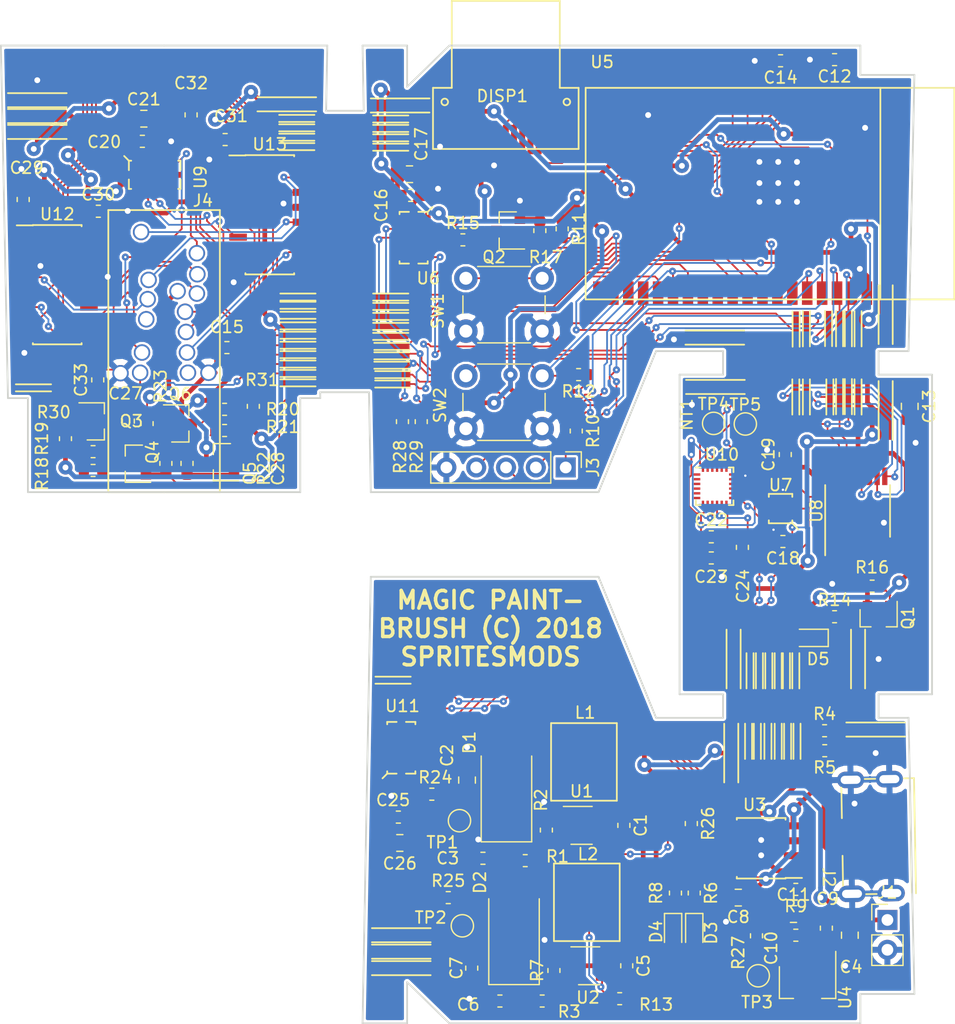
<source format=kicad_pcb>
(kicad_pcb (version 20171130) (host pcbnew 5.0.1+dfsg1-3)
  (layers (0 F.Cu signal) (31 B.Cu signal) (34 B.Paste user) (35 F.Paste user) (36 B.SilkS user) (37 F.SilkS user) (38 B.Mask user) (39 F.Mask user) (44 Edge.Cuts user))
  (net 0 "")
  (net 1 I2C_SDA)
  (net 2 I2C_SCL)
  (net 3 "Net-(C2-Pad1)")
  (net 4 "Net-(C10-Pad1)")
  (net 5 "Net-(C6-Pad1)")
  (net 6 VCC)
  (net 7 "Net-(R26-Pad2)")
  (net 8 Vbat)
  (net 9 9V)
  (net 10 16V)
  (net 11 "Net-(R3-Pad2)")
  (net 12 GND)
  (net 13 "Net-(R1-Pad2)")
  (net 14 "Net-(Q2-Pad3)")
  (net 15 LCD_BL_K)
  (net 16 "Net-(Q1-Pad1)")
  (net 17 "Net-(C27-Pad2)")
  (net 18 "Net-(C27-Pad1)")
  (net 19 "Net-(C28-Pad1)")
  (net 20 VUSB)
  (net 21 "Net-(J2-Pad1)")
  (net 22 "Net-(R6-Pad1)")
  (net 23 "Net-(D3-Pad1)")
  (net 24 "Net-(R8-Pad1)")
  (net 25 "Net-(D4-Pad1)")
  (net 26 "Net-(R9-Pad1)")
  (net 27 "Net-(C14-Pad1)")
  (net 28 "Net-(R11-Pad2)")
  (net 29 "Net-(R12-Pad2)")
  (net 30 BOOST_EN)
  (net 31 "Net-(C28-Pad2)")
  (net 32 "Net-(Q1-Pad3)")
  (net 33 "Net-(D5-Pad1)")
  (net 34 "Net-(D2-Pad2)")
  (net 35 "Net-(D1-Pad2)")
  (net 36 "Net-(J4-Pad2)")
  (net 37 "Net-(J4-Pad3)")
  (net 38 "Net-(J4-Pad12)")
  (net 39 "Net-(J4-Pad14)")
  (net 40 "Net-(U12-Pad15)")
  (net 41 "Net-(J4-Pad11)")
  (net 42 "Net-(J4-Pad10)")
  (net 43 "Net-(J4-Pad7)")
  (net 44 "Net-(J4-Pad6)")
  (net 45 "Net-(J4-Pad5)")
  (net 46 "Net-(J4-Pad1)")
  (net 47 LCD_RST)
  (net 48 "Net-(U8-Pad13)")
  (net 49 "Net-(U10-Pad7)")
  (net 50 "Net-(NT1-Pad2)")
  (net 51 "Net-(C24-Pad1)")
  (net 52 "Net-(U10-Pad12)")
  (net 53 "Net-(U10-Pad21)")
  (net 54 "Net-(U6-Pad8)")
  (net 55 "Net-(U6-Pad7)")
  (net 56 "Net-(U9-Pad7)")
  (net 57 "Net-(U9-Pad8)")
  (net 58 "Net-(U11-Pad8)")
  (net 59 "Net-(U11-Pad7)")
  (net 60 "Net-(DISP1-Pad1)")
  (net 61 LCD_CS)
  (net 62 LCD_RS)
  (net 63 LCD_SCK)
  (net 64 LCD_SDA)
  (net 65 "Net-(DISP1-Pad2)")
  (net 66 "Net-(DISP1-Pad9)")
  (net 67 "Net-(J4-Pad13)")
  (net 68 "Net-(J4-Pad8)")
  (net 69 "Net-(U5-Pad4)")
  (net 70 "Net-(U5-Pad5)")
  (net 71 "Net-(U5-Pad17)")
  (net 72 "Net-(U5-Pad18)")
  (net 73 "Net-(U5-Pad19)")
  (net 74 "Net-(U5-Pad20)")
  (net 75 "Net-(U5-Pad22)")
  (net 76 "Net-(U5-Pad32)")
  (net 77 "Net-(J3-Pad3)")
  (net 78 "Net-(U5-Pad28)")
  (net 79 "Net-(U5-Pad21)")
  (net 80 "Net-(U5-Pad27)")
  (net 81 "Net-(J3-Pad2)")
  (net 82 "Net-(U7-Pad4)")
  (net 83 "Net-(U7-Pad5)")
  (net 84 "Net-(J2-Pad2)")
  (net 85 "Net-(J2-Pad4)")
  (net 86 "Net-(J2-Pad3)")
  (net 87 "Net-(U12-Pad2)")
  (net 88 /Sensors/XSHUT3)
  (net 89 /Sensors/XSHUT2)
  (net 90 /Sensors/XSHUT1)
  (net 91 /Sensors/LCD_BL_EN)
  (net 92 "Net-(U8-Pad11)")
  (net 93 /Sensors/XSHUT1A)
  (net 94 16VA)
  (net 95 9VA)
  (net 96 "Net-(C33-Pad1)")
  (net 97 "Net-(C15-Pad1)")
  (net 98 "Net-(Q3-Pad2)")
  (net 99 "Net-(Q4-Pad2)")
  (net 100 CART_F5)
  (net 101 CART_F3)
  (net 102 CART_D3)
  (net 103 CART_CSYNC)
  (net 104 CART_D2)
  (net 105 CART_D1)
  (net 106 CART_DCLK)
  (net 107 CART_S3)
  (net 108 CART_S2)
  (net 109 CART_S4)
  (net 110 CART_S1)
  (net 111 CART_S5)
  (module JeroensFootprints:HP_803_CART (layer F.Cu) (at 113.9 76.8)
    (fp_text reference J4 (at 3.3 -12.8) (layer F.SilkS))
    (fp_text value Conn_01x16_Female)
    (pad 9 thru_hole circle (at 3.78 1.84) (size 1.4 1.4) (drill 1.1) (layers *.Cu *.Mask) (net 12 GND))
    (pad 8 thru_hole circle (at 2.03 1.84) (size 1.4 1.4) (drill 1.1) (layers *.Cu *.Mask) (net 68 "Net-(J4-Pad8)"))
    (pad 7 thru_hole circle (at 1.95 0.12) (size 1.4 1.4) (drill 1.1) (layers *.Cu *.Mask) (net 43 "Net-(J4-Pad7)"))
    (pad 6 thru_hole circle (at 1.87 -1.63) (size 1.4 1.4) (drill 1.1) (layers *.Cu *.Mask) (net 44 "Net-(J4-Pad6)"))
    (pad 5 thru_hole circle (at 1.79 -3.35) (size 1.4 1.4) (drill 1.1) (layers *.Cu *.Mask) (net 45 "Net-(J4-Pad5)"))
    (pad 4 thru_hole circle (at 1.15 -5.1) (size 1.4 1.4) (drill 1.1) (layers *.Cu *.Mask) (net 97 "Net-(C15-Pad1)"))
    (pad 3 thru_hole circle (at 2.79 -4.9) (size 1.4 1.4) (drill 1.1) (layers *.Cu *.Mask) (net 37 "Net-(J4-Pad3)"))
    (pad 2 thru_hole circle (at 2.83 -6.54) (size 1.4 1.4) (drill 1.1) (layers *.Cu *.Mask) (net 36 "Net-(J4-Pad2)"))
    (pad 1 thru_hole circle (at 2.79 -8.33) (size 1.4 1.4) (drill 1.1) (layers *.Cu *.Mask) (net 46 "Net-(J4-Pad1)"))
    (pad 16 thru_hole circle (at -3.71 1.88) (size 1.4 1.4) (drill 1.1) (layers *.Cu *.Mask) (net 12 GND))
    (pad 15 thru_hole circle (at -2.04 1.84) (size 1.4 1.4) (drill 1.1) (layers *.Cu *.Mask) (net 96 "Net-(C33-Pad1)"))
    (pad 14 thru_hole circle (at -1.88 0.12) (size 1.4 1.4) (drill 1.1) (layers *.Cu *.Mask) (net 39 "Net-(J4-Pad14)"))
    (pad 13 thru_hole circle (at -1.52 -2.71) (size 1.4 1.4) (drill 1.1) (layers *.Cu *.Mask) (net 67 "Net-(J4-Pad13)"))
    (pad 12 thru_hole circle (at -1.4 -4.42) (size 1.4 1.4) (drill 1.1) (layers *.Cu *.Mask) (net 38 "Net-(J4-Pad12)"))
    (pad 11 thru_hole circle (at -1.32 -6.06) (size 1.4 1.4) (drill 1.1) (layers *.Cu *.Mask) (net 41 "Net-(J4-Pad11)"))
    (pad 10 thru_hole circle (at -1.96 -10.13) (size 1.4 1.4) (drill 1.1) (layers *.Cu *.Mask) (net 42 "Net-(J4-Pad10)"))
  )
  (module Capacitor_SMD:C_0603_1608Metric_Pad1.05x0.95mm_HandSolder (layer F.Cu) (at 108.25 79.25 90)
    (fp_text reference C33 (at 0 -1.43 90) (layer F.SilkS))
    (fp_text value 10n)
    (pad 2 smd roundrect (at 0.875 0 90) (size 1.05 0.95) (layers F.Cu F.Paste F.Mask) (net 12 GND))
    (pad 1 smd roundrect (at -0.875 0 90) (size 1.05 0.95) (layers F.Cu F.Paste F.Mask) (net 96 "Net-(C33-Pad1)"))
  )
  (module Capacitor_SMD:C_0603_1608Metric_Pad1.05x0.95mm_HandSolder (layer F.Cu) (at 119.25 76.5 180)
    (fp_text reference C15 (at 0 1.75 180) (layer F.SilkS))
    (fp_text value 10n)
    (pad 1 smd roundrect (at -0.875 0 180) (size 1.05 0.95) (layers F.Cu F.Paste F.Mask) (net 97 "Net-(C15-Pad1)"))
    (pad 2 smd roundrect (at 0.875 0 180) (size 1.05 0.95) (layers F.Cu F.Paste F.Mask) (net 12 GND))
  )
  (module JeroensFootprints:wire_pad_1mm (layer F.Cu) (at 174.5 109 180)
    (fp_text reference X69 hide)
    (fp_text value wire_pad hide)
    (pad 1 smd rect (at 0 0 180) (size 5 1) (layers F.Cu F.Paste F.Mask) (net 12 GND))
  )
  (module JeroensFootprints:wire_pad_1mm (layer F.Cu) (at 173 103 90)
    (fp_text reference X70 hide)
    (fp_text value wire_pad hide)
    (pad 1 smd rect (at 0 0 90) (size 5 1) (layers F.Cu F.Paste F.Mask) (net 12 GND))
  )
  (module Resistor_SMD:R_0603_1608Metric (layer F.Cu) (at 105.5 84.25 90)
    (fp_text reference R30 (at 2.25 -1 180) (layer F.SilkS))
    (fp_text value 2R7)
    (pad 2 smd roundrect (at 0.7875 0 90) (size 0.875 0.95) (layers F.Cu F.Paste F.Mask) (net 98 "Net-(Q3-Pad2)"))
    (pad 1 smd roundrect (at -0.7875 0 90) (size 0.875 0.95) (layers F.Cu F.Paste F.Mask) (net 10 16V))
  )
  (module Resistor_SMD:R_0603_1608Metric (layer F.Cu) (at 121.5 81.5 90)
    (fp_text reference R31 (at 2.25 0.75 180) (layer F.SilkS))
    (fp_text value 2R7)
    (pad 1 smd roundrect (at -0.7875 0 90) (size 0.875 0.95) (layers F.Cu F.Paste F.Mask) (net 10 16V))
    (pad 2 smd roundrect (at 0.7875 0 90) (size 0.875 0.95) (layers F.Cu F.Paste F.Mask) (net 99 "Net-(Q4-Pad2)"))
  )
  (module JeroensFootprints:USB_Micro-B_0.8mm_taobao (layer F.Cu) (at 174 118.1 91)
    (fp_text reference J2 (at -3.4 -3.55 91) (layer F.SilkS))
    (fp_text value USB_B_Micro)
    (pad 1 smd rect (at -1.3 -1.9 91) (size 0.45 1.3) (layers F.Cu F.Paste F.Mask) (net 21 "Net-(J2-Pad1)"))
    (pad 2 smd rect (at -0.65 -1.9 91) (size 0.45 1.3) (layers F.Cu F.Paste F.Mask) (net 84 "Net-(J2-Pad2)"))
    (pad 3 smd rect (at 0 -1.9 91) (size 0.45 1.3) (layers F.Cu F.Paste F.Mask) (net 86 "Net-(J2-Pad3)"))
    (pad 4 smd rect (at 0.65 -1.9 91) (size 0.45 1.3) (layers F.Cu F.Paste F.Mask) (net 85 "Net-(J2-Pad4)"))
    (pad 5 smd rect (at 1.3 -1.9 91) (size 0.45 1.3) (layers F.Cu F.Paste F.Mask) (net 12 GND))
    (pad 6 thru_hole oval (at 4.85 1.75 91) (size 1.4 2.3) (drill oval 0.7 1.7) (layers *.Cu *.Mask) (net 12 GND))
    (pad 6 thru_hole oval (at 4.85 -1.55 91) (size 1.4 2.3) (drill oval 0.7 1.7) (layers *.Cu *.Mask) (net 12 GND))
    (pad 6 thru_hole oval (at -4.85 -1.6 91) (size 1.4 2.3) (drill oval 0.7 1.7) (layers *.Cu *.Mask) (net 12 GND))
    (pad 6 thru_hole oval (at -4.85 1.75 91) (size 1.4 2.3) (drill oval 0.7 1.7) (layers *.Cu *.Mask) (net 12 GND))
  )
  (module Resistor_SMD:R_0603_1608Metric (layer F.Cu) (at 134.2 82.8 90)
    (fp_text reference R28 (at -3 -0.2 90) (layer F.SilkS))
    (fp_text value 3K3)
    (pad 2 smd roundrect (at 0.7875 0 90) (size 0.875 0.95) (layers F.Cu F.Paste F.Mask) (net 1 I2C_SDA))
    (pad 1 smd roundrect (at -0.7875 0 90) (size 0.875 0.95) (layers F.Cu F.Paste F.Mask) (net 6 VCC))
  )
  (module Resistor_SMD:R_0603_1608Metric (layer F.Cu) (at 135.8 82.8 90)
    (fp_text reference R29 (at -3 -0.4 90) (layer F.SilkS))
    (fp_text value 3K3)
    (pad 1 smd roundrect (at -0.7875 0 90) (size 0.875 0.95) (layers F.Cu F.Paste F.Mask) (net 6 VCC))
    (pad 2 smd roundrect (at 0.7875 0 90) (size 0.875 0.95) (layers F.Cu F.Paste F.Mask) (net 2 I2C_SCL))
  )
  (module Connector_PinHeader_2.54mm:PinHeader_1x05_P2.54mm_Vertical (layer F.Cu) (at 148.1 86.7 270)
    (fp_text reference J3 (at 0 -2.33 270) (layer F.SilkS))
    (fp_text value Conn_01x05_Male)
    (pad 1 thru_hole rect (at 0 0 270) (size 1.7 1.7) (drill 1) (layers *.Cu *.Mask) (net 27 "Net-(C14-Pad1)"))
    (pad 2 thru_hole oval (at 0 2.54 270) (size 1.7 1.7) (drill 1) (layers *.Cu *.Mask) (net 81 "Net-(J3-Pad2)"))
    (pad 3 thru_hole oval (at 0 5.08 270) (size 1.7 1.7) (drill 1) (layers *.Cu *.Mask) (net 77 "Net-(J3-Pad3)"))
    (pad 4 thru_hole oval (at 0 7.62 270) (size 1.7 1.7) (drill 1) (layers *.Cu *.Mask) (net 62 LCD_RS))
    (pad 5 thru_hole oval (at 0 10.16 270) (size 1.7 1.7) (drill 1) (layers *.Cu *.Mask) (net 12 GND))
  )
  (module JeroensFootprints:LCD_LH086T (layer F.Cu) (at 143 57.6 270)
    (fp_text reference DISP1 (at -2.5 0.3) (layer F.SilkS))
    (fp_text value LCD_LH096T)
    (pad 13 smd rect (at 1.2 4.2 270) (size 2.5 0.5) (layers F.Cu F.Paste F.Mask) (net 12 GND))
    (pad 12 smd rect (at 1.2 3.5 270) (size 2.5 0.5) (layers F.Cu F.Paste F.Mask) (net 8 Vbat))
    (pad 11 smd rect (at 1.2 2.8 270) (size 2.5 0.5) (layers F.Cu F.Paste F.Mask) (net 15 LCD_BL_K))
    (pad 10 smd rect (at 1.2 2.1 270) (size 2.5 0.5) (layers F.Cu F.Paste F.Mask) (net 6 VCC))
    (pad 9 smd rect (at 1.2 1.4 270) (size 2.5 0.5) (layers F.Cu F.Paste F.Mask) (net 66 "Net-(DISP1-Pad9)"))
    (pad 8 smd rect (at 1.2 0.7 270) (size 2.5 0.5) (layers F.Cu F.Paste F.Mask) (net 12 GND))
    (pad 2 smd rect (at 1.2 -3.5 270) (size 2.5 0.5) (layers F.Cu F.Paste F.Mask) (net 65 "Net-(DISP1-Pad2)"))
    (pad 3 smd rect (at 1.2 -2.8 270) (size 2.5 0.5) (layers F.Cu F.Paste F.Mask) (net 64 LCD_SDA))
    (pad 4 smd rect (at 1.2 -2.1 270) (size 2.5 0.5) (layers F.Cu F.Paste F.Mask) (net 63 LCD_SCK))
    (pad 5 smd rect (at 1.2 -1.4 270) (size 2.5 0.5) (layers F.Cu F.Paste F.Mask) (net 62 LCD_RS))
    (pad 6 smd rect (at 1.2 -0.7 270) (size 2.5 0.5) (layers F.Cu F.Paste F.Mask) (net 47 LCD_RST))
    (pad 7 smd rect (at 1.2 0 270) (size 2.5 0.5) (layers F.Cu F.Paste F.Mask) (net 61 LCD_CS))
    (pad 1 smd rect (at 1.2 -4.2 270) (size 2.5 0.5) (layers F.Cu F.Paste F.Mask) (net 60 "Net-(DISP1-Pad1)"))
  )
  (module JeroensFootprints:wire_pad_0.5mm (layer F.Cu) (at 133.375001 78.8)
    (fp_text reference X66 hide)
    (fp_text value wire_pad hide)
    (pad 1 smd rect (at 0 0) (size 3 0.5) (layers F.Cu F.Paste F.Mask) (net 100 CART_F5))
  )
  (module JeroensFootprints:wire_pad_0.5mm (layer F.Cu) (at 133.375001 79.6)
    (fp_text reference X65 hide)
    (fp_text value wire_pad hide)
    (pad 1 smd rect (at 0 0) (size 3 0.5) (layers F.Cu F.Paste F.Mask) (net 101 CART_F3))
  )
  (module JeroensFootprints:wire_pad_0.5mm (layer F.Cu) (at 102.775001 79.925001)
    (fp_text reference X67 hide)
    (fp_text value wire_pad hide)
    (pad 1 smd rect (at 0 0) (size 3 0.5) (layers F.Cu F.Paste F.Mask) (net 90 /Sensors/XSHUT1))
  )
  (module JeroensFootprints:wire_pad_0.5mm (layer F.Cu) (at 133.4 104.8)
    (fp_text reference X68 hide)
    (fp_text value wire_pad hide)
    (pad 1 smd rect (at 0 0) (size 3 0.5) (layers F.Cu F.Paste F.Mask) (net 93 /Sensors/XSHUT1A))
  )
  (module JeroensFootprints:wire_pad_0.5mm (layer F.Cu) (at 125.3 78.7)
    (fp_text reference X64 hide)
    (fp_text value wire_pad hide)
    (pad 1 smd rect (at 0 0) (size 3 0.5) (layers F.Cu F.Paste F.Mask) (net 100 CART_F5))
  )
  (module JeroensFootprints:wire_pad_0.5mm (layer F.Cu) (at 125.3 79.5)
    (fp_text reference X63 hide)
    (fp_text value wire_pad hide)
    (pad 1 smd rect (at 0 0) (size 3 0.5) (layers F.Cu F.Paste F.Mask) (net 101 CART_F3))
  )
  (module JeroensFootprints:wire_pad_0.5mm (layer F.Cu) (at 167.725001 74.924999 90)
    (fp_text reference X61 hide)
    (fp_text value wire_pad hide)
    (pad 1 smd rect (at 0 0 90) (size 3 0.5) (layers F.Cu F.Paste F.Mask) (net 91 /Sensors/LCD_BL_EN))
  )
  (module JeroensFootprints:wire_pad_0.5mm (layer F.Cu) (at 167.7 80.7 90)
    (fp_text reference X62 hide)
    (fp_text value wire_pad hide)
    (pad 1 smd rect (at 0 0 90) (size 3 0.5) (layers F.Cu F.Paste F.Mask) (net 91 /Sensors/LCD_BL_EN))
  )
  (module JeroensFootprints:wire_pad_0.5mm (layer F.Cu) (at 167.8 110 90)
    (fp_text reference X56 hide)
    (fp_text value wire_pad hide)
    (pad 1 smd rect (at 0 0 90) (size 3 0.5) (layers F.Cu F.Paste F.Mask) (net 8 Vbat))
  )
  (module JeroensFootprints:wire_pad_0.5mm (layer F.Cu) (at 173 74.9 90)
    (fp_text reference X54 hide)
    (fp_text value wire_pad hide)
    (pad 1 smd rect (at 0 0 90) (size 3 0.5) (layers F.Cu F.Paste F.Mask) (net 8 Vbat))
  )
  (module JeroensFootprints:wire_pad_0.5mm (layer F.Cu) (at 173 80.7 270)
    (fp_text reference X60 hide)
    (fp_text value wire_pad hide)
    (pad 1 smd rect (at 0 0 270) (size 3 0.5) (layers F.Cu F.Paste F.Mask) (net 8 Vbat))
  )
  (module JeroensFootprints:wire_pad_0.5mm (layer F.Cu) (at 167.7 104 90)
    (fp_text reference X59 hide)
    (fp_text value wire_pad hide)
    (pad 1 smd rect (at 0 0 90) (size 3 0.5) (layers F.Cu F.Paste F.Mask) (net 8 Vbat))
  )
  (module JeroensFootprints:wire_pad_0.5mm (layer F.Cu) (at 170.487455 74.878037 90)
    (fp_text reference X55 hide)
    (fp_text value wire_pad hide)
    (pad 1 smd rect (at 0 0 90) (size 3 0.5) (layers F.Cu F.Paste F.Mask) (net 47 LCD_RST))
  )
  (module JeroensFootprints:wire_pad_0.5mm (layer F.Cu) (at 170.6 80.7 90)
    (fp_text reference X53 hide)
    (fp_text value wire_pad hide)
    (pad 1 smd rect (at 0 0 90) (size 3 0.5) (layers F.Cu F.Paste F.Mask) (net 47 LCD_RST))
  )
  (module JeroensFootprints:wire_pad_1mm (layer F.Cu) (at 162.2 111 90)
    (fp_text reference X57 hide)
    (fp_text value wire_pad hide)
    (pad 1 smd rect (at 0 0 90) (size 5 1) (layers F.Cu F.Paste F.Mask) (net 6 VCC))
  )
  (module JeroensFootprints:wire_pad_1mm (layer F.Cu) (at 162.4 103 90)
    (fp_text reference X58 hide)
    (fp_text value wire_pad hide)
    (pad 1 smd rect (at 0 0 90) (size 5 1) (layers F.Cu F.Paste F.Mask) (net 6 VCC))
  )
  (module JeroensFootprints:wire_pad_0.5mm (layer F.Cu) (at 167 110 90)
    (fp_text reference X51 hide)
    (fp_text value wire_pad hide)
    (pad 1 smd rect (at 0 0 90) (size 3 0.5) (layers F.Cu F.Paste F.Mask) (net 30 BOOST_EN))
  )
  (module JeroensFootprints:wire_pad_0.5mm (layer F.Cu) (at 166.9 104 90)
    (fp_text reference X52 hide)
    (fp_text value wire_pad hide)
    (pad 1 smd rect (at 0 0 90) (size 3 0.5) (layers F.Cu F.Paste F.Mask) (net 30 BOOST_EN))
  )
  (module JeroensFootprints:wire_pad_0.5mm (layer F.Cu) (at 163.674999 110 270)
    (fp_text reference X50 hide)
    (fp_text value wire_pad hide)
    (pad 1 smd rect (at 0 0 270) (size 3 0.5) (layers F.Cu F.Paste F.Mask) (net 1 I2C_SDA))
  )
  (module JeroensFootprints:wire_pad_0.5mm (layer F.Cu) (at 164.424999 110 270)
    (fp_text reference X49 hide)
    (fp_text value wire_pad hide)
    (pad 1 smd rect (at 0 0 270) (size 3 0.5) (layers F.Cu F.Paste F.Mask) (net 2 I2C_SCL))
  )
  (module Package_SO:TSSOP-16_4.4x5mm_P0.65mm (layer F.Cu) (at 173 90.4 90)
    (fp_text reference U8 (at 0 -3.55 90) (layer F.SilkS))
    (fp_text value TCA9534)
    (pad 16 smd rect (at 2.95 -2.275 90) (size 1.5 0.45) (layers F.Cu F.Paste F.Mask) (net 6 VCC))
    (pad 15 smd rect (at 2.95 -1.625 90) (size 1.5 0.45) (layers F.Cu F.Paste F.Mask) (net 1 I2C_SDA))
    (pad 14 smd rect (at 2.95 -0.975 90) (size 1.5 0.45) (layers F.Cu F.Paste F.Mask) (net 2 I2C_SCL))
    (pad 13 smd rect (at 2.95 -0.325 90) (size 1.5 0.45) (layers F.Cu F.Paste F.Mask) (net 48 "Net-(U8-Pad13)"))
    (pad 12 smd rect (at 2.95 0.325 90) (size 1.5 0.45) (layers F.Cu F.Paste F.Mask) (net 89 /Sensors/XSHUT2))
    (pad 11 smd rect (at 2.95 0.975 90) (size 1.5 0.45) (layers F.Cu F.Paste F.Mask) (net 92 "Net-(U8-Pad11)"))
    (pad 10 smd rect (at 2.95 1.625 90) (size 1.5 0.45) (layers F.Cu F.Paste F.Mask) (net 91 /Sensors/LCD_BL_EN))
    (pad 9 smd rect (at 2.95 2.275 90) (size 1.5 0.45) (layers F.Cu F.Paste F.Mask) (net 47 LCD_RST))
    (pad 8 smd rect (at -2.95 2.275 90) (size 1.5 0.45) (layers F.Cu F.Paste F.Mask) (net 12 GND))
    (pad 7 smd rect (at -2.95 1.625 90) (size 1.5 0.45) (layers F.Cu F.Paste F.Mask) (net 16 "Net-(Q1-Pad1)"))
    (pad 6 smd rect (at -2.95 0.975 90) (size 1.5 0.45) (layers F.Cu F.Paste F.Mask) (net 30 BOOST_EN))
    (pad 5 smd rect (at -2.95 0.325 90) (size 1.5 0.45) (layers F.Cu F.Paste F.Mask) (net 93 /Sensors/XSHUT1A))
    (pad 4 smd rect (at -2.95 -0.325 90) (size 1.5 0.45) (layers F.Cu F.Paste F.Mask) (net 88 /Sensors/XSHUT3))
    (pad 3 smd rect (at -2.95 -0.975 90) (size 1.5 0.45) (layers F.Cu F.Paste F.Mask) (net 12 GND))
    (pad 2 smd rect (at -2.95 -1.625 90) (size 1.5 0.45) (layers F.Cu F.Paste F.Mask) (net 12 GND))
    (pad 1 smd rect (at -2.95 -2.275 90) (size 1.5 0.45) (layers F.Cu F.Paste F.Mask) (net 12 GND))
  )
  (module Package_DFN_QFN:QFN-24_3x3mm_P0.4mm (layer F.Cu) (at 160.79 88.3)
    (fp_text reference U10 (at 0.61 -2.7) (layer F.SilkS))
    (fp_text value MPU-9250)
    (pad 24 smd rect (at -1 -1.5 90) (size 0.55 0.2) (layers F.Cu F.Paste F.Mask) (net 1 I2C_SDA))
    (pad 23 smd rect (at -0.6 -1.5 90) (size 0.55 0.2) (layers F.Cu F.Paste F.Mask) (net 2 I2C_SCL))
    (pad 22 smd rect (at -0.2 -1.5 90) (size 0.55 0.2) (layers F.Cu F.Paste F.Mask) (net 50 "Net-(NT1-Pad2)"))
    (pad 21 smd rect (at 0.2 -1.5 90) (size 0.55 0.2) (layers F.Cu F.Paste F.Mask) (net 53 "Net-(U10-Pad21)"))
    (pad 20 smd rect (at 0.6 -1.5 90) (size 0.55 0.2) (layers F.Cu F.Paste F.Mask) (net 12 GND))
    (pad 19 smd rect (at 1 -1.5 90) (size 0.55 0.2) (layers F.Cu F.Paste F.Mask))
    (pad 18 smd rect (at 1.5 -1) (size 0.55 0.2) (layers F.Cu F.Paste F.Mask) (net 12 GND))
    (pad 17 smd rect (at 1.5 -0.6) (size 0.55 0.2) (layers F.Cu F.Paste F.Mask))
    (pad 16 smd rect (at 1.5 -0.2) (size 0.55 0.2) (layers F.Cu F.Paste F.Mask))
    (pad 15 smd rect (at 1.5 0.2) (size 0.55 0.2) (layers F.Cu F.Paste F.Mask))
    (pad 14 smd rect (at 1.5 0.6) (size 0.55 0.2) (layers F.Cu F.Paste F.Mask))
    (pad 13 smd rect (at 1.5 1) (size 0.55 0.2) (layers F.Cu F.Paste F.Mask) (net 6 VCC))
    (pad 12 smd rect (at 1 1.5 90) (size 0.55 0.2) (layers F.Cu F.Paste F.Mask) (net 52 "Net-(U10-Pad12)"))
    (pad 11 smd rect (at 0.6 1.5 90) (size 0.55 0.2) (layers F.Cu F.Paste F.Mask) (net 12 GND))
    (pad 10 smd rect (at 0.2 1.5 90) (size 0.55 0.2) (layers F.Cu F.Paste F.Mask) (net 51 "Net-(C24-Pad1)"))
    (pad 9 smd rect (at -0.2 1.5 90) (size 0.55 0.2) (layers F.Cu F.Paste F.Mask) (net 50 "Net-(NT1-Pad2)"))
    (pad 8 smd rect (at -0.6 1.5 90) (size 0.55 0.2) (layers F.Cu F.Paste F.Mask) (net 6 VCC))
    (pad 7 smd rect (at -1 1.5 90) (size 0.55 0.2) (layers F.Cu F.Paste F.Mask) (net 49 "Net-(U10-Pad7)"))
    (pad 6 smd rect (at -1.5 1) (size 0.55 0.2) (layers F.Cu F.Paste F.Mask))
    (pad 5 smd rect (at -1.5 0.6) (size 0.55 0.2) (layers F.Cu F.Paste F.Mask))
    (pad 4 smd rect (at -1.5 0.2) (size 0.55 0.2) (layers F.Cu F.Paste F.Mask))
    (pad 3 smd rect (at -1.5 -0.2) (size 0.55 0.2) (layers F.Cu F.Paste F.Mask))
    (pad 2 smd rect (at -1.5 -0.6) (size 0.55 0.2) (layers F.Cu F.Paste F.Mask))
    (pad 1 smd rect (at -1.5 -1) (size 0.55 0.2) (layers F.Cu F.Paste F.Mask) (net 6 VCC))
  )
  (module JeroensFootprints:wire_pad_1mm (layer F.Cu) (at 175.35 81.85 90)
    (fp_text reference X47 hide)
    (fp_text value wire_pad hide)
    (pad 1 smd rect (at 0 0 90) (size 5 1) (layers F.Cu F.Paste F.Mask) (net 6 VCC))
  )
  (module JeroensFootprints:wire_pad_1mm (layer F.Cu) (at 160.8 75.65 180)
    (fp_text reference X48 hide)
    (fp_text value wire_pad hide)
    (pad 1 smd rect (at 0 0 180) (size 5 1) (layers F.Cu F.Paste F.Mask) (net 12 GND))
  )
  (module Capacitor_SMD:C_0805_2012Metric_Pad1.15x1.40mm_HandSolder (layer F.Cu) (at 162.8 123.3 180)
    (fp_text reference C8 (at 0 -1.65 180) (layer F.SilkS))
    (fp_text value 22uF)
    (pad 2 smd roundrect (at 1.025 0 180) (size 1.15 1.4) (layers F.Cu F.Paste F.Mask) (roundrect_rratio 0.217391) (net 12 GND))
    (pad 1 smd roundrect (at -1.025 0 180) (size 1.15 1.4) (layers F.Cu F.Paste F.Mask) (roundrect_rratio 0.217391) (net 20 VUSB))
  )
  (module JeroensFootprints:wire_pad_1mm (layer F.Cu) (at 124.35 55.8)
    (fp_text reference X29 hide)
    (fp_text value wire_pad hide)
    (pad 1 smd rect (at 0 0) (size 5 1) (layers F.Cu F.Paste F.Mask) (net 6 VCC))
  )
  (module JeroensFootprints:wire_pad_0.5mm (layer F.Cu) (at 165.4 104 90)
    (fp_text reference X45 hide)
    (fp_text value wire_pad hide)
    (pad 1 smd rect (at 0 0 90) (size 3 0.5) (layers F.Cu F.Paste F.Mask) (net 88 /Sensors/XSHUT3))
  )
  (module JeroensFootprints:wire_pad_0.5mm (layer F.Cu) (at 168.6 80.7 90)
    (fp_text reference X43 hide)
    (fp_text value wire_pad hide)
    (pad 1 smd rect (at 0 0 90) (size 3 0.5) (layers F.Cu F.Paste F.Mask) (net 89 /Sensors/XSHUT2))
  )
  (module JeroensFootprints:wire_pad_0.5mm (layer F.Cu) (at 166.2 104 90)
    (fp_text reference X42 hide)
    (fp_text value wire_pad hide)
    (pad 1 smd rect (at 0 0 90) (size 3 0.5) (layers F.Cu F.Paste F.Mask) (net 93 /Sensors/XSHUT1A))
  )
  (module JeroensFootprints:wire_pad_0.5mm (layer F.Cu) (at 166.2 110 90)
    (fp_text reference X41 hide)
    (fp_text value wire_pad hide)
    (pad 1 smd rect (at 0 0 90) (size 3 0.5) (layers F.Cu F.Paste F.Mask) (net 93 /Sensors/XSHUT1A))
  )
  (module JeroensFootprints:wire_pad_0.5mm (layer F.Cu) (at 133.3 78)
    (fp_text reference X40 hide)
    (fp_text value wire_pad hide)
    (pad 1 smd rect (at 0 0) (size 3 0.5) (layers F.Cu F.Paste F.Mask) (net 1 I2C_SDA))
  )
  (module JeroensFootprints:wire_pad_0.5mm (layer F.Cu) (at 164.6 104 90)
    (fp_text reference X39 hide)
    (fp_text value wire_pad hide)
    (pad 1 smd rect (at 0 0 90) (size 3 0.5) (layers F.Cu F.Paste F.Mask) (net 2 I2C_SCL))
  )
  (module JeroensFootprints:wire_pad_0.5mm (layer F.Cu) (at 125.3 77.9)
    (fp_text reference X38 hide)
    (fp_text value wire_pad hide)
    (pad 1 smd rect (at 0 0) (size 3 0.5) (layers F.Cu F.Paste F.Mask) (net 1 I2C_SDA))
  )
  (module JeroensFootprints:wire_pad_0.5mm (layer F.Cu) (at 133.3 77.2)
    (fp_text reference X37 hide)
    (fp_text value wire_pad hide)
    (pad 1 smd rect (at 0 0) (size 3 0.5) (layers F.Cu F.Paste F.Mask) (net 2 I2C_SCL))
  )
  (module JeroensFootprints:wire_pad_0.5mm (layer F.Cu) (at 163.8 104 90)
    (fp_text reference X36 hide)
    (fp_text value wire_pad hide)
    (pad 1 smd rect (at 0 0 90) (size 3 0.5) (layers F.Cu F.Paste F.Mask) (net 1 I2C_SDA))
  )
  (module JeroensFootprints:wire_pad_0.5mm (layer F.Cu) (at 125.3 77.1)
    (fp_text reference X35 hide)
    (fp_text value wire_pad hide)
    (pad 1 smd rect (at 0 0) (size 3 0.5) (layers F.Cu F.Paste F.Mask) (net 2 I2C_SCL))
  )
  (module JeroensFootprints:wire_pad_0.5mm (layer F.Cu) (at 165.325001 110 90)
    (fp_text reference X46 hide)
    (fp_text value wire_pad hide)
    (pad 1 smd rect (at 0 0 90) (size 3 0.5) (layers F.Cu F.Paste F.Mask) (net 88 /Sensors/XSHUT3))
  )
  (module JeroensFootprints:wire_pad_0.5mm (layer F.Cu) (at 168.6 74.9 90)
    (fp_text reference X44 hide)
    (fp_text value wire_pad hide)
    (pad 1 smd rect (at 0 0 90) (size 3 0.5) (layers F.Cu F.Paste F.Mask) (net 89 /Sensors/XSHUT2))
  )
  (module JeroensFootprints:wire_pad_0.5mm (layer F.Cu) (at 172.175001 74.894999 90)
    (fp_text reference X34 hide)
    (fp_text value wire_pad hide)
    (pad 1 smd rect (at 0 0 90) (size 3 0.5) (layers F.Cu F.Paste F.Mask) (net 1 I2C_SDA))
  )
  (module JeroensFootprints:wire_pad_0.5mm (layer F.Cu) (at 172.175001 80.674999 90)
    (fp_text reference X32 hide)
    (fp_text value wire_pad hide)
    (pad 1 smd rect (at 0 0 90) (size 3 0.5) (layers F.Cu F.Paste F.Mask) (net 1 I2C_SDA))
  )
  (module JeroensFootprints:wire_pad_0.5mm (layer F.Cu) (at 171.425001 80.674999 90)
    (fp_text reference X31 hide)
    (fp_text value wire_pad hide)
    (pad 1 smd rect (at 0 0 90) (size 3 0.5) (layers F.Cu F.Paste F.Mask) (net 2 I2C_SCL))
  )
  (module JeroensFootprints:wire_pad_0.5mm (layer F.Cu) (at 171.425001 74.894999 90)
    (fp_text reference X33 hide)
    (fp_text value wire_pad hide)
    (pad 1 smd rect (at 0 0 90) (size 3 0.5) (layers F.Cu F.Paste F.Mask) (net 2 I2C_SCL))
  )
  (module JeroensFootprints:wire_pad_0.5mm (layer F.Cu) (at 125.3 72.9)
    (fp_text reference X21 hide)
    (fp_text value wire_pad hide)
    (pad 1 smd rect (at 0 0) (size 3 0.5) (layers F.Cu F.Paste F.Mask) (net 107 CART_S3))
  )
  (module JeroensFootprints:wire_pad_0.5mm (layer F.Cu) (at 125.3 73.75)
    (fp_text reference X22 hide)
    (fp_text value wire_pad hide)
    (pad 1 smd rect (at 0 0) (size 3 0.5) (layers F.Cu F.Paste F.Mask) (net 106 CART_DCLK))
  )
  (module JeroensFootprints:wire_pad_1mm (layer F.Cu) (at 134.1 129.3)
    (fp_text reference X28 hide)
    (fp_text value wire_pad hide)
    (pad 1 smd rect (at 0 0) (size 5 1) (layers F.Cu F.Paste F.Mask) (net 12 GND))
  )
  (module JeroensFootprints:wire_pad_1mm (layer F.Cu) (at 103.1 55.45)
    (fp_text reference X27 hide)
    (fp_text value wire_pad hide)
    (pad 1 smd rect (at 0 0) (size 5 1) (layers F.Cu F.Paste F.Mask) (net 12 GND))
  )
  (module JeroensFootprints:wire_pad_1mm (layer F.Cu) (at 134.1 126.5)
    (fp_text reference X26 hide)
    (fp_text value wire_pad hide)
    (pad 1 smd rect (at 0 0) (size 5 1) (layers F.Cu F.Paste F.Mask) (net 94 16VA))
  )
  (module JeroensFootprints:wire_pad_1mm (layer F.Cu) (at 160.85 79.85)
    (fp_text reference X24 hide)
    (fp_text value wire_pad hide)
    (pad 1 smd rect (at 0 0) (size 5 1) (layers F.Cu F.Paste F.Mask) (net 12 GND))
  )
  (module JeroensFootprints:wire_pad_1mm (layer F.Cu) (at 103.1 56.8)
    (fp_text reference X25 hide)
    (fp_text value wire_pad hide)
    (pad 1 smd rect (at 0 0) (size 5 1) (layers F.Cu F.Paste F.Mask) (net 9 9V))
  )
  (module JeroensFootprints:wire_pad_1mm (layer F.Cu) (at 175.35 73.7 270)
    (fp_text reference X23 hide)
    (fp_text value wire_pad hide)
    (pad 1 smd rect (at 0 0 270) (size 5 1) (layers F.Cu F.Paste F.Mask) (net 6 VCC))
  )
  (module JeroensFootprints:wire_pad_1mm (layer F.Cu) (at 103.1 58.15)
    (fp_text reference X12 hide)
    (fp_text value wire_pad hide)
    (pad 1 smd rect (at 0 0) (size 5 1) (layers F.Cu F.Paste F.Mask) (net 10 16V))
  )
  (module JeroensFootprints:wire_pad_1mm (layer F.Cu) (at 134.1 127.9)
    (fp_text reference X11 hide)
    (fp_text value wire_pad hide)
    (pad 1 smd rect (at 0 0) (size 5 1) (layers F.Cu F.Paste F.Mask) (net 95 9VA))
  )
  (module JeroensFootprints:wire_pad_1mm (layer F.Cu) (at 134 55.9)
    (fp_text reference X30 hide)
    (fp_text value wire_pad hide)
    (pad 1 smd rect (at 0 0) (size 5 1) (layers F.Cu F.Paste F.Mask) (net 6 VCC))
  )
  (module JeroensFootprints:wire_pad_0.5mm (layer F.Cu) (at 133.2 73.85)
    (fp_text reference X10 hide)
    (fp_text value wire_pad hide)
    (pad 1 smd rect (at 0 0) (size 3 0.5) (layers F.Cu F.Paste F.Mask) (net 106 CART_DCLK))
  )
  (module JeroensFootprints:wire_pad_0.5mm (layer F.Cu) (at 133.2 73)
    (fp_text reference X9 hide)
    (fp_text value wire_pad hide)
    (pad 1 smd rect (at 0 0) (size 3 0.5) (layers F.Cu F.Paste F.Mask) (net 107 CART_S3))
  )
  (module JeroensFootprints:wire_pad_0.5mm (layer F.Cu) (at 125.3 76.3)
    (fp_text reference X19 hide)
    (fp_text value wire_pad hide)
    (pad 1 smd rect (at 0 0) (size 3 0.5) (layers F.Cu F.Paste F.Mask) (net 109 CART_S4))
  )
  (module JeroensFootprints:wire_pad_0.5mm (layer F.Cu) (at 133.2 75.55)
    (fp_text reference X18 hide)
    (fp_text value wire_pad hide)
    (pad 1 smd rect (at 0 0) (size 3 0.5) (layers F.Cu F.Paste F.Mask) (net 110 CART_S1))
  )
  (module JeroensFootprints:wire_pad_0.5mm (layer F.Cu) (at 133.2 74.7)
    (fp_text reference X17 hide)
    (fp_text value wire_pad hide)
    (pad 1 smd rect (at 0 0) (size 3 0.5) (layers F.Cu F.Paste F.Mask) (net 111 CART_S5))
  )
  (module JeroensFootprints:wire_pad_0.5mm (layer F.Cu) (at 133.2 59.45)
    (fp_text reference X16 hide)
    (fp_text value wire_pad hide)
    (pad 1 smd rect (at 0 0) (size 3 0.5) (layers F.Cu F.Paste F.Mask) (net 102 CART_D3))
  )
  (module JeroensFootprints:wire_pad_0.5mm (layer F.Cu) (at 133.2 58.65)
    (fp_text reference X15 hide)
    (fp_text value wire_pad hide)
    (pad 1 smd rect (at 0 0) (size 3 0.5) (layers F.Cu F.Paste F.Mask) (net 103 CART_CSYNC))
  )
  (module JeroensFootprints:wire_pad_0.5mm (layer F.Cu) (at 125.2 57.8)
    (fp_text reference X14 hide)
    (fp_text value wire_pad hide)
    (pad 1 smd rect (at 0 0) (size 3 0.5) (layers F.Cu F.Paste F.Mask) (net 104 CART_D2))
  )
  (module JeroensFootprints:wire_pad_0.5mm (layer F.Cu) (at 133.2 57.05)
    (fp_text reference X13 hide)
    (fp_text value wire_pad hide)
    (pad 1 smd rect (at 0 0) (size 3 0.5) (layers F.Cu F.Paste F.Mask) (net 105 CART_D1))
  )
  (module JeroensFootprints:wire_pad_0.5mm (layer F.Cu) (at 125.3 72.2)
    (fp_text reference X8 hide)
    (fp_text value wire_pad hide)
    (pad 1 smd rect (at 0 0) (size 3 0.5) (layers F.Cu F.Paste F.Mask) (net 108 CART_S2))
  )
  (module JeroensFootprints:wire_pad_0.5mm (layer F.Cu) (at 133.3 76.4)
    (fp_text reference X7 hide)
    (fp_text value wire_pad hide)
    (pad 1 smd rect (at 0 0) (size 3 0.5) (layers F.Cu F.Paste F.Mask) (net 109 CART_S4))
  )
  (module JeroensFootprints:wire_pad_0.5mm (layer F.Cu) (at 125.3 75.45)
    (fp_text reference X6 hide)
    (fp_text value wire_pad hide)
    (pad 1 smd rect (at 0 0) (size 3 0.5) (layers F.Cu F.Paste F.Mask) (net 110 CART_S1))
  )
  (module JeroensFootprints:wire_pad_0.5mm (layer F.Cu) (at 125.3 74.65)
    (fp_text reference X5 hide)
    (fp_text value wire_pad hide)
    (pad 1 smd rect (at 0 0) (size 3 0.5) (layers F.Cu F.Paste F.Mask) (net 111 CART_S5))
  )
  (module JeroensFootprints:wire_pad_0.5mm (layer F.Cu) (at 125.2 59.4)
    (fp_text reference X4 hide)
    (fp_text value wire_pad hide)
    (pad 1 smd rect (at 0 0) (size 3 0.5) (layers F.Cu F.Paste F.Mask) (net 102 CART_D3))
  )
  (module JeroensFootprints:wire_pad_0.5mm (layer F.Cu) (at 125.2 58.6)
    (fp_text reference X3 hide)
    (fp_text value wire_pad hide)
    (pad 1 smd rect (at 0 0) (size 3 0.5) (layers F.Cu F.Paste F.Mask) (net 103 CART_CSYNC))
  )
  (module JeroensFootprints:wire_pad_0.5mm (layer F.Cu) (at 133.2 57.85)
    (fp_text reference X2 hide)
    (fp_text value wire_pad hide)
    (pad 1 smd rect (at 0 0) (size 3 0.5) (layers F.Cu F.Paste F.Mask) (net 104 CART_D2))
  )
  (module JeroensFootprints:wire_pad_0.5mm (layer F.Cu) (at 125.2 57)
    (fp_text reference X1 hide)
    (fp_text value wire_pad hide)
    (pad 1 smd rect (at 0 0) (size 3 0.5) (layers F.Cu F.Paste F.Mask) (net 105 CART_D1))
  )
  (module JeroensFootprints:wire_pad_0.5mm (layer F.Cu) (at 133.2 72.2)
    (fp_text reference X20 hide)
    (fp_text value wire_pad hide)
    (pad 1 smd rect (at 0 0) (size 3 0.5) (layers F.Cu F.Paste F.Mask) (net 108 CART_S2))
  )
  (module NetTie:NetTie-2_THT_Pad0.3mm (layer F.Cu) (at 158.8 85.6 90)
    (fp_text reference NT1 (at 3.4 -0.4 90) (layer F.SilkS))
    (fp_text value Net-Tie_2)
    (fp_poly (pts (xy 0 -0.3) (xy 1.2 -0.3) (xy 1.2 0.3) (xy 0 0.3)) (layer B.Cu) (width 0))
    (fp_poly (pts (xy 0 -0.3) (xy 1.2 -0.3) (xy 1.2 0.3) (xy 0 0.3)) (layer F.Cu) (width 0))
    (pad 2 thru_hole circle (at 1.2 0 90) (size 0.6 0.6) (drill 0.3) (layers *.Cu) (net 50 "Net-(NT1-Pad2)"))
    (pad 1 thru_hole circle (at 0 0 90) (size 0.6 0.6) (drill 0.3) (layers *.Cu) (net 6 VCC))
  )
  (module Button_Switch_THT:SW_PUSH_6mm (layer F.Cu) (at 139.6 70.6)
    (fp_text reference SW1 (at -2.4 2.8 90) (layer F.SilkS))
    (fp_text value SW_Push)
    (pad 1 thru_hole circle (at 6.5 0 90) (size 2 2) (drill 1.1) (layers *.Cu *.Mask) (net 28 "Net-(R11-Pad2)"))
    (pad 2 thru_hole circle (at 6.5 4.5 90) (size 2 2) (drill 1.1) (layers *.Cu *.Mask) (net 12 GND))
    (pad 1 thru_hole circle (at 0 0 90) (size 2 2) (drill 1.1) (layers *.Cu *.Mask) (net 28 "Net-(R11-Pad2)"))
    (pad 2 thru_hole circle (at 0 4.5 90) (size 2 2) (drill 1.1) (layers *.Cu *.Mask) (net 12 GND))
  )
  (module Button_Switch_THT:SW_PUSH_6mm (layer F.Cu) (at 139.6 78.9)
    (fp_text reference SW2 (at -2.2 2.5 90) (layer F.SilkS))
    (fp_text value SW_Push)
    (pad 1 thru_hole circle (at 6.5 0 90) (size 2 2) (drill 1.1) (layers *.Cu *.Mask) (net 29 "Net-(R12-Pad2)"))
    (pad 2 thru_hole circle (at 6.5 4.5 90) (size 2 2) (drill 1.1) (layers *.Cu *.Mask) (net 12 GND))
    (pad 1 thru_hole circle (at 0 0 90) (size 2 2) (drill 1.1) (layers *.Cu *.Mask) (net 29 "Net-(R12-Pad2)"))
    (pad 2 thru_hole circle (at 0 4.5 90) (size 2 2) (drill 1.1) (layers *.Cu *.Mask) (net 12 GND))
  )
  (module Capacitor_SMD:C_0603_1608Metric_Pad1.05x0.95mm_HandSolder (layer F.Cu) (at 141.05546 119.954376 180)
    (fp_text reference C3 (at 3 0 180) (layer F.SilkS))
    (fp_text value 100n)
    (pad 2 smd roundrect (at 0.875 0 180) (size 1.05 0.95) (layers F.Cu F.Paste F.Mask) (net 12 GND))
    (pad 1 smd roundrect (at -0.875 0 180) (size 1.05 0.95) (layers F.Cu F.Paste F.Mask) (net 3 "Net-(C2-Pad1)"))
  )
  (module Capacitor_SMD:C_0603_1608Metric_Pad1.05x0.95mm_HandSolder (layer F.Cu) (at 153.3 129.1 270)
    (fp_text reference C5 (at 0 -1.43 270) (layer F.SilkS))
    (fp_text value 100n)
    (pad 2 smd roundrect (at 0.875 0 270) (size 1.05 0.95) (layers F.Cu F.Paste F.Mask) (net 12 GND))
    (pad 1 smd roundrect (at -0.875 0 270) (size 1.05 0.95) (layers F.Cu F.Paste F.Mask) (net 8 Vbat))
  )
  (module Capacitor_SMD:C_0603_1608Metric_Pad1.05x0.95mm_HandSolder (layer F.Cu) (at 142.5 132.1 180)
    (fp_text reference C6 (at 2.7 -0.3 180) (layer F.SilkS))
    (fp_text value 1u)
    (pad 2 smd roundrect (at 0.875 0 180) (size 1.05 0.95) (layers F.Cu F.Paste F.Mask) (net 12 GND))
    (pad 1 smd roundrect (at -0.875 0 180) (size 1.05 0.95) (layers F.Cu F.Paste F.Mask) (net 5 "Net-(C6-Pad1)"))
  )
  (module Capacitor_SMD:C_0603_1608Metric_Pad1.05x0.95mm_HandSolder (layer F.Cu) (at 140.1 129.3 270)
    (fp_text reference C7 (at 0 1.3 270) (layer F.SilkS))
    (fp_text value 100n)
    (pad 2 smd roundrect (at 0.875 0 270) (size 1.05 0.95) (layers F.Cu F.Paste F.Mask) (net 12 GND))
    (pad 1 smd roundrect (at -0.875 0 270) (size 1.05 0.95) (layers F.Cu F.Paste F.Mask) (net 5 "Net-(C6-Pad1)"))
  )
  (module Capacitor_SMD:C_0603_1608Metric_Pad1.05x0.95mm_HandSolder (layer F.Cu) (at 170.3 125.9 270)
    (fp_text reference C9 (at -2.5 -0.1) (layer F.SilkS))
    (fp_text value 100n)
    (pad 2 smd roundrect (at 0.875 0 270) (size 1.05 0.95) (layers F.Cu F.Paste F.Mask) (net 12 GND))
    (pad 1 smd roundrect (at -0.875 0 270) (size 1.05 0.95) (layers F.Cu F.Paste F.Mask) (net 8 Vbat))
  )
  (module Capacitor_SMD:C_0603_1608Metric_Pad1.05x0.95mm_HandSolder (layer F.Cu) (at 167.7 126.5)
    (fp_text reference C10 (at -2.1 1.1 90) (layer F.SilkS))
    (fp_text value 100n)
    (pad 2 smd roundrect (at 0.875 0) (size 1.05 0.95) (layers F.Cu F.Paste F.Mask) (net 12 GND))
    (pad 1 smd roundrect (at -0.875 0) (size 1.05 0.95) (layers F.Cu F.Paste F.Mask) (net 4 "Net-(C10-Pad1)"))
  )
  (module Capacitor_SMD:C_0603_1608Metric_Pad1.05x0.95mm_HandSolder (layer F.Cu) (at 153.05546 117.154376 270)
    (fp_text reference C1 (at 0 -1.43 270) (layer F.SilkS))
    (fp_text value 100n)
    (pad 2 smd roundrect (at 0.875 0 270) (size 1.05 0.95) (layers F.Cu F.Paste F.Mask) (net 12 GND))
    (pad 1 smd roundrect (at -0.875 0 270) (size 1.05 0.95) (layers F.Cu F.Paste F.Mask) (net 8 Vbat))
  )
  (module Capacitor_SMD:C_0603_1608Metric_Pad1.05x0.95mm_HandSolder (layer F.Cu) (at 112.05 58.95)
    (fp_text reference C20 (at -3.25 0.05) (layer F.SilkS))
    (fp_text value 100n)
    (pad 2 smd roundrect (at 0.875 0) (size 1.05 0.95) (layers F.Cu F.Paste F.Mask) (net 12 GND))
    (pad 1 smd roundrect (at -0.875 0) (size 1.05 0.95) (layers F.Cu F.Paste F.Mask) (net 6 VCC))
  )
  (module Capacitor_SMD:C_0603_1608Metric_Pad1.05x0.95mm_HandSolder (layer F.Cu) (at 116.2 56.7 270)
    (fp_text reference C32 (at -2.7 0) (layer F.SilkS))
    (fp_text value 100n)
    (pad 2 smd roundrect (at 0.875 0 270) (size 1.05 0.95) (layers F.Cu F.Paste F.Mask) (net 12 GND))
    (pad 1 smd roundrect (at -0.875 0 270) (size 1.05 0.95) (layers F.Cu F.Paste F.Mask) (net 10 16V))
  )
  (module Capacitor_SMD:C_0603_1608Metric_Pad1.05x0.95mm_HandSolder (layer F.Cu) (at 108.3 64.9)
    (fp_text reference C30 (at 0 -1.43) (layer F.SilkS))
    (fp_text value 100n)
    (pad 2 smd roundrect (at 0.875 0) (size 1.05 0.95) (layers F.Cu F.Paste F.Mask) (net 12 GND))
    (pad 1 smd roundrect (at -0.875 0) (size 1.05 0.95) (layers F.Cu F.Paste F.Mask) (net 9 9V))
  )
  (module Capacitor_SMD:C_0603_1608Metric_Pad1.05x0.95mm_HandSolder (layer F.Cu) (at 101.9 63.9 90)
    (fp_text reference C29 (at 2.7 0.3 180) (layer F.SilkS))
    (fp_text value 100n)
    (pad 2 smd roundrect (at 0.875 0 90) (size 1.05 0.95) (layers F.Cu F.Paste F.Mask) (net 12 GND))
    (pad 1 smd roundrect (at -0.875 0 90) (size 1.05 0.95) (layers F.Cu F.Paste F.Mask) (net 6 VCC))
  )
  (module Capacitor_SMD:C_0603_1608Metric_Pad1.05x0.95mm_HandSolder (layer F.Cu) (at 133.85 116.45 180)
    (fp_text reference C25 (at 0.45 1.45 180) (layer F.SilkS))
    (fp_text value 100n)
    (pad 2 smd roundrect (at 0.875 0 180) (size 1.05 0.95) (layers F.Cu F.Paste F.Mask) (net 12 GND))
    (pad 1 smd roundrect (at -0.875 0 180) (size 1.05 0.95) (layers F.Cu F.Paste F.Mask) (net 6 VCC))
  )
  (module Capacitor_SMD:C_0603_1608Metric_Pad1.05x0.95mm_HandSolder (layer F.Cu) (at 163.15 93.5 270)
    (fp_text reference C24 (at 3.3 -0.05 270) (layer F.SilkS))
    (fp_text value 100n)
    (pad 2 smd roundrect (at 0.875 0 270) (size 1.05 0.95) (layers F.Cu F.Paste F.Mask) (net 12 GND))
    (pad 1 smd roundrect (at -0.875 0 270) (size 1.05 0.95) (layers F.Cu F.Paste F.Mask) (net 51 "Net-(C24-Pad1)"))
  )
  (module Capacitor_SMD:C_0603_1608Metric_Pad1.05x0.95mm_HandSolder (layer F.Cu) (at 160.5 94.4)
    (fp_text reference C23 (at 0 1.6) (layer F.SilkS))
    (fp_text value 1u)
    (pad 2 smd roundrect (at 0.875 0) (size 1.05 0.95) (layers F.Cu F.Paste F.Mask) (net 12 GND))
    (pad 1 smd roundrect (at -0.875 0) (size 1.05 0.95) (layers F.Cu F.Paste F.Mask) (net 6 VCC))
  )
  (module Capacitor_SMD:C_0603_1608Metric_Pad1.05x0.95mm_HandSolder (layer F.Cu) (at 160.5 92.6)
    (fp_text reference C22 (at 0 -1.43) (layer F.SilkS))
    (fp_text value 100n)
    (pad 2 smd roundrect (at 0.875 0) (size 1.05 0.95) (layers F.Cu F.Paste F.Mask) (net 12 GND))
    (pad 1 smd roundrect (at -0.875 0) (size 1.05 0.95) (layers F.Cu F.Paste F.Mask) (net 6 VCC))
  )
  (module Capacitor_SMD:C_0603_1608Metric_Pad1.05x0.95mm_HandSolder (layer F.Cu) (at 166.8 85.6 90)
    (fp_text reference C19 (at 0 -1.43 90) (layer F.SilkS))
    (fp_text value 100n)
    (pad 2 smd roundrect (at 0.875 0 90) (size 1.05 0.95) (layers F.Cu F.Paste F.Mask) (net 12 GND))
    (pad 1 smd roundrect (at -0.875 0 90) (size 1.05 0.95) (layers F.Cu F.Paste F.Mask) (net 6 VCC))
  )
  (module Capacitor_SMD:C_0603_1608Metric_Pad1.05x0.95mm_HandSolder (layer F.Cu) (at 166.6 93 180)
    (fp_text reference C18 (at 0 -1.43 180) (layer F.SilkS))
    (fp_text value 100n)
    (pad 2 smd roundrect (at 0.875 0 180) (size 1.05 0.95) (layers F.Cu F.Paste F.Mask) (net 12 GND))
    (pad 1 smd roundrect (at -0.875 0 180) (size 1.05 0.95) (layers F.Cu F.Paste F.Mask) (net 6 VCC))
  )
  (module Capacitor_SMD:C_0603_1608Metric_Pad1.05x0.95mm_HandSolder (layer F.Cu) (at 134.9 63.55)
    (fp_text reference C16 (at -2.5 0.85 90) (layer F.SilkS))
    (fp_text value 100n)
    (pad 2 smd roundrect (at 0.875 0) (size 1.05 0.95) (layers F.Cu F.Paste F.Mask) (net 12 GND))
    (pad 1 smd roundrect (at -0.875 0) (size 1.05 0.95) (layers F.Cu F.Paste F.Mask) (net 6 VCC))
  )
  (module Capacitor_SMD:C_0603_1608Metric_Pad1.05x0.95mm_HandSolder (layer F.Cu) (at 166.4 52.094999 180)
    (fp_text reference C14 (at 0 -1.43 180) (layer F.SilkS))
    (fp_text value 100n)
    (pad 2 smd roundrect (at 0.875 0 180) (size 1.05 0.95) (layers F.Cu F.Paste F.Mask) (net 12 GND))
    (pad 1 smd roundrect (at -0.875 0 180) (size 1.05 0.95) (layers F.Cu F.Paste F.Mask) (net 27 "Net-(C14-Pad1)"))
  )
  (module Capacitor_SMD:C_0603_1608Metric_Pad1.05x0.95mm_HandSolder (layer F.Cu) (at 171 52 180)
    (fp_text reference C12 (at 0 -1.43 180) (layer F.SilkS))
    (fp_text value 100n)
    (pad 2 smd roundrect (at 0.875 0 180) (size 1.05 0.95) (layers F.Cu F.Paste F.Mask) (net 12 GND))
    (pad 1 smd roundrect (at -0.875 0 180) (size 1.05 0.95) (layers F.Cu F.Paste F.Mask) (net 6 VCC))
  )
  (module Capacitor_SMD:C_0603_1608Metric_Pad1.05x0.95mm_HandSolder (layer F.Cu) (at 119.1 58.8 180)
    (fp_text reference C31 (at -0.5 2 180) (layer F.SilkS))
    (fp_text value 100n)
    (pad 2 smd roundrect (at 0.875 0 180) (size 1.05 0.95) (layers F.Cu F.Paste F.Mask) (net 12 GND))
    (pad 1 smd roundrect (at -0.875 0 180) (size 1.05 0.95) (layers F.Cu F.Paste F.Mask) (net 6 VCC))
  )
  (module Capacitor_SMD:C_0805_2012Metric_Pad1.15x1.40mm_HandSolder (layer F.Cu) (at 167.5 124.7)
    (fp_text reference C11 (at 0 -1.65) (layer F.SilkS))
    (fp_text value 22u)
    (pad 2 smd roundrect (at 1.025 0) (size 1.15 1.4) (layers F.Cu F.Paste F.Mask) (roundrect_rratio 0.217391) (net 12 GND))
    (pad 1 smd roundrect (at -1.025 0) (size 1.15 1.4) (layers F.Cu F.Paste F.Mask) (roundrect_rratio 0.217391) (net 4 "Net-(C10-Pad1)"))
  )
  (module Capacitor_SMD:C_0805_2012Metric_Pad1.15x1.40mm_HandSolder (layer F.Cu) (at 177.4 81.5 270)
    (fp_text reference C13 (at 0 -1.65 270) (layer F.SilkS))
    (fp_text value 22u)
    (pad 2 smd roundrect (at 1.025 0 270) (size 1.15 1.4) (layers F.Cu F.Paste F.Mask) (roundrect_rratio 0.217391) (net 12 GND))
    (pad 1 smd roundrect (at -1.025 0 270) (size 1.15 1.4) (layers F.Cu F.Paste F.Mask) (roundrect_rratio 0.217391) (net 6 VCC))
  )
  (module Capacitor_SMD:C_0805_2012Metric_Pad1.15x1.40mm_HandSolder (layer F.Cu) (at 134.8 61.75)
    (fp_text reference C17 (at 1 -2.55 90) (layer F.SilkS))
    (fp_text value 4u7)
    (pad 2 smd roundrect (at 1.025 0) (size 1.15 1.4) (layers F.Cu F.Paste F.Mask) (roundrect_rratio 0.217391) (net 12 GND))
    (pad 1 smd roundrect (at -1.025 0) (size 1.15 1.4) (layers F.Cu F.Paste F.Mask) (roundrect_rratio 0.217391) (net 6 VCC))
  )
  (module Capacitor_SMD:C_0805_2012Metric_Pad1.15x1.40mm_HandSolder (layer F.Cu) (at 172.3 126.5 270)
    (fp_text reference C4 (at 2.7 -0.1) (layer F.SilkS))
    (fp_text value 22u)
    (pad 2 smd roundrect (at 1.025 0 270) (size 1.15 1.4) (layers F.Cu F.Paste F.Mask) (roundrect_rratio 0.217391) (net 12 GND))
    (pad 1 smd roundrect (at -1.025 0 270) (size 1.15 1.4) (layers F.Cu F.Paste F.Mask) (roundrect_rratio 0.217391) (net 8 Vbat))
  )
  (module Capacitor_SMD:C_0805_2012Metric_Pad1.15x1.40mm_HandSolder (layer F.Cu) (at 112.175001 57.025001)
    (fp_text reference C21 (at 0 -1.65) (layer F.SilkS))
    (fp_text value 4u7)
    (pad 2 smd roundrect (at 1.025 0) (size 1.15 1.4) (layers F.Cu F.Paste F.Mask) (roundrect_rratio 0.217391) (net 12 GND))
    (pad 1 smd roundrect (at -1.025 0) (size 1.15 1.4) (layers F.Cu F.Paste F.Mask) (roundrect_rratio 0.217391) (net 6 VCC))
  )
  (module Capacitor_SMD:C_0805_2012Metric_Pad1.15x1.40mm_HandSolder (layer F.Cu) (at 133.975 118.65 180)
    (fp_text reference C26 (at 0 -1.75 180) (layer F.SilkS))
    (fp_text value 4u7)
    (pad 2 smd roundrect (at 1.025 0 180) (size 1.15 1.4) (layers F.Cu F.Paste F.Mask) (roundrect_rratio 0.217391) (net 12 GND))
    (pad 1 smd roundrect (at -1.025 0 180) (size 1.15 1.4) (layers F.Cu F.Paste F.Mask) (roundrect_rratio 0.217391) (net 6 VCC))
  )
  (module Capacitor_SMD:C_0805_2012Metric_Pad1.15x1.40mm_HandSolder (layer F.Cu) (at 139.7 113.3 90)
    (fp_text reference C2 (at 2.1 -1.7 90) (layer F.SilkS))
    (fp_text value 22u)
    (pad 2 smd roundrect (at 1.025 0 90) (size 1.15 1.4) (layers F.Cu F.Paste F.Mask) (roundrect_rratio 0.217391) (net 12 GND))
    (pad 1 smd roundrect (at -1.025 0 90) (size 1.15 1.4) (layers F.Cu F.Paste F.Mask) (roundrect_rratio 0.217391) (net 3 "Net-(C2-Pad1)"))
  )
  (module Connector_PinHeader_2.54mm:PinHeader_1x02_P2.54mm_Vertical (layer F.Cu) (at 175.5 125.2)
    (fp_text reference J1 (at 0 -2.33) (layer F.SilkS))
    (fp_text value Conn_01x02_Male)
    (pad 2 thru_hole oval (at 0 2.54) (size 1.7 1.7) (drill 1) (layers *.Cu *.Mask) (net 12 GND))
    (pad 1 thru_hole rect (at 0 0) (size 1.7 1.7) (drill 1) (layers *.Cu *.Mask) (net 8 Vbat))
  )
  (module Diode_SMD:D_SMB_Handsoldering (layer F.Cu) (at 143.7 126.1 90)
    (fp_text reference D2 (at 4.1 -2.9 90) (layer F.SilkS))
    (fp_text value SS24)
    (pad 2 smd rect (at 2.7 0 90) (size 3.5 2.3) (layers F.Cu F.Paste F.Mask) (net 34 "Net-(D2-Pad2)"))
    (pad 1 smd rect (at -2.7 0 90) (size 3.5 2.3) (layers F.Cu F.Paste F.Mask) (net 5 "Net-(C6-Pad1)"))
  )
  (module Diode_SMD:D_SMB_Handsoldering (layer F.Cu) (at 143.05546 113.954376 90)
    (fp_text reference D1 (at 3.854376 -3.15546 90) (layer F.SilkS))
    (fp_text value SS24)
    (pad 2 smd rect (at 2.7 0 90) (size 3.5 2.3) (layers F.Cu F.Paste F.Mask) (net 35 "Net-(D1-Pad2)"))
    (pad 1 smd rect (at -2.7 0 90) (size 3.5 2.3) (layers F.Cu F.Paste F.Mask) (net 3 "Net-(C2-Pad1)"))
  )
  (module JeroensFootprints:DFNL_FN_TCS3472 (layer F.Cu) (at 166.4 90.2 180)
    (fp_text reference U7 (at 0 2 180) (layer F.SilkS))
    (fp_text value TCS3472)
    (pad 5 smd rect (at 1 0 180) (size 1.5 0.4) (layers F.Cu F.Paste F.Mask) (net 83 "Net-(U7-Pad5)"))
    (pad 6 smd rect (at 1 -0.65 180) (size 1.5 0.4) (layers F.Cu F.Paste F.Mask) (net 1 I2C_SDA))
    (pad 4 smd rect (at 1 0.6 180) (size 1.5 0.4) (layers F.Cu F.Paste F.Mask) (net 82 "Net-(U7-Pad4)"))
    (pad 3 smd rect (at -1 0.6 180) (size 1.5 0.4) (layers F.Cu F.Paste F.Mask) (net 12 GND))
    (pad 1 smd rect (at -1 -0.65 180) (size 1.5 0.4) (layers F.Cu F.Paste F.Mask) (net 6 VCC))
    (pad 2 smd rect (at -1 0 180) (size 1.5 0.4) (layers F.Cu F.Paste F.Mask) (net 2 I2C_SCL))
  )
  (module JeroensFootprints:ESP-WROVER-MOD (layer F.Cu) (at 159.2 63.4 270)
    (fp_text reference U5 (at -11.2 8) (layer F.SilkS))
    (fp_text value ESP-WROVER32)
    (pad 39 smd rect (at -1 -7.05 270) (size 5 5) (layers F.Cu F.Paste F.Mask) (net 12 GND))
    (pad 26 smd rect (at 8.467716 0.69 270) (size 2 0.9) (layers F.Cu F.Paste F.Mask) (net 110 CART_S1))
    (pad 35 smd rect (at 8.467716 -10.74 270) (size 2 0.9) (layers F.Cu F.Paste F.Mask) (net 81 "Net-(J3-Pad2)"))
    (pad 30 smd rect (at 8.467716 -4.39 270) (size 2 0.9) (layers F.Cu F.Paste F.Mask) (net 106 CART_DCLK))
    (pad 23 smd rect (at 8.467716 4.5 270) (size 2 0.9) (layers F.Cu F.Paste F.Mask) (net 101 CART_F3))
    (pad 33 smd rect (at 8.467716 -8.2 270) (size 2 0.9) (layers F.Cu F.Paste F.Mask) (net 100 CART_F5))
    (pad 25 smd rect (at 8.467716 1.96 270) (size 2 0.9) (layers F.Cu F.Paste F.Mask) (net 62 LCD_RS))
    (pad 27 smd rect (at 8.467716 -0.58 270) (size 2 0.9) (layers F.Cu F.Paste F.Mask) (net 80 "Net-(U5-Pad27)"))
    (pad 37 smd rect (at 8.467716 -13.28 270) (size 2 0.9) (layers F.Cu F.Paste F.Mask) (net 1 I2C_SDA))
    (pad 31 smd rect (at 8.467716 -5.66 270) (size 2 0.9) (layers F.Cu F.Paste F.Mask) (net 107 CART_S3))
    (pad 29 smd rect (at 8.467716 -3.12 270) (size 2 0.9) (layers F.Cu F.Paste F.Mask) (net 111 CART_S5))
    (pad 38 smd rect (at 8.467716 -14.55 270) (size 2 0.9) (layers F.Cu F.Paste F.Mask) (net 12 GND))
    (pad 21 smd rect (at 8.467716 7.04 270) (size 2 0.9) (layers F.Cu F.Paste F.Mask) (net 79 "Net-(U5-Pad21)"))
    (pad 28 smd rect (at 8.467716 -1.85 270) (size 2 0.9) (layers F.Cu F.Paste F.Mask) (net 78 "Net-(U5-Pad28)"))
    (pad 34 smd rect (at 8.467716 -9.47 270) (size 2 0.9) (layers F.Cu F.Paste F.Mask) (net 77 "Net-(J3-Pad3)"))
    (pad 36 smd rect (at 8.467716 -12.01 270) (size 2 0.9) (layers F.Cu F.Paste F.Mask) (net 2 I2C_SCL))
    (pad 32 smd rect (at 8.467716 -6.93 270) (size 2 0.9) (layers F.Cu F.Paste F.Mask) (net 76 "Net-(U5-Pad32)"))
    (pad 22 smd rect (at 8.467716 5.77 270) (size 2 0.9) (layers F.Cu F.Paste F.Mask) (net 75 "Net-(U5-Pad22)"))
    (pad 20 smd rect (at 8.467716 8.31 270) (size 2 0.9) (layers F.Cu F.Paste F.Mask) (net 74 "Net-(U5-Pad20)"))
    (pad 24 smd rect (at 8.467716 3.23 270) (size 2 0.9) (layers F.Cu F.Paste F.Mask) (net 109 CART_S4))
    (pad 19 smd rect (at -8.5 8.31 270) (size 2 0.9) (layers F.Cu F.Paste F.Mask) (net 73 "Net-(U5-Pad19)"))
    (pad 18 smd rect (at -8.5 7.04 270) (size 2 0.9) (layers F.Cu F.Paste F.Mask) (net 72 "Net-(U5-Pad18)"))
    (pad 17 smd rect (at -8.5 5.77 270) (size 2 0.9) (layers F.Cu F.Paste F.Mask) (net 71 "Net-(U5-Pad17)"))
    (pad 16 smd rect (at -8.5 4.5 270) (size 2 0.9) (layers F.Cu F.Paste F.Mask) (net 105 CART_D1))
    (pad 15 smd rect (at -8.5 3.23 270) (size 2 0.9) (layers F.Cu F.Paste F.Mask) (net 12 GND))
    (pad 14 smd rect (at -8.5 1.96 270) (size 2 0.9) (layers F.Cu F.Paste F.Mask) (net 104 CART_D2))
    (pad 13 smd rect (at -8.5 0.69 270) (size 2 0.9) (layers F.Cu F.Paste F.Mask) (net 103 CART_CSYNC))
    (pad 12 smd rect (at -8.5 -0.58 270) (size 2 0.9) (layers F.Cu F.Paste F.Mask) (net 102 CART_D3))
    (pad 11 smd rect (at -8.5 -1.85 270) (size 2 0.9) (layers F.Cu F.Paste F.Mask) (net 61 LCD_CS))
    (pad 10 smd rect (at -8.5 -3.12 270) (size 2 0.9) (layers F.Cu F.Paste F.Mask) (net 63 LCD_SCK))
    (pad 9 smd rect (at -8.5 -4.39 270) (size 2 0.9) (layers F.Cu F.Paste F.Mask) (net 64 LCD_SDA))
    (pad 8 smd rect (at -8.5 -5.66 270) (size 2 0.9) (layers F.Cu F.Paste F.Mask) (net 108 CART_S2))
    (pad 7 smd rect (at -8.5 -6.93 270) (size 2 0.9) (layers F.Cu F.Paste F.Mask) (net 28 "Net-(R11-Pad2)"))
    (pad 6 smd rect (at -8.5 -8.2 270) (size 2 0.9) (layers F.Cu F.Paste F.Mask) (net 29 "Net-(R12-Pad2)"))
    (pad 5 smd rect (at -8.5 -9.47 270) (size 2 0.9) (layers F.Cu F.Paste F.Mask) (net 70 "Net-(U5-Pad5)"))
    (pad 4 smd rect (at -8.5 -10.74 270) (size 2 0.9) (layers F.Cu F.Paste F.Mask) (net 69 "Net-(U5-Pad4)"))
    (pad 3 smd rect (at -8.5 -12.01 270) (size 2 0.9) (layers F.Cu F.Paste F.Mask) (net 27 "Net-(C14-Pad1)"))
    (pad 2 smd rect (at -8.5 -13.28 270) (size 2 0.9) (layers F.Cu F.Paste F.Mask) (net 6 VCC))
    (pad 1 smd rect (at -8.5 -14.55 270) (size 2 0.9) (layers F.Cu F.Paste F.Mask) (net 12 GND))
  )
  (module JeroensFootprints:IND_WHC0630 (layer F.Cu) (at 149.65546 111.754376)
    (fp_text reference L1 (at 0.1 -4.2) (layer F.SilkS))
    (fp_text value "10uH WHC0630-100")
    (pad 2 smd rect (at 2.3 0) (size 2.6 3.2) (layers F.Cu F.Paste F.Mask) (net 8 Vbat))
    (pad 1 smd rect (at -2.3 0) (size 2.6 3.2) (layers F.Cu F.Paste F.Mask) (net 35 "Net-(D1-Pad2)"))
  )
  (module JeroensFootprints:IND_WHC0630 (layer F.Cu) (at 149.9 123.7)
    (fp_text reference L2 (at 0.1 -4.1) (layer F.SilkS))
    (fp_text value "10uH WHC0630-100")
    (pad 2 smd rect (at 2.3 0) (size 2.6 3.2) (layers F.Cu F.Paste F.Mask) (net 8 Vbat))
    (pad 1 smd rect (at -2.3 0) (size 2.6 3.2) (layers F.Cu F.Paste F.Mask) (net 34 "Net-(D2-Pad2)"))
  )
  (module JeroensFootprints:VL53LxX (layer F.Cu) (at 134.1 110.55 180)
    (fp_text reference U11 (at -0.1 3.55 180) (layer F.SilkS))
    (fp_text value VL53L0X)
    (pad 6 smd rect (at 0 1.6 270) (size 0.9 0.5) (drill (offset -0.2 0)) (layers F.Cu F.Paste F.Mask) (net 12 GND))
    (pad 12 smd rect (at 0 -1.6 90) (size 0.9 0.5) (drill (offset -0.2 0)) (layers F.Cu F.Paste F.Mask) (net 12 GND))
    (pad 5 smd rect (at 0.8 1.6) (size 0.9 0.5) (drill (offset -0.2 0)) (layers F.Cu F.Paste F.Mask) (net 88 /Sensors/XSHUT3))
    (pad 4 smd rect (at 0.8 0.8) (size 0.9 0.5) (drill (offset -0.2 0)) (layers F.Cu F.Paste F.Mask) (net 12 GND))
    (pad 3 smd rect (at 0.8 0) (size 0.9 0.5) (drill (offset -0.2 0)) (layers F.Cu F.Paste F.Mask) (net 12 GND))
    (pad 2 smd rect (at 0.8 -0.8) (size 0.9 0.5) (drill (offset -0.2 0)) (layers F.Cu F.Paste F.Mask) (net 12 GND))
    (pad 7 smd rect (at -0.8 1.6 180) (size 0.9 0.5) (drill (offset -0.2 0)) (layers F.Cu F.Paste F.Mask) (net 59 "Net-(U11-Pad7)"))
    (pad 8 smd rect (at -0.8 0.8 180) (size 0.9 0.5) (drill (offset -0.2 0)) (layers F.Cu F.Paste F.Mask) (net 58 "Net-(U11-Pad8)"))
    (pad 9 smd rect (at -0.8 0 180) (size 0.9 0.5) (drill (offset -0.2 0)) (layers F.Cu F.Paste F.Mask) (net 1 I2C_SDA))
    (pad 10 smd rect (at -0.8 -0.8 180) (size 0.9 0.5) (drill (offset -0.2 0)) (layers F.Cu F.Paste F.Mask) (net 2 I2C_SCL))
    (pad 1 smd rect (at 0.8 -1.6) (size 0.9 0.5) (drill (offset -0.2 0)) (layers F.Cu F.Paste F.Mask) (net 6 VCC))
    (pad 11 smd rect (at -0.8 -1.6 180) (size 0.9 0.5) (drill (offset -0.2 0)) (layers F.Cu F.Paste F.Mask) (net 6 VCC))
  )
  (module JeroensFootprints:VL53LxX (layer F.Cu) (at 113.1 61.8 90)
    (fp_text reference U9 (at -0.2 3.9 90) (layer F.SilkS))
    (fp_text value VL53L0X)
    (pad 6 smd rect (at 0 1.6 180) (size 0.9 0.5) (drill (offset -0.2 0)) (layers F.Cu F.Paste F.Mask) (net 12 GND))
    (pad 12 smd rect (at 0 -1.6) (size 0.9 0.5) (drill (offset -0.2 0)) (layers F.Cu F.Paste F.Mask) (net 12 GND))
    (pad 5 smd rect (at 0.8 1.6 270) (size 0.9 0.5) (drill (offset -0.2 0)) (layers F.Cu F.Paste F.Mask) (net 90 /Sensors/XSHUT1))
    (pad 4 smd rect (at 0.8 0.8 270) (size 0.9 0.5) (drill (offset -0.2 0)) (layers F.Cu F.Paste F.Mask) (net 12 GND))
    (pad 3 smd rect (at 0.8 0 270) (size 0.9 0.5) (drill (offset -0.2 0)) (layers F.Cu F.Paste F.Mask) (net 12 GND))
    (pad 2 smd rect (at 0.8 -0.8 270) (size 0.9 0.5) (drill (offset -0.2 0)) (layers F.Cu F.Paste F.Mask) (net 12 GND))
    (pad 7 smd rect (at -0.8 1.6 90) (size 0.9 0.5) (drill (offset -0.2 0)) (layers F.Cu F.Paste F.Mask) (net 56 "Net-(U9-Pad7)"))
    (pad 8 smd rect (at -0.8 0.8 90) (size 0.9 0.5) (drill (offset -0.2 0)) (layers F.Cu F.Paste F.Mask) (net 57 "Net-(U9-Pad8)"))
    (pad 9 smd rect (at -0.8 0 90) (size 0.9 0.5) (drill (offset -0.2 0)) (layers F.Cu F.Paste F.Mask) (net 1 I2C_SDA))
    (pad 10 smd rect (at -0.8 -0.8 90) (size 0.9 0.5) (drill (offset -0.2 0)) (layers F.Cu F.Paste F.Mask) (net 2 I2C_SCL))
    (pad 1 smd rect (at 0.8 -1.6 270) (size 0.9 0.5) (drill (offset -0.2 0)) (layers F.Cu F.Paste F.Mask) (net 6 VCC))
    (pad 11 smd rect (at -0.8 -1.6 90) (size 0.9 0.5) (drill (offset -0.2 0)) (layers F.Cu F.Paste F.Mask) (net 6 VCC))
  )
  (module JeroensFootprints:VL53LxX (layer F.Cu) (at 135.15 67.15)
    (fp_text reference U6 (at 1.25 3.45) (layer F.SilkS))
    (fp_text value VL53L0X)
    (pad 6 smd rect (at 0 1.6 90) (size 0.9 0.5) (drill (offset -0.2 0)) (layers F.Cu F.Paste F.Mask) (net 12 GND))
    (pad 12 smd rect (at 0 -1.6 270) (size 0.9 0.5) (drill (offset -0.2 0)) (layers F.Cu F.Paste F.Mask) (net 12 GND))
    (pad 5 smd rect (at 0.8 1.6 180) (size 0.9 0.5) (drill (offset -0.2 0)) (layers F.Cu F.Paste F.Mask) (net 89 /Sensors/XSHUT2))
    (pad 4 smd rect (at 0.8 0.8 180) (size 0.9 0.5) (drill (offset -0.2 0)) (layers F.Cu F.Paste F.Mask) (net 12 GND))
    (pad 3 smd rect (at 0.8 0 180) (size 0.9 0.5) (drill (offset -0.2 0)) (layers F.Cu F.Paste F.Mask) (net 12 GND))
    (pad 2 smd rect (at 0.8 -0.8 180) (size 0.9 0.5) (drill (offset -0.2 0)) (layers F.Cu F.Paste F.Mask) (net 12 GND))
    (pad 7 smd rect (at -0.8 1.6) (size 0.9 0.5) (drill (offset -0.2 0)) (layers F.Cu F.Paste F.Mask) (net 55 "Net-(U6-Pad7)"))
    (pad 8 smd rect (at -0.8 0.8) (size 0.9 0.5) (drill (offset -0.2 0)) (layers F.Cu F.Paste F.Mask) (net 54 "Net-(U6-Pad8)"))
    (pad 9 smd rect (at -0.8 0) (size 0.9 0.5) (drill (offset -0.2 0)) (layers F.Cu F.Paste F.Mask) (net 1 I2C_SDA))
    (pad 10 smd rect (at -0.8 -0.8) (size 0.9 0.5) (drill (offset -0.2 0)) (layers F.Cu F.Paste F.Mask) (net 2 I2C_SCL))
    (pad 1 smd rect (at 0.8 -1.6 180) (size 0.9 0.5) (drill (offset -0.2 0)) (layers F.Cu F.Paste F.Mask) (net 6 VCC))
    (pad 11 smd rect (at -0.8 -1.6) (size 0.9 0.5) (drill (offset -0.2 0)) (layers F.Cu F.Paste F.Mask) (net 6 VCC))
  )
  (module LED_SMD:LED_0603_1608Metric_Pad1.05x0.95mm_HandSolder (layer F.Cu) (at 157.248682 126.310238 270)
    (fp_text reference D4 (at -0.110238 1.448682 270) (layer F.SilkS))
    (fp_text value LED)
    (pad 2 smd roundrect (at 0.875 0 270) (size 1.05 0.95) (layers F.Cu F.Paste F.Mask) (net 20 VUSB))
    (pad 1 smd roundrect (at -0.875 0 270) (size 1.05 0.95) (layers F.Cu F.Paste F.Mask) (net 25 "Net-(D4-Pad1)"))
  )
  (module LED_SMD:LED_0603_1608Metric_Pad1.05x0.95mm_HandSolder (layer F.Cu) (at 168.8 101.2 180)
    (fp_text reference D5 (at -0.8 -1.8 180) (layer F.SilkS))
    (fp_text value "LED WH")
    (pad 2 smd roundrect (at 0.875 0 180) (size 1.05 0.95) (layers F.Cu F.Paste F.Mask) (net 8 Vbat))
    (pad 1 smd roundrect (at -0.875 0 180) (size 1.05 0.95) (layers F.Cu F.Paste F.Mask) (net 33 "Net-(D5-Pad1)"))
  )
  (module LED_SMD:LED_0603_1608Metric_Pad1.05x0.95mm_HandSolder (layer F.Cu) (at 159.048682 126.310238 270)
    (fp_text reference D3 (at 0 -1.43 270) (layer F.SilkS))
    (fp_text value LED)
    (pad 2 smd roundrect (at 0.875 0 270) (size 1.05 0.95) (layers F.Cu F.Paste F.Mask) (net 20 VUSB))
    (pad 1 smd roundrect (at -0.875 0 270) (size 1.05 0.95) (layers F.Cu F.Paste F.Mask) (net 23 "Net-(D3-Pad1)"))
  )
  (module Package_SO:SOIC-16_3.9x9.9mm_P1.27mm (layer F.Cu) (at 122.9 65.2)
    (fp_text reference U13 (at 0 -6) (layer F.SilkS))
    (fp_text value MC14504B)
    (pad 16 smd rect (at 2.7 -4.445) (size 1.5 0.6) (layers F.Cu F.Paste F.Mask) (net 10 16V))
    (pad 15 smd rect (at 2.7 -3.175) (size 1.5 0.6) (layers F.Cu F.Paste F.Mask) (net 41 "Net-(J4-Pad11)"))
    (pad 14 smd rect (at 2.7 -1.905) (size 1.5 0.6) (layers F.Cu F.Paste F.Mask) (net 106 CART_DCLK))
    (pad 13 smd rect (at 2.7 -0.635) (size 1.5 0.6) (layers F.Cu F.Paste F.Mask) (net 12 GND))
    (pad 12 smd rect (at 2.7 0.635) (size 1.5 0.6) (layers F.Cu F.Paste F.Mask) (net 42 "Net-(J4-Pad10)"))
    (pad 11 smd rect (at 2.7 1.905) (size 1.5 0.6) (layers F.Cu F.Paste F.Mask) (net 107 CART_S3))
    (pad 10 smd rect (at 2.7 3.175) (size 1.5 0.6) (layers F.Cu F.Paste F.Mask) (net 43 "Net-(J4-Pad7)"))
    (pad 9 smd rect (at 2.7 4.445) (size 1.5 0.6) (layers F.Cu F.Paste F.Mask) (net 108 CART_S2))
    (pad 8 smd rect (at -2.7 4.445) (size 1.5 0.6) (layers F.Cu F.Paste F.Mask) (net 12 GND))
    (pad 7 smd rect (at -2.7 3.175) (size 1.5 0.6) (layers F.Cu F.Paste F.Mask) (net 109 CART_S4))
    (pad 6 smd rect (at -2.7 1.905) (size 1.5 0.6) (layers F.Cu F.Paste F.Mask) (net 44 "Net-(J4-Pad6)"))
    (pad 5 smd rect (at -2.7 0.635) (size 1.5 0.6) (layers F.Cu F.Paste F.Mask) (net 110 CART_S1))
    (pad 4 smd rect (at -2.7 -0.635) (size 1.5 0.6) (layers F.Cu F.Paste F.Mask) (net 45 "Net-(J4-Pad5)"))
    (pad 3 smd rect (at -2.7 -1.905) (size 1.5 0.6) (layers F.Cu F.Paste F.Mask) (net 111 CART_S5))
    (pad 2 smd rect (at -2.7 -3.175) (size 1.5 0.6) (layers F.Cu F.Paste F.Mask) (net 46 "Net-(J4-Pad1)"))
    (pad 1 smd rect (at -2.7 -4.445) (size 1.5 0.6) (layers F.Cu F.Paste F.Mask) (net 6 VCC))
  )
  (module Package_SO:SOIC-16_3.9x9.9mm_P1.27mm (layer F.Cu) (at 104.8 71.15)
    (fp_text reference U12 (at 0 -6) (layer F.SilkS))
    (fp_text value MC14504B)
    (pad 16 smd rect (at 2.7 -4.445) (size 1.5 0.6) (layers F.Cu F.Paste F.Mask) (net 9 9V))
    (pad 15 smd rect (at 2.7 -3.175) (size 1.5 0.6) (layers F.Cu F.Paste F.Mask) (net 40 "Net-(U12-Pad15)"))
    (pad 14 smd rect (at 2.7 -1.905) (size 1.5 0.6) (layers F.Cu F.Paste F.Mask) (net 12 GND))
    (pad 13 smd rect (at 2.7 -0.635) (size 1.5 0.6) (layers F.Cu F.Paste F.Mask) (net 12 GND))
    (pad 12 smd rect (at 2.7 0.635) (size 1.5 0.6) (layers F.Cu F.Paste F.Mask) (net 36 "Net-(J4-Pad2)"))
    (pad 11 smd rect (at 2.7 1.905) (size 1.5 0.6) (layers F.Cu F.Paste F.Mask) (net 102 CART_D3))
    (pad 10 smd rect (at 2.7 3.175) (size 1.5 0.6) (layers F.Cu F.Paste F.Mask) (net 37 "Net-(J4-Pad3)"))
    (pad 9 smd rect (at 2.7 4.445) (size 1.5 0.6) (layers F.Cu F.Paste F.Mask) (net 103 CART_CSYNC))
    (pad 8 smd rect (at -2.7 4.445) (size 1.5 0.6) (layers F.Cu F.Paste F.Mask) (net 12 GND))
    (pad 7 smd rect (at -2.7 3.175) (size 1.5 0.6) (layers F.Cu F.Paste F.Mask) (net 104 CART_D2))
    (pad 6 smd rect (at -2.7 1.905) (size 1.5 0.6) (layers F.Cu F.Paste F.Mask) (net 39 "Net-(J4-Pad14)"))
    (pad 5 smd rect (at -2.7 0.635) (size 1.5 0.6) (layers F.Cu F.Paste F.Mask) (net 105 CART_D1))
    (pad 4 smd rect (at -2.7 -0.635) (size 1.5 0.6) (layers F.Cu F.Paste F.Mask) (net 38 "Net-(J4-Pad12)"))
    (pad 3 smd rect (at -2.7 -1.905) (size 1.5 0.6) (layers F.Cu F.Paste F.Mask) (net 12 GND))
    (pad 2 smd rect (at -2.7 -3.175) (size 1.5 0.6) (layers F.Cu F.Paste F.Mask) (net 87 "Net-(U12-Pad2)"))
    (pad 1 smd rect (at -2.7 -4.445) (size 1.5 0.6) (layers F.Cu F.Paste F.Mask) (net 6 VCC))
  )
  (module Package_SO:SOIC-8-1EP_3.9x4.9mm_P1.27mm_EP2.35x2.35mm (layer F.Cu) (at 164.75 119.1 180)
    (fp_text reference U3 (at 0.55 3.7 180) (layer F.SilkS))
    (fp_text value TP4056)
    (pad 9 smd rect (at 0 0 180) (size 2.35 2.35) (layers F.Cu F.Mask) (net 12 GND))
    (pad 8 smd rect (at 2.7 -1.905 180) (size 1.55 0.6) (layers F.Cu F.Paste F.Mask) (net 20 VUSB))
    (pad 7 smd rect (at 2.7 -0.635 180) (size 1.55 0.6) (layers F.Cu F.Paste F.Mask) (net 22 "Net-(R6-Pad1)"))
    (pad 6 smd rect (at 2.7 0.635 180) (size 1.55 0.6) (layers F.Cu F.Paste F.Mask) (net 24 "Net-(R8-Pad1)"))
    (pad 5 smd rect (at 2.7 1.905 180) (size 1.55 0.6) (layers F.Cu F.Paste F.Mask) (net 7 "Net-(R26-Pad2)"))
    (pad 4 smd rect (at -2.7 1.905 180) (size 1.55 0.6) (layers F.Cu F.Paste F.Mask) (net 20 VUSB))
    (pad 3 smd rect (at -2.7 0.635 180) (size 1.55 0.6) (layers F.Cu F.Paste F.Mask) (net 12 GND))
    (pad 2 smd rect (at -2.7 -0.635 180) (size 1.55 0.6) (layers F.Cu F.Paste F.Mask) (net 26 "Net-(R9-Pad1)"))
    (pad 1 smd rect (at -2.7 -1.905 180) (size 1.55 0.6) (layers F.Cu F.Paste F.Mask) (net 12 GND))
  )
  (module Package_TO_SOT_SMD:SOT-23 (layer F.Cu) (at 115.252571 82.954703)
    (fp_text reference Q6 (at 0 -2.5) (layer F.SilkS))
    (fp_text value AO3400)
    (pad 3 smd rect (at 1 0) (size 0.9 0.8) (layers F.Cu F.Paste F.Mask) (net 31 "Net-(C28-Pad2)"))
    (pad 2 smd rect (at -1 0.95) (size 0.9 0.8) (layers F.Cu F.Paste F.Mask) (net 12 GND))
    (pad 1 smd rect (at -1 -0.95) (size 0.9 0.8) (layers F.Cu F.Paste F.Mask) (net 100 CART_F5))
  )
  (module Package_TO_SOT_SMD:SOT-23 (layer F.Cu) (at 111.352571 86.379703 180)
    (fp_text reference Q5 (at -9.847429 -0.820297 270) (layer F.SilkS))
    (fp_text value AO3400)
    (pad 3 smd rect (at 1 0 180) (size 0.9 0.8) (layers F.Cu F.Paste F.Mask) (net 17 "Net-(C27-Pad2)"))
    (pad 2 smd rect (at -1 0.95 180) (size 0.9 0.8) (layers F.Cu F.Paste F.Mask) (net 12 GND))
    (pad 1 smd rect (at -1 -0.95 180) (size 0.9 0.8) (layers F.Cu F.Paste F.Mask) (net 101 CART_F3))
  )
  (module Package_TO_SOT_SMD:SOT-23 (layer F.Cu) (at 143.196383 66.533752 180)
    (fp_text reference Q2 (at 1.196383 -2.266248 180) (layer F.SilkS))
    (fp_text value AO3400)
    (pad 3 smd rect (at 1 0 180) (size 0.9 0.8) (layers F.Cu F.Paste F.Mask) (net 14 "Net-(Q2-Pad3)"))
    (pad 2 smd rect (at -1 0.95 180) (size 0.9 0.8) (layers F.Cu F.Paste F.Mask) (net 12 GND))
    (pad 1 smd rect (at -1 -0.95 180) (size 0.9 0.8) (layers F.Cu F.Paste F.Mask) (net 91 /Sensors/LCD_BL_EN))
  )
  (module Package_TO_SOT_SMD:SOT-23 (layer F.Cu) (at 108.052571 82.779703)
    (fp_text reference Q3 (at 3.052571 -0.020297) (layer F.SilkS))
    (fp_text value AO3401)
    (pad 3 smd rect (at 1 0) (size 0.9 0.8) (layers F.Cu F.Paste F.Mask) (net 96 "Net-(C33-Pad1)"))
    (pad 2 smd rect (at -1 0.95) (size 0.9 0.8) (layers F.Cu F.Paste F.Mask) (net 98 "Net-(Q3-Pad2)"))
    (pad 1 smd rect (at -1 -0.95) (size 0.9 0.8) (layers F.Cu F.Paste F.Mask) (net 18 "Net-(C27-Pad1)"))
  )
  (module Package_TO_SOT_SMD:SOT-23 (layer F.Cu) (at 174.75 99.5 270)
    (fp_text reference Q1 (at 0 -2.5 270) (layer F.SilkS))
    (fp_text value AO3400)
    (pad 3 smd rect (at 1 0 270) (size 0.9 0.8) (layers F.Cu F.Paste F.Mask) (net 32 "Net-(Q1-Pad3)"))
    (pad 2 smd rect (at -1 0.95 270) (size 0.9 0.8) (layers F.Cu F.Paste F.Mask) (net 12 GND))
    (pad 1 smd rect (at -1 -0.95 270) (size 0.9 0.8) (layers F.Cu F.Paste F.Mask) (net 16 "Net-(Q1-Pad1)"))
  )
  (module Package_TO_SOT_SMD:SOT-23 (layer F.Cu) (at 118.852571 86.25 180)
    (fp_text reference Q4 (at 5.947429 0.845297 270) (layer F.SilkS))
    (fp_text value AO3401)
    (pad 3 smd rect (at 1 0 180) (size 0.9 0.8) (layers F.Cu F.Paste F.Mask) (net 97 "Net-(C15-Pad1)"))
    (pad 2 smd rect (at -1 0.95 180) (size 0.9 0.8) (layers F.Cu F.Paste F.Mask) (net 99 "Net-(Q4-Pad2)"))
    (pad 1 smd rect (at -1 -0.95 180) (size 0.9 0.8) (layers F.Cu F.Paste F.Mask) (net 19 "Net-(C28-Pad1)"))
  )
  (module Package_TO_SOT_SMD:SOT-23-5 (layer F.Cu) (at 149.45546 117.154376)
    (fp_text reference U1 (at 0 -2.9) (layer F.SilkS))
    (fp_text value XR2203)
    (pad 5 smd rect (at 1.1 -0.95) (size 1.06 0.65) (layers F.Cu F.Paste F.Mask) (net 8 Vbat))
    (pad 4 smd rect (at 1.1 0.95) (size 1.06 0.65) (layers F.Cu F.Paste F.Mask) (net 30 BOOST_EN))
    (pad 3 smd rect (at -1.1 0.95) (size 1.06 0.65) (layers F.Cu F.Paste F.Mask) (net 13 "Net-(R1-Pad2)"))
    (pad 2 smd rect (at -1.1 0) (size 1.06 0.65) (layers F.Cu F.Paste F.Mask) (net 12 GND))
    (pad 1 smd rect (at -1.1 -0.95) (size 1.06 0.65) (layers F.Cu F.Paste F.Mask) (net 35 "Net-(D1-Pad2)"))
  )
  (module Package_TO_SOT_SMD:SOT-23-5 (layer F.Cu) (at 150.1 129.1)
    (fp_text reference U2 (at -0.1 2.7) (layer F.SilkS))
    (fp_text value XR2203)
    (pad 5 smd rect (at 1.1 -0.95) (size 1.06 0.65) (layers F.Cu F.Paste F.Mask) (net 8 Vbat))
    (pad 4 smd rect (at 1.1 0.95) (size 1.06 0.65) (layers F.Cu F.Paste F.Mask) (net 30 BOOST_EN))
    (pad 3 smd rect (at -1.1 0.95) (size 1.06 0.65) (layers F.Cu F.Paste F.Mask) (net 11 "Net-(R3-Pad2)"))
    (pad 2 smd rect (at -1.1 0) (size 1.06 0.65) (layers F.Cu F.Paste F.Mask) (net 12 GND))
    (pad 1 smd rect (at -1.1 -0.95) (size 1.06 0.65) (layers F.Cu F.Paste F.Mask) (net 34 "Net-(D2-Pad2)"))
  )
  (module Package_TO_SOT_SMD:SOT-89-3 (layer F.Cu) (at 168.7 130.1 270)
    (fp_text reference U4 (at 1.7 -3.2 270) (layer F.SilkS))
    (fp_text value HT7833_SOT89)
    (pad 2 smd trapezoid (at -0.0762 0) (size 1.5 1) (rect_delta 0 0.7) (layers F.Cu F.Paste F.Mask) (net 8 Vbat))
    (pad 2 smd rect (at 1.3335 0 180) (size 2.2 1.84) (layers F.Cu F.Paste F.Mask) (net 8 Vbat))
    (pad 3 smd rect (at -1.48 1.5 180) (size 1 1.5) (layers F.Cu F.Paste F.Mask) (net 4 "Net-(C10-Pad1)"))
    (pad 2 smd rect (at -1.3335 0 180) (size 1 1.8) (layers F.Cu F.Paste F.Mask) (net 8 Vbat))
    (pad 1 smd rect (at -1.48 -1.5 180) (size 1 1.5) (layers F.Cu F.Paste F.Mask) (net 12 GND))
    (pad 2 smd trapezoid (at 2.667 0 180) (size 1.6 0.85) (rect_delta 0 0.6) (layers F.Cu F.Paste F.Mask) (net 8 Vbat))
  )
  (module Resistor_SMD:R_0603_1608Metric (layer F.Cu) (at 170.15 109.1)
    (fp_text reference R4 (at 0 -1.43) (layer F.SilkS))
    (fp_text value 1R)
    (pad 2 smd roundrect (at 0.7875 0) (size 0.875 0.95) (layers F.Cu F.Paste F.Mask) (net 21 "Net-(J2-Pad1)"))
    (pad 1 smd roundrect (at -0.7875 0) (size 0.875 0.95) (layers F.Cu F.Paste F.Mask) (net 20 VUSB))
  )
  (module Resistor_SMD:R_0603_1608Metric (layer F.Cu) (at 171 99.4)
    (fp_text reference R14 (at 0 -1.43) (layer F.SilkS))
    (fp_text value 68R)
    (pad 2 smd roundrect (at 0.7875 0) (size 0.875 0.95) (layers F.Cu F.Paste F.Mask) (net 32 "Net-(Q1-Pad3)"))
    (pad 1 smd roundrect (at -0.7875 0) (size 0.875 0.95) (layers F.Cu F.Paste F.Mask) (net 33 "Net-(D5-Pad1)"))
  )
  (module Resistor_SMD:R_0603_1608Metric (layer F.Cu) (at 119.052571 81.754703 180)
    (fp_text reference R20 (at -4.947429 0.004703 180) (layer F.SilkS))
    (fp_text value 1K)
    (pad 2 smd roundrect (at 0.7875 0 180) (size 0.875 0.95) (layers F.Cu F.Paste F.Mask) (net 31 "Net-(C28-Pad2)"))
    (pad 1 smd roundrect (at -0.7875 0 180) (size 0.875 0.95) (layers F.Cu F.Paste F.Mask) (net 99 "Net-(Q4-Pad2)"))
  )
  (module Resistor_SMD:R_0603_1608Metric (layer F.Cu) (at 152.7 131.9)
    (fp_text reference R13 (at 3.1 0.5) (layer F.SilkS))
    (fp_text value 10K)
    (pad 2 smd roundrect (at 0.7875 0) (size 0.875 0.95) (layers F.Cu F.Paste F.Mask) (net 12 GND))
    (pad 1 smd roundrect (at -0.7875 0) (size 0.875 0.95) (layers F.Cu F.Paste F.Mask) (net 30 BOOST_EN))
  )
  (module Resistor_SMD:R_0603_1608Metric (layer F.Cu) (at 149.2 78.8 180)
    (fp_text reference R12 (at 0 -1.43 180) (layer F.SilkS))
    (fp_text value 10K)
    (pad 2 smd roundrect (at 0.7875 0 180) (size 0.875 0.95) (layers F.Cu F.Paste F.Mask) (net 29 "Net-(R12-Pad2)"))
    (pad 1 smd roundrect (at -0.7875 0 180) (size 0.875 0.95) (layers F.Cu F.Paste F.Mask) (net 6 VCC))
  )
  (module Resistor_SMD:R_0603_1608Metric (layer F.Cu) (at 147.8 66.4 270)
    (fp_text reference R11 (at 0 -1.43 270) (layer F.SilkS))
    (fp_text value 10K)
    (pad 2 smd roundrect (at 0.7875 0 270) (size 0.875 0.95) (layers F.Cu F.Paste F.Mask) (net 28 "Net-(R11-Pad2)"))
    (pad 1 smd roundrect (at -0.7875 0 270) (size 0.875 0.95) (layers F.Cu F.Paste F.Mask) (net 6 VCC))
  )
  (module Resistor_SMD:R_0603_1608Metric (layer F.Cu) (at 149 83.6 270)
    (fp_text reference R10 (at 0 -1.43 270) (layer F.SilkS))
    (fp_text value 10K)
    (pad 2 smd roundrect (at 0.7875 0 270) (size 0.875 0.95) (layers F.Cu F.Paste F.Mask) (net 27 "Net-(C14-Pad1)"))
    (pad 1 smd roundrect (at -0.7875 0 270) (size 0.875 0.95) (layers F.Cu F.Paste F.Mask) (net 6 VCC))
  )
  (module Resistor_SMD:R_0603_1608Metric (layer F.Cu) (at 167.7 122.6 180)
    (fp_text reference R9 (at 0 -1.43 180) (layer F.SilkS))
    (fp_text value 1K2)
    (pad 2 smd roundrect (at 0.7875 0 180) (size 0.875 0.95) (layers F.Cu F.Paste F.Mask) (net 12 GND))
    (pad 1 smd roundrect (at -0.7875 0 180) (size 0.875 0.95) (layers F.Cu F.Paste F.Mask) (net 26 "Net-(R9-Pad1)"))
  )
  (module Resistor_SMD:R_0603_1608Metric (layer F.Cu) (at 157.448682 122.910238 270)
    (fp_text reference R8 (at 0 1.648682 270) (layer F.SilkS))
    (fp_text value 1K)
    (pad 2 smd roundrect (at 0.7875 0 270) (size 0.875 0.95) (layers F.Cu F.Paste F.Mask) (net 25 "Net-(D4-Pad1)"))
    (pad 1 smd roundrect (at -0.7875 0 270) (size 0.875 0.95) (layers F.Cu F.Paste F.Mask) (net 24 "Net-(R8-Pad1)"))
  )
  (module Resistor_SMD:R_0603_1608Metric (layer F.Cu) (at 147.1 129.5 90)
    (fp_text reference R7 (at 0 -1.43 90) (layer F.SilkS))
    (fp_text value 10K)
    (pad 2 smd roundrect (at 0.7875 0 90) (size 0.875 0.95) (layers F.Cu F.Paste F.Mask) (net 12 GND))
    (pad 1 smd roundrect (at -0.7875 0 90) (size 0.875 0.95) (layers F.Cu F.Paste F.Mask) (net 11 "Net-(R3-Pad2)"))
  )
  (module Resistor_SMD:R_0603_1608Metric (layer F.Cu) (at 159.048682 122.910238 270)
    (fp_text reference R6 (at 0 -1.43 270) (layer F.SilkS))
    (fp_text value 1K)
    (pad 2 smd roundrect (at 0.7875 0 270) (size 0.875 0.95) (layers F.Cu F.Paste F.Mask) (net 23 "Net-(D3-Pad1)"))
    (pad 1 smd roundrect (at -0.7875 0 270) (size 0.875 0.95) (layers F.Cu F.Paste F.Mask) (net 22 "Net-(R6-Pad1)"))
  )
  (module Resistor_SMD:R_0603_1608Metric (layer F.Cu) (at 170.1625 110.8 180)
    (fp_text reference R5 (at 0 -1.43 180) (layer F.SilkS))
    (fp_text value 1R)
    (pad 2 smd roundrect (at 0.7875 0 180) (size 0.875 0.95) (layers F.Cu F.Paste F.Mask) (net 20 VUSB))
    (pad 1 smd roundrect (at -0.7875 0 180) (size 0.875 0.95) (layers F.Cu F.Paste F.Mask) (net 21 "Net-(J2-Pad1)"))
  )
  (module Resistor_SMD:R_0603_1608Metric (layer F.Cu) (at 144.65546 120.154376)
    (fp_text reference R1 (at 2.74454 -0.354376) (layer F.SilkS))
    (fp_text value 120K)
    (pad 2 smd roundrect (at 0.7875 0) (size 0.875 0.95) (layers F.Cu F.Paste F.Mask) (net 13 "Net-(R1-Pad2)"))
    (pad 1 smd roundrect (at -0.7875 0) (size 0.875 0.95) (layers F.Cu F.Paste F.Mask) (net 3 "Net-(C2-Pad1)"))
  )
  (module Resistor_SMD:R_0603_1608Metric (layer F.Cu) (at 112.452571 82.967203 270)
    (fp_text reference R23 (at -3.167203 -1.147429 270) (layer F.SilkS))
    (fp_text value 10K)
    (pad 2 smd roundrect (at 0.7875 0 270) (size 0.875 0.95) (layers F.Cu F.Paste F.Mask) (net 12 GND))
    (pad 1 smd roundrect (at -0.7875 0 270) (size 0.875 0.95) (layers F.Cu F.Paste F.Mask) (net 100 CART_F5))
  )
  (module Resistor_SMD:R_0603_1608Metric (layer F.Cu) (at 114.052571 86.354703 90)
    (fp_text reference R22 (at -0.445297 8.347429 90) (layer F.SilkS))
    (fp_text value 10K)
    (pad 2 smd roundrect (at 0.7875 0 90) (size 0.875 0.95) (layers F.Cu F.Paste F.Mask) (net 12 GND))
    (pad 1 smd roundrect (at -0.7875 0 90) (size 0.875 0.95) (layers F.Cu F.Paste F.Mask) (net 101 CART_F3))
  )
  (module Resistor_SMD:R_0603_1608Metric (layer F.Cu) (at 119.052571 83.554703 180)
    (fp_text reference R21 (at -4.947429 0.304703 180) (layer F.SilkS))
    (fp_text value 1K)
    (pad 2 smd roundrect (at 0.7875 0 180) (size 0.875 0.95) (layers F.Cu F.Paste F.Mask) (net 19 "Net-(C28-Pad1)"))
    (pad 1 smd roundrect (at -0.7875 0 180) (size 0.875 0.95) (layers F.Cu F.Paste F.Mask) (net 99 "Net-(Q4-Pad2)"))
  )
  (module Resistor_SMD:R_0603_1608Metric (layer F.Cu) (at 107.852571 85.354703)
    (fp_text reference R19 (at -4.352571 -1.104703 90) (layer F.SilkS))
    (fp_text value 1K)
    (pad 2 smd roundrect (at 0.7875 0) (size 0.875 0.95) (layers F.Cu F.Paste F.Mask) (net 18 "Net-(C27-Pad1)"))
    (pad 1 smd roundrect (at -0.7875 0) (size 0.875 0.95) (layers F.Cu F.Paste F.Mask) (net 98 "Net-(Q3-Pad2)"))
  )
  (module Resistor_SMD:R_0603_1608Metric (layer F.Cu) (at 107.852571 86.954703)
    (fp_text reference R18 (at -4.352571 0.295297 90) (layer F.SilkS))
    (fp_text value 1K)
    (pad 2 smd roundrect (at 0.7875 0) (size 0.875 0.95) (layers F.Cu F.Paste F.Mask) (net 17 "Net-(C27-Pad2)"))
    (pad 1 smd roundrect (at -0.7875 0) (size 0.875 0.95) (layers F.Cu F.Paste F.Mask) (net 98 "Net-(Q3-Pad2)"))
  )
  (module Resistor_SMD:R_0603_1608Metric (layer F.Cu) (at 174.2 96.8 180)
    (fp_text reference R16 (at 0 1.6 180) (layer F.SilkS))
    (fp_text value 10K)
    (pad 2 smd roundrect (at 0.7875 0 180) (size 0.875 0.95) (layers F.Cu F.Paste F.Mask) (net 12 GND))
    (pad 1 smd roundrect (at -0.7875 0 180) (size 0.875 0.95) (layers F.Cu F.Paste F.Mask) (net 16 "Net-(Q1-Pad1)"))
  )
  (module Resistor_SMD:R_0603_1608Metric (layer F.Cu) (at 139.346383 67.333752)
    (fp_text reference R15 (at 0 -1.43) (layer F.SilkS))
    (fp_text value 68R)
    (pad 2 smd roundrect (at 0.7875 0) (size 0.875 0.95) (layers F.Cu F.Paste F.Mask) (net 14 "Net-(Q2-Pad3)"))
    (pad 1 smd roundrect (at -0.7875 0) (size 0.875 0.95) (layers F.Cu F.Paste F.Mask) (net 15 LCD_BL_K))
  )
  (module Resistor_SMD:R_0603_1608Metric (layer F.Cu) (at 146.45546 117.554376 90)
    (fp_text reference R2 (at 2.554376 -0.45546 90) (layer F.SilkS))
    (fp_text value 10K)
    (pad 2 smd roundrect (at 0.7875 0 90) (size 0.875 0.95) (layers F.Cu F.Paste F.Mask) (net 12 GND))
    (pad 1 smd roundrect (at -0.7875 0 90) (size 0.875 0.95) (layers F.Cu F.Paste F.Mask) (net 13 "Net-(R1-Pad2)"))
  )
  (module Resistor_SMD:R_0603_1608Metric (layer F.Cu) (at 145.9 66.55 90)
    (fp_text reference R17 (at -2.25 0.5 180) (layer F.SilkS))
    (fp_text value 10K)
    (pad 2 smd roundrect (at 0.7875 0 90) (size 0.875 0.95) (layers F.Cu F.Paste F.Mask) (net 12 GND))
    (pad 1 smd roundrect (at -0.7875 0 90) (size 0.875 0.95) (layers F.Cu F.Paste F.Mask) (net 91 /Sensors/LCD_BL_EN))
  )
  (module Resistor_SMD:R_0603_1608Metric (layer F.Cu) (at 146.1 132.1)
    (fp_text reference R3 (at 2.3 0.9) (layer F.SilkS))
    (fp_text value 68K)
    (pad 2 smd roundrect (at 0.7875 0) (size 0.875 0.95) (layers F.Cu F.Paste F.Mask) (net 11 "Net-(R3-Pad2)"))
    (pad 1 smd roundrect (at -0.7875 0) (size 0.875 0.95) (layers F.Cu F.Paste F.Mask) (net 5 "Net-(C6-Pad1)"))
  )
  (module Resistor_SMD:R_0603_1608Metric_Pad1.05x0.95mm_HandSolder (layer F.Cu) (at 136.7 114.5)
    (fp_text reference R24 (at 0.3 -1.43) (layer F.SilkS))
    (fp_text value 0R)
    (pad 2 smd roundrect (at 0.875 0) (size 1.05 0.95) (layers F.Cu F.Paste F.Mask) (net 3 "Net-(C2-Pad1)"))
    (pad 1 smd roundrect (at -0.875 0) (size 1.05 0.95) (layers F.Cu F.Paste F.Mask) (net 94 16VA))
  )
  (module Resistor_SMD:R_0603_1608Metric_Pad1.05x0.95mm_HandSolder (layer F.Cu) (at 138.1 123.3)
    (fp_text reference R25 (at 0 -1.43) (layer F.SilkS))
    (fp_text value 0R)
    (pad 2 smd roundrect (at 0.875 0) (size 1.05 0.95) (layers F.Cu F.Paste F.Mask) (net 5 "Net-(C6-Pad1)"))
    (pad 1 smd roundrect (at -0.875 0) (size 1.05 0.95) (layers F.Cu F.Paste F.Mask) (net 95 9VA))
  )
  (module Resistor_SMD:R_0603_1608Metric_Pad1.05x0.95mm_HandSolder (layer F.Cu) (at 158.8 117 270)
    (fp_text reference R26 (at 0 -1.43 270) (layer F.SilkS))
    (fp_text value 0R)
    (pad 2 smd roundrect (at 0.875 0 270) (size 1.05 0.95) (layers F.Cu F.Paste F.Mask) (net 7 "Net-(R26-Pad2)"))
    (pad 1 smd roundrect (at -0.875 0 270) (size 1.05 0.95) (layers F.Cu F.Paste F.Mask) (net 8 Vbat))
  )
  (module Resistor_SMD:R_0603_1608Metric_Pad1.05x0.95mm_HandSolder (layer F.Cu) (at 164.35 126.55 270)
    (fp_text reference R27 (at 1.45 1.55 270) (layer F.SilkS))
    (fp_text value 0R)
    (pad 2 smd roundrect (at 0.875 0 270) (size 1.05 0.95) (layers F.Cu F.Paste F.Mask) (net 4 "Net-(C10-Pad1)"))
    (pad 1 smd roundrect (at -0.875 0 270) (size 1.05 0.95) (layers F.Cu F.Paste F.Mask) (net 6 VCC))
  )
  (module TestPoint:TestPoint_Pad_D1.5mm (layer F.Cu) (at 139.3 125.7)
    (fp_text reference TP2 (at -2.7 -0.7) (layer F.SilkS))
    (fp_text value 9V)
    (pad 1 smd circle (at 0 0) (size 1.5 1.5) (layers F.Cu F.Mask) (net 5 "Net-(C6-Pad1)"))
  )
  (module TestPoint:TestPoint_Pad_D1.5mm (layer F.Cu) (at 164.5 129.95)
    (fp_text reference TP3 (at -0.1 2.25) (layer F.SilkS))
    (fp_text value 3V3)
    (pad 1 smd circle (at 0 0) (size 1.5 1.5) (layers F.Cu F.Mask) (net 4 "Net-(C10-Pad1)"))
  )
  (module TestPoint:TestPoint_Pad_D1.5mm (layer F.Cu) (at 139.05546 116.754376 180)
    (fp_text reference TP1 (at 1.45546 -1.845624 180) (layer F.SilkS))
    (fp_text value 16V)
    (pad 1 smd circle (at 0 0 180) (size 1.5 1.5) (layers F.Cu F.Mask) (net 3 "Net-(C2-Pad1)"))
  )
  (module TestPoint:TestPoint_Pad_D1.5mm (layer F.Cu) (at 163.4 83)
    (fp_text reference TP5 (at 0 -1.648) (layer F.SilkS))
    (fp_text value SCL)
    (pad 1 smd circle (at 0 0) (size 1.5 1.5) (layers F.Cu F.Mask) (net 2 I2C_SCL))
  )
  (module TestPoint:TestPoint_Pad_D1.5mm (layer F.Cu) (at 160.7 82.95)
    (fp_text reference TP4 (at 0 -1.648) (layer F.SilkS))
    (fp_text value SDA)
    (pad 1 smd circle (at 0 0) (size 1.5 1.5) (layers F.Cu F.Mask) (net 1 I2C_SDA))
  )
  (module Capacitor_SMD:C_0603_1608Metric_Pad1.05x0.95mm_HandSolder (layer F.Cu) (at 110.852571 82.754703 270)
    (fp_text reference C27 (at -2.354703 0.252571) (layer F.SilkS))
    (fp_text value 10n)
    (pad 2 smd roundrect (at 0.875 0 270) (size 1.05 0.95) (layers F.Cu F.Paste F.Mask) (net 17 "Net-(C27-Pad2)"))
    (pad 1 smd roundrect (at -0.875 0 270) (size 1.05 0.95) (layers F.Cu F.Paste F.Mask) (net 18 "Net-(C27-Pad1)"))
  )
  (module Capacitor_SMD:C_0603_1608Metric_Pad1.05x0.95mm_HandSolder (layer F.Cu) (at 115.852571 86.354703 90)
    (fp_text reference C28 (at -0.445297 7.747429 90) (layer F.SilkS))
    (fp_text value 10n)
    (pad 2 smd roundrect (at 0.875 0 90) (size 1.05 0.95) (layers F.Cu F.Paste F.Mask) (net 31 "Net-(C28-Pad2)"))
    (pad 1 smd roundrect (at -0.875 0 90) (size 1.05 0.95) (layers F.Cu F.Paste F.Mask) (net 19 "Net-(C28-Pad1)"))
  )
  (gr_text "MAGIC PAINT-\nBRUSH (C) 2018\nSPRITESMODS" (at 141.7 100.4) (layer F.SilkS) (effects (font (size 1.5 1.5) (thickness 0.3))))
  (gr_line (start 131.35 80.3) (end 131.5 88.8) (layer Edge.Cuts) (width 0.15))
  (gr_line (start 127.2 80.8) (end 127.2 80.3) (layer Edge.Cuts) (width 0.15))
  (gr_line (start 127.2 80.3) (end 131.35 80.3) (layer Edge.Cuts) (width 0.15))
  (gr_line (start 127.7 56.35) (end 127.8 50.8) (layer Edge.Cuts) (width 0.15))
  (gr_line (start 130.8 50.8) (end 130.9 56.35) (layer Edge.Cuts) (width 0.15))
  (gr_line (start 174.75 106) (end 179.3 106) (layer Edge.Cuts) (width 0.15))
  (gr_line (start 174.75 108) (end 174.75 106) (layer Edge.Cuts) (width 0.15))
  (gr_line (start 177.3 108) (end 174.75 108) (layer Edge.Cuts) (width 0.15))
  (gr_line (start 161.5 106) (end 157.8 106) (layer Edge.Cuts) (width 0.15))
  (gr_line (start 161.5 108) (end 161.5 106) (layer Edge.Cuts) (width 0.15))
  (gr_line (start 155.8 108) (end 161.5 108) (layer Edge.Cuts) (width 0.15))
  (gr_line (start 161.5 76.8) (end 155.8 76.8) (layer Edge.Cuts) (width 0.15))
  (gr_line (start 161.5 78.8) (end 161.5 76.8) (layer Edge.Cuts) (width 0.15))
  (gr_line (start 157.8 78.8) (end 161.5 78.8) (layer Edge.Cuts) (width 0.15))
  (gr_line (start 174.75 76.8) (end 177.3 76.8) (layer Edge.Cuts) (width 0.15))
  (gr_line (start 174.75 78.8) (end 174.75 76.8) (layer Edge.Cuts) (width 0.15))
  (gr_line (start 179.3 78.8) (end 174.75 78.8) (layer Edge.Cuts) (width 0.15))
  (gr_line (start 130.9 56.35) (end 127.7 56.35) (layer Edge.Cuts) (width 0.15))
  (gr_line (start 113.9 50.8) (end 100 50.8) (layer Edge.Cuts) (width 0.15))
  (gr_line (start 150.9 96) (end 155.8 108) (layer Edge.Cuts) (width 0.15))
  (gr_line (start 134.6 130.5) (end 138.2 134) (layer Edge.Cuts) (width 0.15))
  (gr_line (start 173.2 131.5) (end 177.8 131.5) (layer Edge.Cuts) (width 0.15))
  (gr_line (start 130.8 134) (end 134.6 134) (layer Edge.Cuts) (width 0.15))
  (gr_line (start 177.8 131.5) (end 177.3 108) (layer Edge.Cuts) (width 0.15))
  (gr_line (start 134.6 134) (end 134.6 130.5) (layer Edge.Cuts) (width 0.15))
  (gr_line (start 130.8 134) (end 131.5 96) (layer Edge.Cuts) (width 0.15))
  (gr_line (start 131.5 96) (end 150.9 96) (layer Edge.Cuts) (width 0.15))
  (gr_line (start 173.2 134) (end 173.2 131.5) (layer Edge.Cuts) (width 0.15))
  (gr_line (start 138.2 134) (end 173.2 134) (layer Edge.Cuts) (width 0.15))
  (gr_line (start 179.3 78.8) (end 179.3 106) (layer Edge.Cuts) (width 0.15))
  (gr_line (start 157.8 78.8) (end 157.8 106) (layer Edge.Cuts) (width 0.15))
  (gr_line (start 173.2 53.3) (end 177.8 53.3) (layer Edge.Cuts) (width 0.15))
  (gr_line (start 173.2 50.8) (end 173.2 53.3) (layer Edge.Cuts) (width 0.15))
  (gr_line (start 138.2 50.8) (end 173.2 50.8) (layer Edge.Cuts) (width 0.15))
  (gr_line (start 134.6 54.3) (end 138.2 50.8) (layer Edge.Cuts) (width 0.15))
  (gr_line (start 134.6 50.8) (end 134.6 54.3) (layer Edge.Cuts) (width 0.15))
  (gr_line (start 130.8 50.8) (end 134.6 50.8) (layer Edge.Cuts) (width 0.15))
  (gr_line (start 150.9 88.8) (end 155.8 76.8) (layer Edge.Cuts) (width 0.15))
  (gr_line (start 131.5 88.8) (end 150.9 88.8) (layer Edge.Cuts) (width 0.15))
  (gr_line (start 177.8 53.3) (end 177.3 76.8) (layer Edge.Cuts) (width 0.15))
  (gr_line (start 125.5 80.8) (end 125.5 88.8) (layer Edge.Cuts) (width 0.15))
  (gr_line (start 125.5 80.8) (end 127.2 80.8) (layer Edge.Cuts) (width 0.15))
  (gr_line (start 113.9 88.8) (end 125.5 88.8) (layer Edge.Cuts) (width 0.15))
  (gr_line (start 100.60088 80.8) (end 100.00088 50.8) (layer Edge.Cuts) (width 0.15))
  (gr_line (start 102.30088 80.8) (end 100.60088 80.8) (layer Edge.Cuts) (width 0.15))
  (gr_line (start 102.30088 80.8) (end 102.30088 88.8) (layer Edge.Cuts) (width 0.15))
  (gr_line (start 113.9 50.8) (end 127.8 50.8) (layer Edge.Cuts) (width 0.15))
  (gr_line (start 113.90088 88.8) (end 102.30088 88.8) (layer Edge.Cuts) (width 0.15))
  (segment (start 172.175001 72.272715) (end 172.175001 74.894999) (width 0.15) (layer F.Cu) (net 1))
  (segment (start 172.48 71.867716) (end 172.125001 72.222715) (width 0.15) (layer F.Cu) (net 1))
  (via (at 117.55 65.25) (size 0.6) (drill 0.2) (layers F.Cu B.Cu) (net 1))
  (via (at 113.55 64.25) (size 0.6) (drill 0.2) (layers F.Cu B.Cu) (net 1))
  (segment (start 113.1 63.8) (end 113.1 62.6) (width 0.15) (layer F.Cu) (net 1))
  (segment (start 113.55 64.25) (end 113.1 63.8) (width 0.15) (layer F.Cu) (net 1))
  (segment (start 133.2 77.9) (end 133.3 78) (width 0.15) (layer F.Cu) (net 1))
  (segment (start 125.3 77.9) (end 133.2 77.9) (width 0.15) (layer F.Cu) (net 1))
  (segment (start 159.79 86.625) (end 159.54 86.375) (width 0.15) (layer F.Cu) (net 1))
  (segment (start 159.79 86.8) (end 159.79 86.625) (width 0.15) (layer F.Cu) (net 1))
  (segment (start 159.54 86.375) (end 159.54 84.11) (width 0.15) (layer F.Cu) (net 1))
  (segment (start 159.950001 83.699999) (end 160.7 82.95) (width 0.15) (layer F.Cu) (net 1))
  (segment (start 159.54 84.11) (end 159.950001 83.699999) (width 0.15) (layer F.Cu) (net 1))
  (via (at 170.4 83) (size 0.6) (drill 0.2) (layers F.Cu B.Cu) (net 1))
  (segment (start 162.25 81.4) (end 160.7 82.95) (width 0.15) (layer F.Cu) (net 1))
  (segment (start 164 81.4) (end 162.25 81.4) (width 0.15) (layer F.Cu) (net 1))
  (segment (start 170.4 83) (end 165.6 83) (width 0.15) (layer F.Cu) (net 1))
  (segment (start 165.6 83) (end 164 81.4) (width 0.15) (layer F.Cu) (net 1))
  (segment (start 172.175001 79.024999) (end 172.175001 74.894999) (width 0.15) (layer F.Cu) (net 1))
  (segment (start 172.175001 80.674999) (end 172.175001 79.024999) (width 0.15) (layer F.Cu) (net 1))
  (segment (start 170.4 83) (end 170.4 83.8) (width 0.15) (layer F.Cu) (net 1))
  (segment (start 171.375 84.775) (end 171.375 87.45) (width 0.15) (layer F.Cu) (net 1))
  (segment (start 170.4 83.8) (end 171.375 84.775) (width 0.15) (layer F.Cu) (net 1))
  (segment (start 164.5 90.85) (end 164.2 90.55) (width 0.15) (layer F.Cu) (net 1))
  (segment (start 165.4 90.85) (end 164.5 90.85) (width 0.15) (layer F.Cu) (net 1))
  (segment (start 164.2 90.55) (end 164.2 87) (width 0.15) (layer F.Cu) (net 1))
  (via (at 161.8 84.6) (size 0.6) (drill 0.2) (layers F.Cu B.Cu) (net 1))
  (segment (start 164.2 87) (end 161.8 84.6) (width 0.15) (layer F.Cu) (net 1))
  (via (at 161.85 81.8) (size 0.6) (drill 0.2) (layers F.Cu B.Cu) (net 1))
  (segment (start 161.8 84.6) (end 161.8 81.85) (width 0.15) (layer B.Cu) (net 1))
  (segment (start 161.8 81.85) (end 161.85 81.8) (width 0.15) (layer B.Cu) (net 1))
  (segment (start 163.8 109.874999) (end 163.674999 110) (width 0.15) (layer F.Cu) (net 1))
  (segment (start 163.8 104) (end 163.8 109.874999) (width 0.15) (layer F.Cu) (net 1))
  (segment (start 165.4 91.2) (end 164.6 92) (width 0.15) (layer F.Cu) (net 1))
  (segment (start 165.4 90.85) (end 165.4 91.2) (width 0.15) (layer F.Cu) (net 1))
  (via (at 164.6 96.2) (size 0.6) (drill 0.2) (layers F.Cu B.Cu) (net 1))
  (segment (start 164.6 92) (end 164.6 96.2) (width 0.15) (layer F.Cu) (net 1))
  (via (at 164.6 98) (size 0.6) (drill 0.2) (layers F.Cu B.Cu) (net 1))
  (segment (start 164.6 96.2) (end 164.6 98) (width 0.15) (layer B.Cu) (net 1))
  (segment (start 163.8 98.8) (end 164.6 98) (width 0.15) (layer F.Cu) (net 1))
  (segment (start 163.8 104) (end 163.8 98.8) (width 0.15) (layer F.Cu) (net 1))
  (segment (start 172.175001 80.674999) (end 172.175001 82.924989) (width 0.15) (layer F.Cu) (net 1))
  (segment (start 172.175001 82.924989) (end 172.09999 83) (width 0.15) (layer F.Cu) (net 1))
  (segment (start 170.4 83) (end 172.09999 83) (width 0.15) (layer B.Cu) (net 1))
  (via (at 172.09999 83) (size 0.6) (drill 0.2) (layers F.Cu B.Cu) (net 1))
  (via (at 132.2 67.3) (size 0.6) (drill 0.2) (layers F.Cu B.Cu) (net 1))
  (segment (start 134.35 67.15) (end 132.35 67.15) (width 0.15) (layer F.Cu) (net 1))
  (segment (start 132.35 67.15) (end 132.2 67.3) (width 0.15) (layer F.Cu) (net 1))
  (via (at 156.15 75.6) (size 0.6) (drill 0.2) (layers F.Cu B.Cu) (net 1))
  (segment (start 170.044978 74.850012) (end 172.026128 72.868862) (width 0.15) (layer B.Cu) (net 1))
  (segment (start 172.48 70.717716) (end 172.061807 70.299523) (width 0.15) (layer F.Cu) (net 1))
  (segment (start 172.48 71.867716) (end 172.48 70.717716) (width 0.15) (layer F.Cu) (net 1))
  (segment (start 156.899988 74.850012) (end 170.044978 74.850012) (width 0.15) (layer B.Cu) (net 1))
  (segment (start 156.15 75.6) (end 156.899988 74.850012) (width 0.15) (layer B.Cu) (net 1))
  (segment (start 172.026128 72.868862) (end 172.026128 70.723787) (width 0.15) (layer B.Cu) (net 1))
  (segment (start 172.061807 70.299523) (end 172.026128 70.299523) (width 0.15) (layer F.Cu) (net 1))
  (via (at 172.026128 70.299523) (size 0.6) (drill 0.2) (layers F.Cu B.Cu) (net 1))
  (segment (start 172.026128 70.723787) (end 172.026128 70.299523) (width 0.15) (layer B.Cu) (net 1))
  (segment (start 117.55 65.25) (end 117.250001 65.549999) (width 0.15) (layer B.Cu) (net 1))
  (segment (start 117.250001 65.549999) (end 114.849999 65.549999) (width 0.15) (layer B.Cu) (net 1))
  (segment (start 113.849999 64.549999) (end 113.55 64.25) (width 0.15) (layer B.Cu) (net 1))
  (segment (start 114.849999 65.549999) (end 113.849999 64.549999) (width 0.15) (layer B.Cu) (net 1))
  (via (at 134.4 80.6) (size 0.6) (drill 0.2) (layers F.Cu B.Cu) (net 1))
  (segment (start 134.2 81.475) (end 134.2 82.0125) (width 0.15) (layer F.Cu) (net 1))
  (segment (start 134 81.4) (end 134.125 81.4) (width 0.15) (layer F.Cu) (net 1))
  (segment (start 134.125 81.4) (end 134.2 81.475) (width 0.15) (layer F.Cu) (net 1))
  (segment (start 134 81) (end 134 81.4) (width 0.15) (layer F.Cu) (net 1))
  (segment (start 134.4 80.6) (end 134 81) (width 0.15) (layer F.Cu) (net 1))
  (segment (start 154.299967 77.450033) (end 138.634937 77.450033) (width 0.15) (layer F.Cu) (net 1))
  (segment (start 135.244255 77.679453) (end 135.122385 77.801323) (width 0.15) (layer F.Cu) (net 1))
  (segment (start 135.122385 77.801323) (end 135.122385 77.83219) (width 0.15) (layer F.Cu) (net 1))
  (segment (start 133.3 78) (end 134.954575 78) (width 0.15) (layer F.Cu) (net 1))
  (segment (start 134.4 78.554575) (end 134.822386 78.132189) (width 0.15) (layer B.Cu) (net 1))
  (segment (start 134.822386 78.132189) (end 135.122385 77.83219) (width 0.15) (layer B.Cu) (net 1))
  (segment (start 132.2 74.909805) (end 134.822386 77.532191) (width 0.15) (layer B.Cu) (net 1))
  (segment (start 134.822386 77.532191) (end 135.122385 77.83219) (width 0.15) (layer B.Cu) (net 1))
  (via (at 135.122385 77.83219) (size 0.6) (drill 0.2) (layers F.Cu B.Cu) (net 1))
  (segment (start 137.234981 78.849989) (end 136.414791 78.849989) (width 0.15) (layer F.Cu) (net 1))
  (segment (start 156.15 75.6) (end 154.299967 77.450033) (width 0.15) (layer F.Cu) (net 1))
  (segment (start 138.634937 77.450033) (end 137.234981 78.849989) (width 0.15) (layer F.Cu) (net 1))
  (segment (start 134.4 80.6) (end 134.4 78.554575) (width 0.15) (layer B.Cu) (net 1))
  (segment (start 134.954575 78) (end 135.122385 77.83219) (width 0.15) (layer F.Cu) (net 1))
  (segment (start 136.414791 78.849989) (end 135.244255 77.679453) (width 0.15) (layer F.Cu) (net 1))
  (segment (start 132.2 67.3) (end 132.2 74.909805) (width 0.15) (layer B.Cu) (net 1))
  (segment (start 136.05 110.55) (end 134.9 110.55) (width 0.15) (layer F.Cu) (net 1))
  (segment (start 163.674999 113.325001) (end 163.224999 113.775001) (width 0.15) (layer F.Cu) (net 1))
  (segment (start 163.674999 110) (end 163.674999 113.325001) (width 0.15) (layer F.Cu) (net 1))
  (segment (start 163.224999 113.775001) (end 160.764981 113.775001) (width 0.15) (layer F.Cu) (net 1))
  (segment (start 160.764981 113.775001) (end 151.689958 104.699978) (width 0.15) (layer F.Cu) (net 1))
  (segment (start 151.689958 104.699978) (end 141.900022 104.699978) (width 0.15) (layer F.Cu) (net 1))
  (segment (start 141.900022 104.699978) (end 136.05 110.55) (width 0.15) (layer F.Cu) (net 1))
  (segment (start 117.55 65.719982) (end 117.55 65.674264) (width 0.15) (layer F.Cu) (net 1))
  (segment (start 117.55 65.674264) (end 117.55 65.25) (width 0.15) (layer F.Cu) (net 1))
  (segment (start 123.302441 77.9) (end 118.6 73.197559) (width 0.15) (layer F.Cu) (net 1))
  (segment (start 118.6 66.769982) (end 117.55 65.719982) (width 0.15) (layer F.Cu) (net 1))
  (segment (start 125.3 77.9) (end 123.302441 77.9) (width 0.15) (layer F.Cu) (net 1))
  (segment (start 118.6 73.197559) (end 118.6 66.769982) (width 0.15) (layer F.Cu) (net 1))
  (segment (start 171.425001 72.082717) (end 171.425001 74.894999) (width 0.15) (layer F.Cu) (net 2))
  (segment (start 171.21 71.867716) (end 171.375001 72.032717) (width 0.15) (layer F.Cu) (net 2))
  (via (at 112.55 64.3) (size 0.6) (drill 0.2) (layers F.Cu B.Cu) (net 2))
  (segment (start 112.3 63.625736) (end 112.3 62.6) (width 0.15) (layer F.Cu) (net 2))
  (segment (start 112.55 63.875736) (end 112.3 63.625736) (width 0.15) (layer F.Cu) (net 2))
  (segment (start 112.55 64.3) (end 112.55 63.875736) (width 0.15) (layer F.Cu) (net 2))
  (segment (start 123 77.1) (end 118.950011 73.050011) (width 0.15) (layer F.Cu) (net 2))
  (segment (start 112.55 64.3) (end 114.299999 66.049999) (width 0.15) (layer B.Cu) (net 2))
  (segment (start 118.57501 66.188762) (end 118.57501 65.764498) (width 0.15) (layer F.Cu) (net 2))
  (segment (start 114.299999 66.049999) (end 117.900001 66.049999) (width 0.15) (layer B.Cu) (net 2))
  (segment (start 118.950011 73.050011) (end 118.950011 66.602216) (width 0.15) (layer F.Cu) (net 2))
  (segment (start 125.3 77.1) (end 123 77.1) (width 0.15) (layer F.Cu) (net 2))
  (segment (start 118.2 65.75) (end 118.560512 65.75) (width 0.15) (layer B.Cu) (net 2))
  (segment (start 117.900001 66.049999) (end 118.2 65.75) (width 0.15) (layer B.Cu) (net 2))
  (segment (start 118.560512 65.75) (end 118.57501 65.764498) (width 0.15) (layer B.Cu) (net 2))
  (segment (start 118.950011 66.602216) (end 118.57501 66.227215) (width 0.15) (layer F.Cu) (net 2))
  (via (at 118.57501 65.764498) (size 0.6) (drill 0.2) (layers F.Cu B.Cu) (net 2))
  (segment (start 118.57501 66.227215) (end 118.57501 66.188762) (width 0.15) (layer F.Cu) (net 2))
  (segment (start 133.2 77.1) (end 133.3 77.2) (width 0.15) (layer F.Cu) (net 2))
  (segment (start 125.3 77.1) (end 133.2 77.1) (width 0.15) (layer F.Cu) (net 2))
  (segment (start 160.19 86.8) (end 160.19 86.041002) (width 0.15) (layer F.Cu) (net 2))
  (segment (start 162.33934 83) (end 163.4 83) (width 0.15) (layer F.Cu) (net 2))
  (segment (start 160.024999 85.123999) (end 162.148998 83) (width 0.15) (layer F.Cu) (net 2))
  (segment (start 160.19 86.041002) (end 160.024999 85.876001) (width 0.15) (layer F.Cu) (net 2))
  (segment (start 160.024999 85.876001) (end 160.024999 85.123999) (width 0.15) (layer F.Cu) (net 2))
  (segment (start 162.148998 83) (end 162.33934 83) (width 0.15) (layer F.Cu) (net 2))
  (segment (start 171.425001 74.894999) (end 171.425001 80.674999) (width 0.15) (layer F.Cu) (net 2))
  (segment (start 171.425001 80.674999) (end 171.425001 83.825001) (width 0.15) (layer F.Cu) (net 2))
  (segment (start 172.025 84.425) (end 172.025 87.45) (width 0.15) (layer F.Cu) (net 2))
  (segment (start 171.425001 83.825001) (end 172.025 84.425) (width 0.15) (layer F.Cu) (net 2))
  (segment (start 163.4 84.06066) (end 164.374999 85.035659) (width 0.15) (layer F.Cu) (net 2))
  (segment (start 163.4 83) (end 163.4 84.06066) (width 0.15) (layer F.Cu) (net 2))
  (segment (start 164.374999 85.035659) (end 164.374999 86.574999) (width 0.15) (layer F.Cu) (net 2))
  (segment (start 167.6 88) (end 168.8 89.2) (width 0.15) (layer F.Cu) (net 2))
  (segment (start 164.374999 86.574999) (end 165.8 88) (width 0.15) (layer F.Cu) (net 2))
  (segment (start 168.8 89.2) (end 168.8 89.8) (width 0.15) (layer F.Cu) (net 2))
  (segment (start 165.8 88) (end 167.6 88) (width 0.15) (layer F.Cu) (net 2))
  (segment (start 171.175 89.2) (end 168.8 89.2) (width 0.15) (layer F.Cu) (net 2))
  (segment (start 172.025 88.35) (end 171.175 89.2) (width 0.15) (layer F.Cu) (net 2))
  (segment (start 172.025 87.45) (end 172.025 88.35) (width 0.15) (layer F.Cu) (net 2))
  (segment (start 164.424999 104.175001) (end 164.6 104) (width 0.15) (layer F.Cu) (net 2))
  (segment (start 164.424999 110) (end 164.424999 104.175001) (width 0.15) (layer F.Cu) (net 2))
  (via (at 165.6 98) (size 0.6) (drill 0.2) (layers F.Cu B.Cu) (net 2))
  (via (at 165.6 96.2) (size 0.6) (drill 0.2) (layers F.Cu B.Cu) (net 2))
  (segment (start 165.6 98) (end 165.6 96.2) (width 0.15) (layer B.Cu) (net 2))
  (segment (start 168.8 93) (end 168.8 89.8) (width 0.15) (layer F.Cu) (net 2))
  (segment (start 165.6 96.2) (end 168.8 93) (width 0.15) (layer F.Cu) (net 2))
  (segment (start 168.8 90.2) (end 167.4 90.2) (width 0.15) (layer F.Cu) (net 2))
  (segment (start 168.8 89.8) (end 168.8 90.2) (width 0.15) (layer F.Cu) (net 2))
  (segment (start 165.6 98) (end 164.6 99) (width 0.15) (layer F.Cu) (net 2))
  (segment (start 164.6 102.35) (end 164.6 104) (width 0.15) (layer F.Cu) (net 2))
  (segment (start 164.6 99) (end 164.6 102.35) (width 0.15) (layer F.Cu) (net 2))
  (via (at 132.8 66.4) (size 0.6) (drill 0.2) (layers F.Cu B.Cu) (net 2))
  (segment (start 134.3 66.4) (end 134.35 66.35) (width 0.15) (layer F.Cu) (net 2))
  (segment (start 132.8 66.4) (end 134.3 66.4) (width 0.15) (layer F.Cu) (net 2))
  (via (at 155.8 74.8) (size 0.6) (drill 0.2) (layers F.Cu B.Cu) (net 2))
  (segment (start 151.544979 105.049989) (end 160.620002 114.125012) (width 0.15) (layer F.Cu) (net 2))
  (segment (start 134.9 111.35) (end 136.05 111.35) (width 0.15) (layer F.Cu) (net 2))
  (segment (start 163.485008 114.125012) (end 164.424999 113.185021) (width 0.15) (layer F.Cu) (net 2))
  (segment (start 142.350011 105.049989) (end 151.544979 105.049989) (width 0.15) (layer F.Cu) (net 2))
  (segment (start 136.05 111.35) (end 142.350011 105.049989) (width 0.15) (layer F.Cu) (net 2))
  (segment (start 164.424999 113.185021) (end 164.424999 111.65) (width 0.15) (layer F.Cu) (net 2))
  (segment (start 160.620002 114.125012) (end 163.485008 114.125012) (width 0.15) (layer F.Cu) (net 2))
  (segment (start 164.424999 111.65) (end 164.424999 110) (width 0.15) (layer F.Cu) (net 2))
  (segment (start 169.899999 74.500001) (end 170.900375 73.499625) (width 0.15) (layer B.Cu) (net 2))
  (segment (start 171.21 71.867716) (end 171.21 70.20251) (width 0.15) (layer F.Cu) (net 2))
  (segment (start 155.8 74.8) (end 156.099999 74.500001) (width 0.15) (layer B.Cu) (net 2))
  (segment (start 170.900375 73.499625) (end 170.900375 70.317149) (width 0.15) (layer B.Cu) (net 2))
  (via (at 170.900375 69.892885) (size 0.6) (drill 0.2) (layers F.Cu B.Cu) (net 2))
  (segment (start 171.21 70.20251) (end 171.200374 70.192884) (width 0.15) (layer F.Cu) (net 2))
  (segment (start 171.200374 70.192884) (end 170.900375 69.892885) (width 0.15) (layer F.Cu) (net 2))
  (segment (start 170.900375 70.317149) (end 170.900375 69.892885) (width 0.15) (layer B.Cu) (net 2))
  (segment (start 156.099999 74.500001) (end 169.899999 74.500001) (width 0.15) (layer B.Cu) (net 2))
  (via (at 135.4 80.8) (size 0.6) (drill 0.2) (layers F.Cu B.Cu) (net 2))
  (segment (start 135.8 82.0125) (end 135.8 81.2) (width 0.15) (layer F.Cu) (net 2))
  (segment (start 135.8 81.2) (end 135.4 80.8) (width 0.15) (layer F.Cu) (net 2))
  (segment (start 135.4 80.8) (end 135.4 78.6) (width 0.15) (layer B.Cu) (net 2))
  (segment (start 136.642974 78.452994) (end 135.819256 77.629276) (width 0.15) (layer F.Cu) (net 2))
  (segment (start 135.397396 76.720149) (end 135.697395 77.020148) (width 0.15) (layer B.Cu) (net 2))
  (segment (start 133.3 77.2) (end 133.479852 77.020148) (width 0.15) (layer F.Cu) (net 2))
  (segment (start 135.819256 77.629276) (end 135.819256 77.142009) (width 0.15) (layer F.Cu) (net 2))
  (segment (start 132.8 74.122753) (end 135.397396 76.720149) (width 0.15) (layer B.Cu) (net 2))
  (segment (start 135.819256 77.142009) (end 135.697395 77.020148) (width 0.15) (layer F.Cu) (net 2))
  (segment (start 137.995946 77.100022) (end 136.642974 78.452994) (width 0.15) (layer F.Cu) (net 2))
  (segment (start 153.499978 77.100022) (end 137.995946 77.100022) (width 0.15) (layer F.Cu) (net 2))
  (segment (start 133.479852 77.020148) (end 135.273131 77.020148) (width 0.15) (layer F.Cu) (net 2))
  (segment (start 135.273131 77.020148) (end 135.697395 77.020148) (width 0.15) (layer F.Cu) (net 2))
  (segment (start 155.8 74.8) (end 153.499978 77.100022) (width 0.15) (layer F.Cu) (net 2))
  (segment (start 132.8 66.4) (end 132.8 74.122753) (width 0.15) (layer B.Cu) (net 2))
  (via (at 135.697395 77.020148) (size 0.6) (drill 0.2) (layers F.Cu B.Cu) (net 2))
  (segment (start 135.697395 78.302605) (end 135.697395 77.020148) (width 0.15) (layer B.Cu) (net 2))
  (segment (start 135.4 78.6) (end 135.697395 78.302605) (width 0.15) (layer B.Cu) (net 2))
  (segment (start 139.15546 116.654376) (end 139.05546 116.754376) (width 0.15) (layer F.Cu) (net 3))
  (segment (start 143.05546 117.354376) (end 144.05546 118.354376) (width 0.4) (layer F.Cu) (net 3))
  (segment (start 143.05546 116.654376) (end 143.05546 117.354376) (width 0.4) (layer F.Cu) (net 3))
  (segment (start 143.86796 117.466876) (end 143.05546 116.654376) (width 0.4) (layer F.Cu) (net 3))
  (segment (start 143.86796 120.154376) (end 143.86796 117.466876) (width 0.4) (layer F.Cu) (net 3))
  (segment (start 142.95546 116.754376) (end 143.05546 116.654376) (width 0.4) (layer F.Cu) (net 3))
  (segment (start 139.05546 116.754376) (end 142.95546 116.754376) (width 0.4) (layer F.Cu) (net 3))
  (segment (start 141.93046 117.779376) (end 143.05546 116.654376) (width 0.4) (layer F.Cu) (net 3))
  (segment (start 141.93046 119.954376) (end 141.93046 117.779376) (width 0.4) (layer F.Cu) (net 3))
  (segment (start 142.08046 120.104376) (end 141.93046 119.954376) (width 0.4) (layer F.Cu) (net 3))
  (segment (start 143.05546 116.054376) (end 141.326084 114.325) (width 0.4) (layer F.Cu) (net 3))
  (segment (start 140.5 114.325) (end 139.7 114.325) (width 0.4) (layer F.Cu) (net 3))
  (segment (start 141.326084 114.325) (end 140.5 114.325) (width 0.4) (layer F.Cu) (net 3))
  (segment (start 143.05546 116.654376) (end 143.05546 116.054376) (width 0.4) (layer F.Cu) (net 3))
  (segment (start 139.525 114.5) (end 139.7 114.325) (width 0.4) (layer F.Cu) (net 3))
  (segment (start 137.575 114.5) (end 139.525 114.5) (width 0.4) (layer F.Cu) (net 3))
  (segment (start 166.475 126.15) (end 166.825 126.5) (width 0.15) (layer F.Cu) (net 4))
  (segment (start 166.825 128.245) (end 167.2 128.62) (width 0.15) (layer F.Cu) (net 4))
  (segment (start 167.2 126.875) (end 166.825 126.5) (width 0.4) (layer F.Cu) (net 4))
  (segment (start 167.2 128.62) (end 167.2 126.875) (width 0.4) (layer F.Cu) (net 4))
  (segment (start 166.825 125.05) (end 166.475 124.7) (width 0.4) (layer F.Cu) (net 4))
  (segment (start 166.825 126.5) (end 166.825 125.05) (width 0.4) (layer F.Cu) (net 4))
  (segment (start 166.575 126.25) (end 166.825 126.5) (width 0.4) (layer F.Cu) (net 4))
  (segment (start 164.35 129.8) (end 164.5 129.95) (width 0.4) (layer F.Cu) (net 4))
  (segment (start 164.35 127.425) (end 164.35 129.8) (width 0.4) (layer F.Cu) (net 4))
  (segment (start 165.9 127.425) (end 166.825 126.5) (width 0.4) (layer F.Cu) (net 4))
  (segment (start 164.35 127.425) (end 165.9 127.425) (width 0.4) (layer F.Cu) (net 4))
  (segment (start 143.375 129.125) (end 143.7 128.8) (width 0.4) (layer F.Cu) (net 5))
  (segment (start 143.375 132.1) (end 143.375 129.125) (width 0.4) (layer F.Cu) (net 5))
  (segment (start 143.325 128.425) (end 143.7 128.8) (width 0.4) (layer F.Cu) (net 5))
  (segment (start 140.1 128.425) (end 143.325 128.425) (width 0.4) (layer F.Cu) (net 5))
  (segment (start 143.7 128.2) (end 143.7 128.8) (width 0.4) (layer F.Cu) (net 5))
  (segment (start 141.2 125.7) (end 143.7 128.2) (width 0.4) (layer F.Cu) (net 5))
  (segment (start 139.3 125.7) (end 141.2 125.7) (width 0.4) (layer F.Cu) (net 5))
  (segment (start 143.375 132.1) (end 145.3125 132.1) (width 0.4) (layer F.Cu) (net 5))
  (segment (start 138.975 125.375) (end 139.3 125.7) (width 0.4) (layer F.Cu) (net 5))
  (segment (start 138.975 123.3) (end 138.975 125.375) (width 0.4) (layer F.Cu) (net 5))
  (segment (start 120.2 59.025) (end 119.975 58.8) (width 0.4) (layer F.Cu) (net 6))
  (segment (start 120.2 60.755) (end 120.2 59.025) (width 0.4) (layer F.Cu) (net 6))
  (segment (start 111.5 62.6) (end 110.4 62.6) (width 0.4) (layer F.Cu) (net 6))
  (segment (start 110.4 62.6) (end 110.15 62.35) (width 0.4) (layer F.Cu) (net 6))
  (segment (start 110.15 62.35) (end 110.15 61.1) (width 0.4) (layer F.Cu) (net 6))
  (segment (start 110.15 61.1) (end 110.65 60.6) (width 0.4) (layer F.Cu) (net 6))
  (segment (start 111.1 60.6) (end 111.5 61) (width 0.4) (layer F.Cu) (net 6))
  (segment (start 110.65 60.6) (end 111.1 60.6) (width 0.4) (layer F.Cu) (net 6))
  (segment (start 111.5 59.275) (end 111.175 58.95) (width 0.4) (layer F.Cu) (net 6))
  (segment (start 111.5 61) (end 111.5 59.275) (width 0.4) (layer F.Cu) (net 6))
  (segment (start 111.150001 58.925001) (end 111.175 58.95) (width 0.4) (layer F.Cu) (net 6))
  (segment (start 111.150001 57.025001) (end 111.150001 58.925001) (width 0.4) (layer F.Cu) (net 6))
  (segment (start 101.9 66.505) (end 102.1 66.705) (width 0.4) (layer F.Cu) (net 6))
  (segment (start 101.9 64.775) (end 101.9 66.505) (width 0.4) (layer F.Cu) (net 6))
  (via (at 109.8 63.2) (size 1.2) (drill 0.5) (layers F.Cu B.Cu) (net 6))
  (segment (start 110.15 62.35) (end 110.15 62.85) (width 0.4) (layer F.Cu) (net 6))
  (segment (start 110.15 62.85) (end 109.8 63.2) (width 0.4) (layer F.Cu) (net 6))
  (segment (start 109.8 63.2) (end 105.5 63.2) (width 0.4) (layer B.Cu) (net 6))
  (segment (start 105.5 63.2) (end 103.7 61.4) (width 0.4) (layer B.Cu) (net 6))
  (via (at 103.7 61.4) (size 1.2) (drill 0.5) (layers F.Cu B.Cu) (net 6))
  (segment (start 103.7 61.4) (end 103.7 64.2) (width 0.4) (layer F.Cu) (net 6))
  (segment (start 103.125 64.775) (end 101.9 64.775) (width 0.4) (layer F.Cu) (net 6))
  (segment (start 103.7 64.2) (end 103.125 64.775) (width 0.4) (layer F.Cu) (net 6))
  (segment (start 134.35 65.55) (end 133.775 64.975) (width 0.4) (layer F.Cu) (net 6))
  (segment (start 134.025 63.8) (end 133.775 64.05) (width 0.4) (layer F.Cu) (net 6))
  (segment (start 133.775 64.975) (end 133.775 64.05) (width 0.4) (layer F.Cu) (net 6))
  (segment (start 134.025 63.55) (end 134.025 63.8) (width 0.4) (layer F.Cu) (net 6))
  (segment (start 133.775 64.05) (end 133.775 61.75) (width 0.4) (layer F.Cu) (net 6))
  (segment (start 126.478235 55.8) (end 127.528235 56.85) (width 0.4) (layer F.Cu) (net 6))
  (segment (start 124.35 55.8) (end 126.478235 55.8) (width 0.4) (layer F.Cu) (net 6))
  (segment (start 131.076668 56.85) (end 127.528235 56.85) (width 0.4) (layer F.Cu) (net 6))
  (segment (start 132.026668 55.9) (end 131.076668 56.85) (width 0.4) (layer F.Cu) (net 6))
  (segment (start 134 55.9) (end 132.026668 55.9) (width 0.4) (layer F.Cu) (net 6))
  (via (at 132.4 60.85) (size 1.2) (drill 0.5) (layers F.Cu B.Cu) (net 6))
  (segment (start 133.775 61.75) (end 133.3 61.75) (width 0.4) (layer F.Cu) (net 6))
  (segment (start 133.3 61.75) (end 132.4 60.85) (width 0.4) (layer F.Cu) (net 6))
  (via (at 132.35 54.55) (size 1.2) (drill 0.5) (layers F.Cu B.Cu) (net 6))
  (segment (start 132.4 60.85) (end 132.4 54.6) (width 0.4) (layer B.Cu) (net 6))
  (segment (start 132.4 54.6) (end 132.35 54.55) (width 0.4) (layer B.Cu) (net 6))
  (segment (start 132.65 54.55) (end 134 55.9) (width 0.4) (layer F.Cu) (net 6))
  (segment (start 132.35 54.55) (end 132.65 54.55) (width 0.4) (layer F.Cu) (net 6))
  (segment (start 121.85 55.3) (end 121.85 55.25) (width 0.4) (layer F.Cu) (net 6))
  (segment (start 122.35 55.8) (end 121.85 55.3) (width 0.4) (layer F.Cu) (net 6))
  (segment (start 124.35 55.8) (end 122.35 55.8) (width 0.4) (layer F.Cu) (net 6))
  (via (at 121.3 54.75) (size 1.2) (drill 0.5) (layers F.Cu B.Cu) (net 6))
  (segment (start 122.35 55.8) (end 121.3 54.75) (width 0.4) (layer F.Cu) (net 6))
  (via (at 118.25 57.1) (size 1.2) (drill 0.5) (layers F.Cu B.Cu) (net 6))
  (segment (start 121.3 54.75) (end 118.95 57.1) (width 0.4) (layer B.Cu) (net 6))
  (segment (start 118.95 57.1) (end 118.25 57.1) (width 0.4) (layer B.Cu) (net 6))
  (segment (start 119.975 57.976472) (end 119.975 58.8) (width 0.4) (layer F.Cu) (net 6))
  (segment (start 118.25 57.1) (end 119.098528 57.1) (width 0.4) (layer F.Cu) (net 6))
  (segment (start 119.098528 57.1) (end 119.975 57.976472) (width 0.4) (layer F.Cu) (net 6))
  (segment (start 134.9 112.15) (end 134.9 113.15) (width 0.4) (layer F.Cu) (net 6))
  (segment (start 133.3 112.970002) (end 133.3 112.15) (width 0.4) (layer F.Cu) (net 6))
  (segment (start 133.529999 113.200001) (end 133.3 112.970002) (width 0.4) (layer F.Cu) (net 6))
  (segment (start 134.9 113.15) (end 134.849999 113.200001) (width 0.4) (layer F.Cu) (net 6))
  (segment (start 134.725 113.325001) (end 134.725 116.45) (width 0.4) (layer F.Cu) (net 6))
  (segment (start 134.6 113.200001) (end 134.725 113.325001) (width 0.4) (layer F.Cu) (net 6))
  (segment (start 134.849999 113.200001) (end 134.6 113.200001) (width 0.4) (layer F.Cu) (net 6))
  (segment (start 134.6 113.200001) (end 133.529999 113.200001) (width 0.4) (layer F.Cu) (net 6))
  (segment (start 134.725 118.375) (end 135 118.65) (width 0.4) (layer F.Cu) (net 6))
  (segment (start 134.725 116.45) (end 134.725 118.375) (width 0.4) (layer F.Cu) (net 6))
  (via (at 168.65 84.5) (size 1.2) (drill 0.5) (layers F.Cu B.Cu) (net 6))
  (segment (start 168.65 86.545) (end 168.655 86.55) (width 0.4) (layer F.Cu) (net 6))
  (segment (start 168.65 84.5) (end 168.65 86.545) (width 0.4) (layer F.Cu) (net 6))
  (segment (start 168.53 86.675) (end 168.655 86.55) (width 0.4) (layer F.Cu) (net 6))
  (segment (start 166.65 86.675) (end 168.53 86.675) (width 0.4) (layer F.Cu) (net 6))
  (segment (start 160.19 90.225) (end 160.19 89.8) (width 0.15) (layer F.Cu) (net 6))
  (segment (start 159.2 90.6) (end 158.6 90) (width 0.15) (layer F.Cu) (net 6))
  (segment (start 158.865 87.3) (end 159.29 87.3) (width 0.15) (layer F.Cu) (net 6))
  (segment (start 158.6 90) (end 158.6 87.565) (width 0.15) (layer F.Cu) (net 6))
  (segment (start 160.19 90.225) (end 159.815 90.6) (width 0.15) (layer F.Cu) (net 6))
  (segment (start 159.625 90.625) (end 159.6 90.6) (width 0.15) (layer F.Cu) (net 6))
  (segment (start 159.625 92.6) (end 159.625 91.6) (width 0.15) (layer F.Cu) (net 6))
  (segment (start 159.815 90.6) (end 159.6 90.6) (width 0.15) (layer F.Cu) (net 6))
  (segment (start 159.6 90.6) (end 159.2 90.6) (width 0.15) (layer F.Cu) (net 6))
  (segment (start 159.625 91.6) (end 159.625 90.625) (width 0.15) (layer F.Cu) (net 6))
  (via (at 159.625 91.6) (size 0.6) (drill 0.2) (layers F.Cu B.Cu) (net 6))
  (segment (start 159.625 91.6) (end 164 91.6) (width 0.15) (layer B.Cu) (net 6))
  (segment (start 164 91.6) (end 164.2 91.4) (width 0.15) (layer B.Cu) (net 6))
  (segment (start 164.2 91.4) (end 164.2 90.4) (width 0.15) (layer B.Cu) (net 6))
  (via (at 163.6 90) (size 0.6) (drill 0.2) (layers F.Cu B.Cu) (net 6))
  (segment (start 164.2 90.4) (end 163.8 90) (width 0.15) (layer B.Cu) (net 6))
  (segment (start 163.8 90) (end 163.6 90) (width 0.15) (layer B.Cu) (net 6))
  (segment (start 162.9 89.3) (end 162.29 89.3) (width 0.15) (layer F.Cu) (net 6))
  (segment (start 163.6 90) (end 162.9 89.3) (width 0.15) (layer F.Cu) (net 6))
  (segment (start 158.6 87.565) (end 158.8 87.365) (width 0.15) (layer F.Cu) (net 6))
  (segment (start 158.8 87.365) (end 158.865 87.3) (width 0.15) (layer F.Cu) (net 6))
  (segment (start 158.8 87.365) (end 158.8 86) (width 0.15) (layer F.Cu) (net 6))
  (segment (start 175.35 73.7) (end 175.35 62.15) (width 0.4) (layer F.Cu) (net 6))
  (segment (start 172.48 59.28) (end 172.48 54.9) (width 0.4) (layer F.Cu) (net 6))
  (segment (start 175.35 62.15) (end 172.48 59.28) (width 0.4) (layer F.Cu) (net 6))
  (segment (start 169.305 87.45) (end 170.725 87.45) (width 0.4) (layer F.Cu) (net 6))
  (segment (start 168.53 86.675) (end 169.305 87.45) (width 0.4) (layer F.Cu) (net 6))
  (via (at 167.4 91.8) (size 0.6) (drill 0.2) (layers F.Cu B.Cu) (net 6))
  (segment (start 167.4 90.85) (end 167.4 91.8) (width 0.15) (layer F.Cu) (net 6))
  (segment (start 167.4 91.8) (end 168.65 91.8) (width 0.15) (layer B.Cu) (net 6))
  (segment (start 168.65 84.5) (end 168.65 91.8) (width 0.4) (layer B.Cu) (net 6))
  (segment (start 159.625 96.025) (end 160.6 97) (width 0.4) (layer F.Cu) (net 6))
  (segment (start 159.625 92.6) (end 159.625 96.025) (width 0.4) (layer F.Cu) (net 6))
  (segment (start 167.4 92.925) (end 167.475 93) (width 0.15) (layer F.Cu) (net 6))
  (segment (start 167.4 91.8) (end 167.4 92.925) (width 0.15) (layer F.Cu) (net 6))
  (segment (start 162.4 110.8) (end 162.2 111) (width 0.4) (layer F.Cu) (net 6))
  (segment (start 162.4 103) (end 162.4 110.8) (width 0.4) (layer F.Cu) (net 6))
  (segment (start 162.4 97) (end 162.4 103) (width 0.4) (layer F.Cu) (net 6))
  (segment (start 160.6 97) (end 162.4 97) (width 0.4) (layer F.Cu) (net 6))
  (via (at 160.8 110.8) (size 1.2) (drill 0.5) (layers F.Cu B.Cu) (net 6))
  (segment (start 162.2 111) (end 161 111) (width 0.4) (layer F.Cu) (net 6))
  (segment (start 161 111) (end 160.8 110.8) (width 0.4) (layer F.Cu) (net 6))
  (segment (start 162.4 97) (end 166.362547 97) (width 0.4) (layer F.Cu) (net 6))
  (segment (start 168.715962 93.798057) (end 168.715962 94.646585) (width 0.4) (layer B.Cu) (net 6))
  (segment (start 166.362547 97) (end 168.115963 95.246584) (width 0.4) (layer F.Cu) (net 6))
  (segment (start 168.115963 95.246584) (end 168.715962 94.646585) (width 0.4) (layer F.Cu) (net 6))
  (segment (start 168.65 91.8) (end 168.715962 91.865962) (width 0.4) (layer B.Cu) (net 6))
  (segment (start 168.715962 91.865962) (end 168.715962 93.798057) (width 0.4) (layer B.Cu) (net 6))
  (via (at 168.715962 94.646585) (size 1.2) (drill 0.5) (layers F.Cu B.Cu) (net 6))
  (segment (start 175.35 81.85) (end 174.45 81.85) (width 0.4) (layer F.Cu) (net 6))
  (segment (start 174.20001 82.09999) (end 174.20001 83.051472) (width 0.4) (layer F.Cu) (net 6))
  (segment (start 168.65 84.5) (end 173.600011 84.499999) (width 0.4) (layer B.Cu) (net 6))
  (segment (start 174.45 81.85) (end 174.20001 82.09999) (width 0.4) (layer F.Cu) (net 6))
  (segment (start 173.600011 84.499999) (end 174.20001 83.9) (width 0.4) (layer B.Cu) (net 6))
  (segment (start 174.20001 83.051472) (end 174.20001 83.9) (width 0.4) (layer F.Cu) (net 6))
  (via (at 174.20001 83.9) (size 1.2) (drill 0.5) (layers F.Cu B.Cu) (net 6))
  (segment (start 173.8 75.680004) (end 173.8 81.2) (width 0.4) (layer F.Cu) (net 6))
  (segment (start 173.8 81.2) (end 174.45 81.85) (width 0.4) (layer F.Cu) (net 6))
  (segment (start 175.35 74.130004) (end 173.8 75.680004) (width 0.4) (layer F.Cu) (net 6))
  (segment (start 175.35 73.7) (end 175.35 74.130004) (width 0.4) (layer F.Cu) (net 6))
  (segment (start 172.48 52.605) (end 171.875 52) (width 0.4) (layer F.Cu) (net 6))
  (segment (start 172.48 54.9) (end 172.48 52.605) (width 0.4) (layer F.Cu) (net 6))
  (segment (start 175.35 81.05) (end 175.9 80.5) (width 0.4) (layer F.Cu) (net 6))
  (segment (start 175.35 81.85) (end 175.35 81.05) (width 0.4) (layer F.Cu) (net 6))
  (segment (start 176.575 80.5) (end 175.9 80.5) (width 0.4) (layer F.Cu) (net 6))
  (segment (start 176.6 80.475) (end 176.575 80.5) (width 0.4) (layer F.Cu) (net 6))
  (segment (start 177.4 80.475) (end 176.6 80.475) (width 0.4) (layer F.Cu) (net 6))
  (via (at 154.8 112) (size 1.2) (drill 0.5) (layers F.Cu B.Cu) (net 6))
  (segment (start 134.9 112.15) (end 136.3 112.15) (width 0.4) (layer F.Cu) (net 6))
  (segment (start 155.799999 112.999999) (end 155.399999 112.599999) (width 0.4) (layer F.Cu) (net 6))
  (segment (start 136.3 112.15) (end 140.1 108.35) (width 0.4) (layer F.Cu) (net 6))
  (segment (start 154.8 111.151472) (end 154.8 112) (width 0.4) (layer F.Cu) (net 6))
  (segment (start 160.8 110.8) (end 159.6 112) (width 0.4) (layer B.Cu) (net 6))
  (segment (start 155.648528 112) (end 154.8 112) (width 0.4) (layer B.Cu) (net 6))
  (segment (start 152.198528 108.35) (end 154.8 110.951472) (width 0.4) (layer F.Cu) (net 6))
  (segment (start 161.075 128.95) (end 157.586868 128.95) (width 0.4) (layer F.Cu) (net 6))
  (segment (start 159.6 112) (end 155.648528 112) (width 0.4) (layer B.Cu) (net 6))
  (segment (start 155.799999 127.163131) (end 155.799999 112.999999) (width 0.4) (layer F.Cu) (net 6))
  (segment (start 164.35 125.675) (end 161.075 128.95) (width 0.4) (layer F.Cu) (net 6))
  (segment (start 157.586868 128.95) (end 155.799999 127.163131) (width 0.4) (layer F.Cu) (net 6))
  (segment (start 140.1 108.35) (end 152.198528 108.35) (width 0.4) (layer F.Cu) (net 6))
  (segment (start 154.8 110.951472) (end 154.8 111.151472) (width 0.4) (layer F.Cu) (net 6))
  (segment (start 155.399999 112.599999) (end 154.8 112) (width 0.4) (layer F.Cu) (net 6))
  (via (at 150.2 82) (size 0.6) (drill 0.2) (layers F.Cu B.Cu) (net 6))
  (segment (start 149 82.8125) (end 149.8125 82) (width 0.15) (layer F.Cu) (net 6))
  (segment (start 149.8125 82) (end 150.2 82) (width 0.15) (layer F.Cu) (net 6))
  (segment (start 150.2 81.2) (end 149.2 80.2) (width 0.15) (layer B.Cu) (net 6))
  (via (at 149.2 80.2) (size 0.6) (drill 0.2) (layers F.Cu B.Cu) (net 6))
  (segment (start 150.2 82) (end 150.2 81.2) (width 0.15) (layer B.Cu) (net 6))
  (segment (start 149.9875 79.4125) (end 149.9875 78.8) (width 0.15) (layer F.Cu) (net 6))
  (segment (start 149.2 80.2) (end 149.9875 79.4125) (width 0.15) (layer F.Cu) (net 6))
  (segment (start 149.068733 64.343767) (end 149.068733 63.763721) (width 0.4) (layer F.Cu) (net 6))
  (segment (start 147.8 65.6125) (end 149.068733 64.343767) (width 0.4) (layer F.Cu) (net 6))
  (via (at 149.068733 63.763721) (size 1.2) (drill 0.5) (layers F.Cu B.Cu) (net 6))
  (segment (start 172.48 59.28) (end 171.52499 58.32499) (width 0.4) (layer F.Cu) (net 6))
  (segment (start 167.514906 58.32499) (end 166.666378 58.32499) (width 0.4) (layer F.Cu) (net 6))
  (segment (start 171.52499 58.32499) (end 167.514906 58.32499) (width 0.4) (layer F.Cu) (net 6))
  (via (at 166.666378 58.32499) (size 1.2) (drill 0.5) (layers F.Cu B.Cu) (net 6))
  (segment (start 143.4 74) (end 144.2 73.2) (width 0.4) (layer B.Cu) (net 6))
  (via (at 143.4 78.8) (size 1.2) (drill 0.5) (layers F.Cu B.Cu) (net 6))
  (segment (start 143.4 78.8) (end 143.4 75.727998) (width 0.4) (layer B.Cu) (net 6))
  (via (at 151.2 66.6) (size 1.2) (drill 0.5) (layers F.Cu B.Cu) (net 6))
  (segment (start 143.4 80) (end 143.4 78.8) (width 0.4) (layer F.Cu) (net 6))
  (segment (start 149.4 71.2) (end 151.2 69.4) (width 0.4) (layer B.Cu) (net 6))
  (segment (start 144.2 73.2) (end 147.4 73.2) (width 0.4) (layer B.Cu) (net 6))
  (segment (start 149.2 80.2) (end 148.775736 80.2) (width 0.4) (layer F.Cu) (net 6))
  (segment (start 151.2 69.4) (end 151.2 66.6) (width 0.4) (layer B.Cu) (net 6))
  (segment (start 147.4 73.2) (end 149.4 71.2) (width 0.4) (layer B.Cu) (net 6))
  (segment (start 143.4 75.727998) (end 143.4 74) (width 0.4) (layer B.Cu) (net 6))
  (segment (start 144 80.6) (end 143.4 80) (width 0.4) (layer F.Cu) (net 6))
  (segment (start 148.375736 80.6) (end 144 80.6) (width 0.4) (layer F.Cu) (net 6))
  (segment (start 148.775736 80.2) (end 148.375736 80.6) (width 0.4) (layer F.Cu) (net 6))
  (segment (start 149.068733 64.468733) (end 151.2 66.6) (width 0.4) (layer F.Cu) (net 6))
  (segment (start 149.068733 63.763721) (end 149.068733 64.468733) (width 0.4) (layer F.Cu) (net 6))
  (segment (start 137.963118 65.750004) (end 137.885904 65.67279) (width 0.4) (layer B.Cu) (net 6))
  (segment (start 135.95 65.55) (end 136.427209 65.072791) (width 0.4) (layer F.Cu) (net 6))
  (via (at 137.285905 65.072791) (size 1.2) (drill 0.5) (layers F.Cu B.Cu) (net 6))
  (segment (start 149.068733 63.763721) (end 147.08245 65.750004) (width 0.4) (layer B.Cu) (net 6))
  (segment (start 132.4 60.85) (end 136.622791 65.072791) (width 0.4) (layer B.Cu) (net 6))
  (segment (start 136.427209 65.072791) (end 136.437377 65.072791) (width 0.4) (layer F.Cu) (net 6))
  (segment (start 137.885904 65.67279) (end 137.285905 65.072791) (width 0.4) (layer B.Cu) (net 6))
  (segment (start 136.437377 65.072791) (end 137.285905 65.072791) (width 0.4) (layer F.Cu) (net 6))
  (segment (start 136.622791 65.072791) (end 137.285905 65.072791) (width 0.4) (layer B.Cu) (net 6))
  (segment (start 111.849999 64.486001) (end 111.849999 64.636001) (width 0.4) (layer F.Cu) (net 6))
  (segment (start 114.113997 65.050001) (end 115.063999 64.099999) (width 0.4) (layer F.Cu) (net 6))
  (segment (start 111.849999 64.636001) (end 112.263999 65.050001) (width 0.4) (layer F.Cu) (net 6))
  (segment (start 115.705001 64.099999) (end 119.05 60.755) (width 0.4) (layer F.Cu) (net 6))
  (segment (start 112.263999 65.050001) (end 114.113997 65.050001) (width 0.4) (layer F.Cu) (net 6))
  (segment (start 115.063999 64.099999) (end 115.705001 64.099999) (width 0.4) (layer F.Cu) (net 6))
  (segment (start 111.5 64.136002) (end 111.849999 64.486001) (width 0.4) (layer F.Cu) (net 6))
  (segment (start 119.05 60.755) (end 120.2 60.755) (width 0.4) (layer F.Cu) (net 6))
  (segment (start 111.5 62.6) (end 111.5 64.136002) (width 0.4) (layer F.Cu) (net 6))
  (segment (start 158.8 86) (end 158.8 85.6) (width 0.15) (layer F.Cu) (net 6))
  (via (at 158 61.037781) (size 1.2) (drill 0.5) (layers F.Cu B.Cu) (net 6))
  (segment (start 157.151472 61.037781) (end 158 61.037781) (width 0.4) (layer F.Cu) (net 6))
  (segment (start 151.794673 61.037781) (end 157.151472 61.037781) (width 0.4) (layer F.Cu) (net 6))
  (segment (start 149.068733 63.763721) (end 151.794673 61.037781) (width 0.4) (layer F.Cu) (net 6))
  (via (at 141.2 63.2) (size 1.2) (drill 0.5) (layers F.Cu B.Cu) (net 6))
  (segment (start 140.9 58.8) (end 140.9 62.9) (width 0.4) (layer F.Cu) (net 6))
  (segment (start 140.9 62.9) (end 141.2 63.2) (width 0.4) (layer F.Cu) (net 6))
  (segment (start 141.2 63.2) (end 141.2 65.750004) (width 0.4) (layer B.Cu) (net 6))
  (segment (start 147.08245 65.750004) (end 141.2 65.750004) (width 0.4) (layer B.Cu) (net 6))
  (segment (start 141.2 65.750004) (end 137.963118 65.750004) (width 0.4) (layer B.Cu) (net 6))
  (segment (start 143.4 79.8) (end 142 81.2) (width 0.4) (layer B.Cu) (net 6))
  (segment (start 143.4 78.8) (end 143.4 79.8) (width 0.4) (layer B.Cu) (net 6))
  (via (at 142 81.2) (size 1.2) (drill 0.5) (layers F.Cu B.Cu) (net 6))
  (segment (start 142 81.2) (end 138.6 81.2) (width 0.4) (layer F.Cu) (net 6))
  (segment (start 138.6 81.2) (end 137.4 82.4) (width 0.4) (layer F.Cu) (net 6))
  (segment (start 137.4 82.4) (end 137.4 83) (width 0.4) (layer F.Cu) (net 6))
  (segment (start 137.4 83) (end 136.8 83.6) (width 0.4) (layer F.Cu) (net 6))
  (segment (start 136.7875 83.5875) (end 134.2 83.5875) (width 0.4) (layer F.Cu) (net 6))
  (segment (start 136.8 83.6) (end 136.7875 83.5875) (width 0.4) (layer F.Cu) (net 6))
  (segment (start 158 60.189253) (end 158 61.037781) (width 0.4) (layer B.Cu) (net 6))
  (segment (start 166.066379 57.724991) (end 166.066379 57.666379) (width 0.4) (layer B.Cu) (net 6))
  (segment (start 166.666378 58.32499) (end 166.066379 57.724991) (width 0.4) (layer B.Cu) (net 6))
  (segment (start 166.066379 57.666379) (end 165.5 57.1) (width 0.4) (layer B.Cu) (net 6))
  (segment (start 161.051495 57.1) (end 158 60.151495) (width 0.4) (layer B.Cu) (net 6))
  (segment (start 165.5 57.1) (end 161.051495 57.1) (width 0.4) (layer B.Cu) (net 6))
  (segment (start 158 60.151495) (end 158 60.189253) (width 0.4) (layer B.Cu) (net 6))
  (segment (start 159.48 117.195) (end 162.05 117.195) (width 0.4) (layer F.Cu) (net 7))
  (segment (start 158.8 117.875) (end 159.48 117.195) (width 0.4) (layer F.Cu) (net 7))
  (segment (start 150.76046 116.204376) (end 150.55546 116.204376) (width 0.4) (layer F.Cu) (net 8))
  (segment (start 151.95546 115.009376) (end 150.76046 116.204376) (width 0.4) (layer F.Cu) (net 8))
  (segment (start 151.95546 111.754376) (end 151.95546 115.009376) (width 0.4) (layer F.Cu) (net 8))
  (segment (start 151.95546 115.179376) (end 153.05546 116.279376) (width 0.4) (layer F.Cu) (net 8))
  (segment (start 151.95546 115.009376) (end 151.95546 115.179376) (width 0.4) (layer F.Cu) (net 8))
  (segment (start 174.25 125.2) (end 173.7 125.75) (width 0.4) (layer F.Cu) (net 8))
  (segment (start 175.5 125.2) (end 174.25 125.2) (width 0.4) (layer F.Cu) (net 8))
  (segment (start 173.7 125.75) (end 173.7 129.5) (width 0.4) (layer F.Cu) (net 8))
  (segment (start 173.7 129.5) (end 171.9 131.3) (width 0.4) (layer F.Cu) (net 8))
  (segment (start 171.9 131.3) (end 170.1 133.1) (width 0.4) (layer F.Cu) (net 8))
  (segment (start 153.225 128.15) (end 153.3 128.225) (width 0.4) (layer F.Cu) (net 8))
  (segment (start 151.2 128.15) (end 153.225 128.15) (width 0.4) (layer F.Cu) (net 8))
  (segment (start 152.2 127.355) (end 151.405 128.15) (width 0.4) (layer F.Cu) (net 8))
  (segment (start 151.405 128.15) (end 151.2 128.15) (width 0.4) (layer F.Cu) (net 8))
  (segment (start 152.2 123.7) (end 152.2 127.355) (width 0.4) (layer F.Cu) (net 8))
  (segment (start 153.05546 116.279376) (end 153.63046 116.279376) (width 0.4) (layer F.Cu) (net 8))
  (segment (start 153.63046 116.279376) (end 154.7 117.348916) (width 0.4) (layer F.Cu) (net 8))
  (segment (start 153.95 128.3) (end 154.7 128.3) (width 0.4) (layer F.Cu) (net 8))
  (segment (start 153.875 128.225) (end 153.95 128.3) (width 0.4) (layer F.Cu) (net 8))
  (segment (start 154.7 117.348916) (end 154.7 128.3) (width 0.4) (layer F.Cu) (net 8))
  (segment (start 153.3 128.225) (end 153.875 128.225) (width 0.4) (layer F.Cu) (net 8))
  (segment (start 169.20921 133.26271) (end 168.7 132.7535) (width 0.4) (layer F.Cu) (net 8))
  (segment (start 169.53729 133.26271) (end 169.20921 133.26271) (width 0.4) (layer F.Cu) (net 8))
  (segment (start 169.7 133.1) (end 169.53729 133.26271) (width 0.4) (layer F.Cu) (net 8))
  (segment (start 170.1 133.1) (end 169.7 133.1) (width 0.4) (layer F.Cu) (net 8))
  (segment (start 168.7 132.7535) (end 168.7 131.4335) (width 0.4) (layer F.Cu) (net 8))
  (segment (start 168.7 128.7665) (end 168.7 131.4335) (width 0.4) (layer F.Cu) (net 8))
  (segment (start 171.85 125.025) (end 172.3 125.475) (width 0.4) (layer F.Cu) (net 8))
  (segment (start 170.3 125.025) (end 171.85 125.025) (width 0.4) (layer F.Cu) (net 8))
  (segment (start 173.425 125.475) (end 172.3 125.475) (width 0.4) (layer F.Cu) (net 8))
  (segment (start 173.7 125.75) (end 173.425 125.475) (width 0.4) (layer F.Cu) (net 8))
  (via (at 165.45 116) (size 1.2) (drill 0.5) (layers F.Cu B.Cu) (net 8))
  (segment (start 167.7 110) (end 167.7 104) (width 0.15) (layer F.Cu) (net 8))
  (segment (start 165.325 116.125) (end 165.45 116) (width 0.4) (layer F.Cu) (net 8))
  (segment (start 158.8 116.125) (end 165.325 116.125) (width 0.4) (layer F.Cu) (net 8))
  (segment (start 167.7 104) (end 167.7 102.725) (width 0.4) (layer F.Cu) (net 8))
  (segment (start 173 74.9) (end 173 80.7) (width 0.4) (layer F.Cu) (net 8))
  (via (at 173.9 74.1) (size 1.2) (drill 0.5) (layers F.Cu B.Cu) (net 8))
  (segment (start 173 74.9) (end 173.1 74.9) (width 0.4) (layer F.Cu) (net 8))
  (segment (start 173.1 74.9) (end 173.9 74.1) (width 0.4) (layer F.Cu) (net 8))
  (segment (start 167.8 113.65) (end 167.8 110) (width 0.4) (layer F.Cu) (net 8))
  (segment (start 165.45 116) (end 167.8 113.65) (width 0.4) (layer F.Cu) (net 8))
  (segment (start 167.7 101.425) (end 167.925 101.2) (width 0.4) (layer F.Cu) (net 8))
  (segment (start 167.7 104) (end 167.7 101.425) (width 0.4) (layer F.Cu) (net 8))
  (segment (start 174.499999 73.500001) (end 174.499999 66.299999) (width 0.4) (layer B.Cu) (net 8))
  (segment (start 173.9 74.1) (end 174.499999 73.500001) (width 0.4) (layer B.Cu) (net 8))
  (segment (start 174.499999 66.299999) (end 174.2 66) (width 0.4) (layer B.Cu) (net 8))
  (via (at 172.4 66.4) (size 1.2) (drill 0.5) (layers F.Cu B.Cu) (net 8))
  (segment (start 174.2 66) (end 172.8 66) (width 0.4) (layer B.Cu) (net 8))
  (segment (start 172.8 66) (end 172.4 66.4) (width 0.4) (layer B.Cu) (net 8))
  (segment (start 172.4 66.4) (end 172.4 68.4) (width 0.4) (layer F.Cu) (net 8))
  (segment (start 172.4 68.4) (end 164.4 68.4) (width 0.4) (layer F.Cu) (net 8))
  (segment (start 164.4 68.4) (end 164.2 68.4) (width 0.4) (layer F.Cu) (net 8))
  (segment (start 164.2 68.4) (end 163.4 67.6) (width 0.4) (layer F.Cu) (net 8))
  (via (at 153.2 63) (size 1.2) (drill 0.5) (layers F.Cu B.Cu) (net 8))
  (segment (start 163.4 67.6) (end 157.8 67.6) (width 0.4) (layer F.Cu) (net 8))
  (segment (start 157.8 67.6) (end 153.2 63) (width 0.4) (layer F.Cu) (net 8))
  (segment (start 153.2 63) (end 151.4 61.2) (width 0.4) (layer B.Cu) (net 8))
  (via (at 142 56.4) (size 1.2) (drill 0.5) (layers F.Cu B.Cu) (net 8))
  (segment (start 151.4 61.2) (end 146.8 61.2) (width 0.4) (layer B.Cu) (net 8))
  (segment (start 146.8 61.2) (end 142 56.4) (width 0.4) (layer B.Cu) (net 8))
  (segment (start 139.5 56.9) (end 139.5 58.8) (width 0.4) (layer F.Cu) (net 8))
  (segment (start 142 56.4) (end 140 56.4) (width 0.4) (layer F.Cu) (net 8))
  (segment (start 140 56.4) (end 139.5 56.9) (width 0.4) (layer F.Cu) (net 8))
  (segment (start 170.125 123.3) (end 169.8 123.3) (width 0.4) (layer F.Cu) (net 8))
  (segment (start 172.3 125.475) (end 170.125 123.3) (width 0.4) (layer F.Cu) (net 8))
  (segment (start 168.35 114.4) (end 169.8 115.85) (width 0.4) (layer B.Cu) (net 8))
  (segment (start 167.05 114.4) (end 168.35 114.4) (width 0.4) (layer B.Cu) (net 8))
  (segment (start 165.45 116) (end 167.05 114.4) (width 0.4) (layer B.Cu) (net 8))
  (via (at 169.8 123.3) (size 1.2) (drill 0.5) (layers F.Cu B.Cu) (net 8))
  (segment (start 169.8 122.451472) (end 169.8 123.3) (width 0.4) (layer B.Cu) (net 8))
  (segment (start 169.8 115.85) (end 169.8 122.451472) (width 0.4) (layer B.Cu) (net 8))
  (segment (start 158.175 133.1) (end 169.7 133.1) (width 0.4) (layer F.Cu) (net 8))
  (segment (start 154.7 128.3) (end 154.7 129.625) (width 0.4) (layer F.Cu) (net 8))
  (segment (start 154.7 129.625) (end 158.175 133.1) (width 0.4) (layer F.Cu) (net 8))
  (via (at 169.75 97.75) (size 1.2) (drill 0.5) (layers F.Cu B.Cu) (net 8))
  (segment (start 167.925 101.2) (end 167.925 99.575) (width 0.4) (layer F.Cu) (net 8))
  (segment (start 167.925 99.575) (end 169.75 97.75) (width 0.4) (layer F.Cu) (net 8))
  (segment (start 169.75 97.75) (end 170.693943 97.75) (width 0.4) (layer B.Cu) (net 8))
  (via (at 176.5 96.5) (size 1.2) (drill 0.5) (layers F.Cu B.Cu) (net 8))
  (segment (start 170.693943 97.75) (end 175.25 97.75) (width 0.4) (layer B.Cu) (net 8))
  (segment (start 175.25 97.75) (end 176.5 96.5) (width 0.4) (layer B.Cu) (net 8))
  (segment (start 177.099999 95.900001) (end 177.099999 86.599999) (width 0.4) (layer F.Cu) (net 8))
  (segment (start 176.5 96.5) (end 177.099999 95.900001) (width 0.4) (layer F.Cu) (net 8))
  (segment (start 177.099999 86.599999) (end 176 85.5) (width 0.4) (layer F.Cu) (net 8))
  (segment (start 176 85.5) (end 173.5 85.5) (width 0.4) (layer F.Cu) (net 8))
  (segment (start 173 85) (end 173 80.7) (width 0.4) (layer F.Cu) (net 8))
  (segment (start 173.5 85.5) (end 173 85) (width 0.4) (layer F.Cu) (net 8))
  (segment (start 107.5 64.975) (end 107.425 64.9) (width 0.4) (layer F.Cu) (net 9))
  (segment (start 107.5 66.705) (end 107.5 64.975) (width 0.4) (layer F.Cu) (net 9))
  (via (at 107.663108 62.19999) (size 1.2) (drill 0.5) (layers F.Cu B.Cu) (net 9))
  (segment (start 107.425 62.438098) (end 107.663108 62.19999) (width 0.4) (layer F.Cu) (net 9))
  (via (at 105.722837 60.122836) (size 1.2) (drill 0.5) (layers F.Cu B.Cu) (net 9))
  (segment (start 107.425 64.9) (end 107.425 62.438098) (width 0.4) (layer F.Cu) (net 9))
  (segment (start 106.503548 57.303548) (end 106.503548 59.342125) (width 0.4) (layer F.Cu) (net 9))
  (segment (start 107.663108 62.19999) (end 105.722837 60.259719) (width 0.4) (layer B.Cu) (net 9))
  (segment (start 103.1 56.8) (end 106 56.8) (width 0.4) (layer F.Cu) (net 9))
  (segment (start 105.722837 60.259719) (end 105.722837 60.122836) (width 0.4) (layer B.Cu) (net 9))
  (segment (start 106 56.8) (end 106.503548 57.303548) (width 0.4) (layer F.Cu) (net 9))
  (segment (start 106.503548 59.342125) (end 106.322836 59.522837) (width 0.4) (layer F.Cu) (net 9))
  (segment (start 106.322836 59.522837) (end 105.722837 60.122836) (width 0.4) (layer F.Cu) (net 9))
  (segment (start 125.6 60.755) (end 123.683236 60.755) (width 0.4) (layer F.Cu) (net 10))
  (via (at 109.2 56.15) (size 1.2) (drill 0.5) (layers F.Cu B.Cu) (net 10))
  (via (at 122.2 84.25) (size 1.2) (drill 0.5) (layers F.Cu B.Cu) (net 10))
  (via (at 122.953722 74.121279) (size 1.2) (drill 0.5) (layers F.Cu B.Cu) (net 10))
  (segment (start 122.475022 73.642579) (end 122.953722 74.121279) (width 0.4) (layer F.Cu) (net 10))
  (segment (start 123.683236 60.755) (end 122.475022 61.963214) (width 0.4) (layer F.Cu) (net 10))
  (segment (start 122.475022 61.963214) (end 122.475022 73.642579) (width 0.4) (layer F.Cu) (net 10))
  (segment (start 123.633234 60.755) (end 118.428235 55.550001) (width 0.4) (layer F.Cu) (net 10))
  (segment (start 118.428235 55.550001) (end 109.799999 55.550001) (width 0.4) (layer F.Cu) (net 10))
  (segment (start 109.799999 55.550001) (end 109.2 56.15) (width 0.4) (layer F.Cu) (net 10))
  (segment (start 123.683236 60.755) (end 123.633234 60.755) (width 0.4) (layer F.Cu) (net 10))
  (segment (start 116.375001 55.825) (end 116.65 55.550001) (width 0.4) (layer F.Cu) (net 10))
  (segment (start 116.2 55.825) (end 116.375001 55.825) (width 0.4) (layer F.Cu) (net 10))
  (via (at 102.8 59.6) (size 1.2) (drill 0.5) (layers F.Cu B.Cu) (net 10))
  (segment (start 109.2 56.15) (end 106.25 56.15) (width 0.4) (layer B.Cu) (net 10))
  (segment (start 103.399999 59.000001) (end 102.8 59.6) (width 0.4) (layer B.Cu) (net 10))
  (segment (start 103.1 58.15) (end 103.1 59.3) (width 0.4) (layer F.Cu) (net 10))
  (segment (start 103.1 59.3) (end 102.8 59.6) (width 0.4) (layer F.Cu) (net 10))
  (segment (start 106.25 56.15) (end 103.399999 59.000001) (width 0.4) (layer B.Cu) (net 10))
  (segment (start 122.25 84.25) (end 123.1 85.1) (width 0.4) (layer B.Cu) (net 10))
  (segment (start 122.2 87.5) (end 106.3 87.5) (width 0.4) (layer B.Cu) (net 10))
  (segment (start 122.2 84.25) (end 122.25 84.25) (width 0.4) (layer B.Cu) (net 10))
  (segment (start 123.1 85.1) (end 123.1 86.6) (width 0.4) (layer B.Cu) (net 10))
  (segment (start 123.1 86.6) (end 122.2 87.5) (width 0.4) (layer B.Cu) (net 10))
  (segment (start 106.3 87.5) (end 105.5 86.7) (width 0.4) (layer B.Cu) (net 10))
  (via (at 105.5 86.7) (size 1.2) (drill 0.5) (layers F.Cu B.Cu) (net 10))
  (segment (start 105.5 86.7) (end 105.5 85.0375) (width 0.4) (layer F.Cu) (net 10))
  (segment (start 121.5 83.55) (end 121.5 82.2875) (width 0.4) (layer F.Cu) (net 10))
  (segment (start 122.2 84.25) (end 121.5 83.55) (width 0.4) (layer F.Cu) (net 10))
  (segment (start 122.2 84.25) (end 123.048528 84.25) (width 0.4) (layer B.Cu) (net 10))
  (segment (start 123.048528 84.25) (end 123.834078 83.46445) (width 0.4) (layer B.Cu) (net 10))
  (segment (start 123.834078 75.001635) (end 123.553721 74.721278) (width 0.4) (layer B.Cu) (net 10))
  (segment (start 123.834078 83.46445) (end 123.834078 75.001635) (width 0.4) (layer B.Cu) (net 10))
  (segment (start 123.553721 74.721278) (end 122.953722 74.121279) (width 0.4) (layer B.Cu) (net 10))
  (segment (start 146.8875 130.5) (end 147.1 130.2875) (width 0.15) (layer F.Cu) (net 11))
  (segment (start 146.8875 132.1) (end 146.8875 130.5) (width 0.15) (layer F.Cu) (net 11))
  (segment (start 148.7625 130.2875) (end 149 130.05) (width 0.15) (layer F.Cu) (net 11))
  (segment (start 147.1 130.2875) (end 148.7625 130.2875) (width 0.15) (layer F.Cu) (net 11))
  (via (at 167.8 64.1) (size 1.2) (drill 0.5) (layers F.Cu B.Cu) (net 12))
  (via (at 166.2 64.1) (size 1.2) (drill 0.5) (layers F.Cu B.Cu) (net 12))
  (via (at 164.6 64.1) (size 1.2) (drill 0.5) (layers F.Cu B.Cu) (net 12))
  (via (at 167.8 62.5) (size 1.2) (drill 0.5) (layers F.Cu B.Cu) (net 12))
  (via (at 166.2 62.5) (size 1.2) (drill 0.5) (layers F.Cu B.Cu) (net 12))
  (via (at 164.6 62.5) (size 1.2) (drill 0.5) (layers F.Cu B.Cu) (net 12))
  (via (at 167.8 60.7) (size 1.2) (drill 0.5) (layers F.Cu B.Cu) (net 12))
  (via (at 166.2 60.7) (size 1.2) (drill 0.5) (layers F.Cu B.Cu) (net 12))
  (via (at 164.6 60.7) (size 1.2) (drill 0.5) (layers F.Cu B.Cu) (net 12))
  (segment (start 165.385 118.465) (end 164.75 118.4) (width 0.4) (layer F.Cu) (net 12))
  (segment (start 164.75 119.1) (end 164.75 119.7) (width 0.4) (layer F.Cu) (net 12))
  (via (at 164.75 118.4) (size 1.2) (drill 0.5) (layers F.Cu B.Cu) (net 12))
  (segment (start 164.75 119.7) (end 165.385 118.465) (width 0.4) (layer F.Cu) (net 12))
  (via (at 164.75 119.7) (size 1.2) (drill 0.5) (layers F.Cu B.Cu) (net 12))
  (segment (start 165.385 118.465) (end 164.75 119.1) (width 0.4) (layer F.Cu) (net 12))
  (segment (start 167.45 118.465) (end 165.385 118.465) (width 0.4) (layer F.Cu) (net 12))
  (segment (start 166.055 121.005) (end 164.75 119.7) (width 0.4) (layer F.Cu) (net 12))
  (segment (start 167.45 121.005) (end 166.055 121.005) (width 0.4) (layer F.Cu) (net 12))
  (segment (start 146.84296 117.154376) (end 146.45546 116.766876) (width 0.4) (layer F.Cu) (net 12))
  (segment (start 148.35546 117.154376) (end 146.84296 117.154376) (width 0.4) (layer F.Cu) (net 12))
  (via (at 146.25546 115.154376) (size 1.2) (drill 0.5) (layers F.Cu B.Cu) (net 12))
  (segment (start 146.45546 116.766876) (end 146.45546 115.354376) (width 0.4) (layer F.Cu) (net 12))
  (segment (start 146.45546 115.354376) (end 146.25546 115.154376) (width 0.4) (layer F.Cu) (net 12))
  (segment (start 148.35546 117.154376) (end 151.45546 117.154376) (width 0.4) (layer F.Cu) (net 12))
  (segment (start 152.33046 118.029376) (end 153.05546 118.029376) (width 0.4) (layer F.Cu) (net 12))
  (segment (start 151.45546 117.154376) (end 152.33046 118.029376) (width 0.4) (layer F.Cu) (net 12))
  (via (at 140.65546 118.354376) (size 1.2) (drill 0.5) (layers F.Cu B.Cu) (net 12))
  (segment (start 140.18046 119.954376) (end 140.18046 118.829376) (width 0.4) (layer F.Cu) (net 12))
  (segment (start 140.18046 118.829376) (end 140.65546 118.354376) (width 0.4) (layer F.Cu) (net 12))
  (segment (start 140.03046 120.104376) (end 140.18046 119.954376) (width 0.4) (layer F.Cu) (net 12))
  (via (at 139.7 110.5) (size 1.2) (drill 0.5) (layers F.Cu B.Cu) (net 12))
  (segment (start 139.7 112.275) (end 139.7 110.5) (width 0.4) (layer F.Cu) (net 12))
  (segment (start 170.2 126.875) (end 170.3 126.775) (width 0.4) (layer F.Cu) (net 12))
  (segment (start 170.2 128.62) (end 170.2 126.875) (width 0.4) (layer F.Cu) (net 12))
  (segment (start 171.05 127.525) (end 170.3 126.775) (width 0.4) (layer F.Cu) (net 12))
  (segment (start 172.3 127.525) (end 171.05 127.525) (width 0.4) (layer F.Cu) (net 12))
  (via (at 171.9 129.1) (size 1.2) (drill 0.5) (layers F.Cu B.Cu) (net 12))
  (segment (start 172.3 127.525) (end 172.3 128.7) (width 0.4) (layer F.Cu) (net 12))
  (segment (start 172.3 128.7) (end 171.9 129.1) (width 0.4) (layer F.Cu) (net 12))
  (segment (start 152.425 129.1) (end 153.3 129.975) (width 0.4) (layer F.Cu) (net 12))
  (segment (start 149 129.1) (end 152.425 129.1) (width 0.4) (layer F.Cu) (net 12))
  (segment (start 140.1 130.175) (end 140.1 130.575) (width 0.4) (layer F.Cu) (net 12))
  (via (at 139.9 131.9) (size 1.2) (drill 0.5) (layers F.Cu B.Cu) (net 12))
  (segment (start 140.5 131.3) (end 139.9 131.9) (width 0.4) (layer F.Cu) (net 12))
  (segment (start 140.825 131.3) (end 140.5 131.3) (width 0.4) (layer F.Cu) (net 12))
  (segment (start 140.1 130.575) (end 140.825 131.3) (width 0.4) (layer F.Cu) (net 12))
  (segment (start 140.825 131.3) (end 141.625 132.1) (width 0.4) (layer F.Cu) (net 12))
  (segment (start 147.1 128.7125) (end 147.4875 129.1) (width 0.4) (layer F.Cu) (net 12))
  (segment (start 147.4875 129.1) (end 149 129.1) (width 0.4) (layer F.Cu) (net 12))
  (segment (start 147.1 128.7125) (end 147.1 127.7) (width 0.4) (layer F.Cu) (net 12))
  (via (at 146.3 126.9) (size 1.2) (drill 0.5) (layers F.Cu B.Cu) (net 12))
  (segment (start 147.1 127.7) (end 146.3 126.9) (width 0.4) (layer F.Cu) (net 12))
  (segment (start 117.68 78.64) (end 118.255 78.64) (width 0.4) (layer F.Cu) (net 12))
  (segment (start 112.352571 85.429703) (end 112.302571 85.429703) (width 0.4) (layer F.Cu) (net 12))
  (segment (start 113.915071 85.429703) (end 114.052571 85.567203) (width 0.4) (layer F.Cu) (net 12))
  (segment (start 112.352571 85.429703) (end 113.915071 85.429703) (width 0.4) (layer F.Cu) (net 12))
  (segment (start 114.052571 84.104703) (end 114.252571 83.904703) (width 0.4) (layer F.Cu) (net 12))
  (segment (start 114.052571 85.567203) (end 114.052571 84.104703) (width 0.4) (layer F.Cu) (net 12))
  (segment (start 112.602571 83.904703) (end 112.452571 83.754703) (width 0.4) (layer F.Cu) (net 12))
  (segment (start 114.252571 83.904703) (end 112.602571 83.904703) (width 0.4) (layer F.Cu) (net 12))
  (segment (start 112.452571 85.329703) (end 112.352571 85.429703) (width 0.4) (layer F.Cu) (net 12))
  (segment (start 112.452571 83.754703) (end 112.452571 85.329703) (width 0.4) (layer F.Cu) (net 12))
  (segment (start 114.302571 83.904703) (end 114.252571 83.904703) (width 0.4) (layer F.Cu) (net 12))
  (segment (start 115.40257 82.804704) (end 114.302571 83.904703) (width 0.4) (layer F.Cu) (net 12))
  (segment (start 115.40257 80.91743) (end 115.40257 82.804704) (width 0.4) (layer F.Cu) (net 12))
  (segment (start 117.68 78.64) (end 115.40257 80.91743) (width 0.4) (layer F.Cu) (net 12))
  (segment (start 107.5 70.515) (end 107.5 69.245) (width 0.4) (layer F.Cu) (net 12))
  (via (at 173.6 57.8) (size 1.2) (drill 0.5) (layers F.Cu B.Cu) (net 12))
  (segment (start 173.55 55.9) (end 173.55 57.75) (width 0.4) (layer F.Cu) (net 12))
  (segment (start 173.55 57.75) (end 173.6 57.8) (width 0.4) (layer F.Cu) (net 12))
  (segment (start 153.3 131.7125) (end 153.4875 131.9) (width 0.4) (layer F.Cu) (net 12))
  (segment (start 153.3 129.975) (end 153.3 131.7125) (width 0.4) (layer F.Cu) (net 12))
  (segment (start 112.3 61) (end 112.3 61.8) (width 0.4) (layer F.Cu) (net 12))
  (segment (start 111.5 61.8) (end 112.3 61.8) (width 0.4) (layer F.Cu) (net 12))
  (segment (start 113.1 61.7) (end 113 61.8) (width 0.4) (layer F.Cu) (net 12))
  (segment (start 113.1 61) (end 113.1 61.7) (width 0.4) (layer F.Cu) (net 12))
  (segment (start 112.3 61.8) (end 113 61.8) (width 0.4) (layer F.Cu) (net 12))
  (segment (start 113.9 61) (end 113.9 61.7) (width 0.4) (layer F.Cu) (net 12))
  (segment (start 113.9 61.7) (end 113.8 61.8) (width 0.4) (layer F.Cu) (net 12))
  (segment (start 113 61.8) (end 113.8 61.8) (width 0.4) (layer F.Cu) (net 12))
  (segment (start 113.8 61.8) (end 114.7 61.8) (width 0.4) (layer F.Cu) (net 12))
  (segment (start 113.1 59.125) (end 112.925 58.95) (width 0.4) (layer F.Cu) (net 12))
  (segment (start 113.1 61) (end 113.1 59.125) (width 0.4) (layer F.Cu) (net 12))
  (segment (start 113.200001 58.674999) (end 112.925 58.95) (width 0.4) (layer F.Cu) (net 12))
  (segment (start 113.200001 57.025001) (end 113.200001 58.674999) (width 0.4) (layer F.Cu) (net 12))
  (via (at 103.1 53.75) (size 1.2) (drill 0.5) (layers F.Cu B.Cu) (net 12))
  (segment (start 103.1 55.45) (end 103.1 53.75) (width 0.4) (layer F.Cu) (net 12))
  (segment (start 137.3 129.3) (end 139.9 131.9) (width 0.4) (layer F.Cu) (net 12))
  (segment (start 134.1 129.3) (end 137.3 129.3) (width 0.4) (layer F.Cu) (net 12))
  (via (at 102 76.95) (size 1.2) (drill 0.5) (layers F.Cu B.Cu) (net 12))
  (segment (start 102.1 75.595) (end 102.1 76.85) (width 0.4) (layer F.Cu) (net 12))
  (segment (start 102.1 76.85) (end 102 76.95) (width 0.4) (layer F.Cu) (net 12))
  (segment (start 118.175 58.75) (end 118.225 58.8) (width 0.4) (layer F.Cu) (net 12))
  (via (at 117.75 60.5) (size 1.2) (drill 0.5) (layers F.Cu B.Cu) (net 12))
  (segment (start 118.225 58.8) (end 118.225 60.025) (width 0.4) (layer F.Cu) (net 12))
  (segment (start 118.225 60.025) (end 117.75 60.5) (width 0.4) (layer F.Cu) (net 12))
  (via (at 101.75 61.3) (size 1.2) (drill 0.5) (layers F.Cu B.Cu) (net 12))
  (segment (start 101.9 63.025) (end 101.9 61.45) (width 0.4) (layer F.Cu) (net 12))
  (segment (start 101.9 61.45) (end 101.75 61.3) (width 0.4) (layer F.Cu) (net 12))
  (segment (start 109.175 64.9) (end 110.774951 64.9) (width 0.4) (layer F.Cu) (net 12))
  (via (at 110.80001 64.874941) (size 1.2) (drill 0.5) (layers F.Cu B.Cu) (net 12))
  (via (at 103.369333 69.553874) (size 1.2) (drill 0.5) (layers F.Cu B.Cu) (net 12))
  (segment (start 102.1 69.245) (end 103.25 69.245) (width 0.4) (layer F.Cu) (net 12))
  (segment (start 103.25 69.245) (end 103.369333 69.364333) (width 0.4) (layer F.Cu) (net 12))
  (segment (start 110.774951 64.9) (end 110.80001 64.874941) (width 0.4) (layer F.Cu) (net 12))
  (segment (start 103.369333 69.364333) (end 103.369333 69.553874) (width 0.4) (layer F.Cu) (net 12))
  (via (at 114.5 58.95) (size 1.2) (drill 0.5) (layers F.Cu B.Cu) (net 12))
  (segment (start 112.925 58.95) (end 114.5 58.95) (width 0.4) (layer F.Cu) (net 12))
  (segment (start 168.525 126.45) (end 168.575 126.5) (width 0.4) (layer F.Cu) (net 12))
  (segment (start 168.525 124.7) (end 168.525 126.45) (width 0.4) (layer F.Cu) (net 12))
  (segment (start 170.025 126.5) (end 170.3 126.775) (width 0.4) (layer F.Cu) (net 12))
  (segment (start 168.575 126.5) (end 170.025 126.5) (width 0.4) (layer F.Cu) (net 12))
  (segment (start 145.721252 65.583752) (end 145.9 65.7625) (width 0.4) (layer F.Cu) (net 12))
  (segment (start 144.196383 65.583752) (end 145.721252 65.583752) (width 0.4) (layer F.Cu) (net 12))
  (via (at 124.068813 64.242905) (size 1.2) (drill 0.5) (layers F.Cu B.Cu) (net 12))
  (segment (start 124.390908 64.565) (end 124.068813 64.242905) (width 0.4) (layer F.Cu) (net 12))
  (segment (start 125.6 64.565) (end 124.390908 64.565) (width 0.4) (layer F.Cu) (net 12))
  (via (at 119.825021 70.939007) (size 1.2) (drill 0.5) (layers F.Cu B.Cu) (net 12))
  (segment (start 120.2 69.645) (end 120.2 70.564028) (width 0.4) (layer F.Cu) (net 12))
  (segment (start 120.2 70.564028) (end 119.825021 70.939007) (width 0.4) (layer F.Cu) (net 12))
  (segment (start 135.95 66.35) (end 135.95 67.95) (width 0.4) (layer F.Cu) (net 12))
  (segment (start 135.9 67.1) (end 135.95 67.15) (width 0.4) (layer F.Cu) (net 12))
  (segment (start 135.15 67.1) (end 135.9 67.1) (width 0.4) (layer F.Cu) (net 12))
  (segment (start 135.15 65.55) (end 135.15 67.1) (width 0.4) (layer F.Cu) (net 12))
  (segment (start 135.15 67.1) (end 135.15 68.75) (width 0.4) (layer F.Cu) (net 12))
  (segment (start 135.15 64.175) (end 135.15 65.55) (width 0.4) (layer F.Cu) (net 12))
  (segment (start 135.775 63.55) (end 135.15 64.175) (width 0.4) (layer F.Cu) (net 12))
  (segment (start 135.825 63.5) (end 135.775 63.55) (width 0.4) (layer F.Cu) (net 12))
  (segment (start 135.825 61.75) (end 135.825 62.75) (width 0.4) (layer F.Cu) (net 12))
  (segment (start 135.825 62.75) (end 135.825 63.5) (width 0.4) (layer F.Cu) (net 12))
  (segment (start 114.825 58.95) (end 116.2 57.575) (width 0.4) (layer F.Cu) (net 12))
  (segment (start 114.5 58.95) (end 114.825 58.95) (width 0.4) (layer F.Cu) (net 12))
  (segment (start 133.3 111.35) (end 134.1 111.35) (width 0.4) (layer F.Cu) (net 12))
  (segment (start 134.1 111.35) (end 134.1 112.15) (width 0.4) (layer F.Cu) (net 12))
  (segment (start 133.3 110.55) (end 134.1 110.55) (width 0.4) (layer F.Cu) (net 12))
  (segment (start 134.1 110.55) (end 134.1 111.35) (width 0.4) (layer F.Cu) (net 12))
  (segment (start 134.05 109.75) (end 134.1 109.8) (width 0.4) (layer F.Cu) (net 12))
  (segment (start 133.3 109.75) (end 134.05 109.75) (width 0.4) (layer F.Cu) (net 12))
  (segment (start 134.1 108.95) (end 134.1 109.8) (width 0.4) (layer F.Cu) (net 12))
  (segment (start 134.1 109.8) (end 134.1 110.55) (width 0.4) (layer F.Cu) (net 12))
  (segment (start 132.95 116.475) (end 132.975 116.45) (width 0.4) (layer F.Cu) (net 12))
  (segment (start 132.95 118.65) (end 132.95 116.475) (width 0.4) (layer F.Cu) (net 12))
  (via (at 133.25 114.65) (size 1.2) (drill 0.5) (layers F.Cu B.Cu) (net 12))
  (segment (start 132.975 116.45) (end 132.975 114.925) (width 0.4) (layer F.Cu) (net 12))
  (segment (start 132.975 114.925) (end 133.25 114.65) (width 0.4) (layer F.Cu) (net 12))
  (segment (start 132.479998 111.35) (end 132.15 111.679998) (width 0.4) (layer F.Cu) (net 12))
  (segment (start 133.3 111.35) (end 132.479998 111.35) (width 0.4) (layer F.Cu) (net 12))
  (segment (start 132.15 113.55) (end 132.65 114.05) (width 0.4) (layer F.Cu) (net 12))
  (segment (start 132.15 111.679998) (end 132.15 113.55) (width 0.4) (layer F.Cu) (net 12))
  (segment (start 132.65 114.05) (end 133.25 114.65) (width 0.4) (layer F.Cu) (net 12))
  (via (at 161.75 125.35) (size 1.2) (drill 0.5) (layers F.Cu B.Cu) (net 12))
  (segment (start 161.775 123.3) (end 161.775 125.325) (width 0.4) (layer F.Cu) (net 12))
  (segment (start 161.775 125.325) (end 161.75 125.35) (width 0.4) (layer F.Cu) (net 12))
  (segment (start 159.8 79.85) (end 159.25 80.4) (width 0.4) (layer F.Cu) (net 12))
  (segment (start 160.85 79.85) (end 159.8 79.85) (width 0.4) (layer F.Cu) (net 12))
  (via (at 158.85 81.35) (size 1.2) (drill 0.5) (layers F.Cu B.Cu) (net 12))
  (segment (start 159.25 80.4) (end 159.25 80.95) (width 0.4) (layer F.Cu) (net 12))
  (segment (start 159.25 80.95) (end 158.85 81.35) (width 0.4) (layer F.Cu) (net 12))
  (via (at 161.4 85.6) (size 0.6) (drill 0.2) (layers F.Cu B.Cu) (net 12))
  (segment (start 161.39 86.8) (end 161.39 85.61) (width 0.15) (layer F.Cu) (net 12))
  (segment (start 161.39 85.61) (end 161.4 85.6) (width 0.15) (layer F.Cu) (net 12))
  (via (at 163.4 87.4) (size 0.6) (drill 0.2) (layers F.Cu B.Cu) (net 12))
  (segment (start 162.29 87.3) (end 163.3 87.3) (width 0.15) (layer F.Cu) (net 12))
  (segment (start 163.3 87.3) (end 163.4 87.4) (width 0.15) (layer F.Cu) (net 12))
  (segment (start 161.375 92.6) (end 161.375 94.4) (width 0.4) (layer F.Cu) (net 12))
  (segment (start 161.4 94.375) (end 161.375 94.4) (width 0.4) (layer F.Cu) (net 12))
  (segment (start 163.15 94.375) (end 161.4 94.375) (width 0.4) (layer F.Cu) (net 12))
  (via (at 161.4 96) (size 1.2) (drill 0.5) (layers F.Cu B.Cu) (net 12))
  (segment (start 161.375 94.4) (end 161.375 95.975) (width 0.4) (layer F.Cu) (net 12))
  (segment (start 161.375 95.975) (end 161.4 96) (width 0.4) (layer F.Cu) (net 12))
  (segment (start 161.39 89.8) (end 161.39 90.184118) (width 0.15) (layer F.Cu) (net 12))
  (segment (start 161.39 90.184118) (end 161.874072 90.66819) (width 0.15) (layer F.Cu) (net 12))
  (segment (start 161.874072 90.66819) (end 161.874072 92.100928) (width 0.15) (layer F.Cu) (net 12))
  (segment (start 161.874072 92.100928) (end 161.375 92.6) (width 0.15) (layer F.Cu) (net 12))
  (via (at 175.2 91.4) (size 1.2) (drill 0.5) (layers F.Cu B.Cu) (net 12))
  (segment (start 175.275 93.35) (end 175.275 91.475) (width 0.4) (layer F.Cu) (net 12))
  (segment (start 175.275 91.475) (end 175.2 91.4) (width 0.4) (layer F.Cu) (net 12))
  (segment (start 174.351472 91.4) (end 175.2 91.4) (width 0.15) (layer F.Cu) (net 12))
  (segment (start 170.725 93.35) (end 170.725 92.45) (width 0.15) (layer F.Cu) (net 12))
  (segment (start 171.375 91.8) (end 171.575 91.6) (width 0.15) (layer F.Cu) (net 12))
  (segment (start 171.375 93.35) (end 171.375 91.8) (width 0.15) (layer F.Cu) (net 12))
  (segment (start 170.725 92.45) (end 171.575 91.6) (width 0.15) (layer F.Cu) (net 12))
  (segment (start 171.575 91.6) (end 171.775 91.4) (width 0.15) (layer F.Cu) (net 12))
  (segment (start 172.025 91.425) (end 172 91.4) (width 0.15) (layer F.Cu) (net 12))
  (segment (start 172.025 93.35) (end 172.025 91.425) (width 0.15) (layer F.Cu) (net 12))
  (segment (start 171.775 91.4) (end 172 91.4) (width 0.15) (layer F.Cu) (net 12))
  (segment (start 172 91.4) (end 174.351472 91.4) (width 0.15) (layer F.Cu) (net 12))
  (segment (start 167.4 89.6) (end 167.4 89.4) (width 0.15) (layer F.Cu) (net 12))
  (via (at 166.6 88.6) (size 0.6) (drill 0.2) (layers F.Cu B.Cu) (net 12))
  (segment (start 167.4 89.4) (end 166.6 88.6) (width 0.15) (layer F.Cu) (net 12))
  (via (at 165.8 92) (size 0.6) (drill 0.2) (layers F.Cu B.Cu) (net 12))
  (segment (start 165.725 93) (end 165.725 92.075) (width 0.15) (layer F.Cu) (net 12))
  (segment (start 165.725 92.075) (end 165.8 92) (width 0.15) (layer F.Cu) (net 12))
  (via (at 165.250009 85.206603) (size 1.2) (drill 0.5) (layers F.Cu B.Cu) (net 12))
  (segment (start 165.731612 84.725) (end 165.250009 85.206603) (width 0.4) (layer F.Cu) (net 12))
  (segment (start 166.8 84.725) (end 165.731612 84.725) (width 0.4) (layer F.Cu) (net 12))
  (segment (start 173.25 96.9625) (end 173.4125 96.8) (width 0.4) (layer F.Cu) (net 12))
  (via (at 170.8 96.6) (size 1.2) (drill 0.5) (layers F.Cu B.Cu) (net 12))
  (segment (start 173.4125 96.8) (end 172 96.8) (width 0.4) (layer F.Cu) (net 12))
  (via (at 168.9 52) (size 1.2) (drill 0.5) (layers F.Cu B.Cu) (net 12))
  (segment (start 170.125 52) (end 168.9 52) (width 0.4) (layer F.Cu) (net 12))
  (via (at 164.2 52.1) (size 1.2) (drill 0.5) (layers F.Cu B.Cu) (net 12))
  (segment (start 165.525 52.094999) (end 164.205001 52.094999) (width 0.4) (layer F.Cu) (net 12))
  (segment (start 164.205001 52.094999) (end 164.2 52.1) (width 0.4) (layer F.Cu) (net 12))
  (via (at 177.9 84.6) (size 1.2) (drill 0.5) (layers F.Cu B.Cu) (net 12))
  (segment (start 177.4 82.525) (end 177.4 84.1) (width 0.4) (layer F.Cu) (net 12))
  (segment (start 177.4 84.1) (end 177.9 84.6) (width 0.4) (layer F.Cu) (net 12))
  (via (at 157.319998 75.805362) (size 1.2) (drill 0.5) (layers F.Cu B.Cu) (net 12))
  (segment (start 157.47536 75.65) (end 157.319998 75.805362) (width 0.4) (layer F.Cu) (net 12))
  (segment (start 160.8 75.65) (end 157.47536 75.65) (width 0.4) (layer F.Cu) (net 12))
  (segment (start 173.75 71.867716) (end 173.75 70.400022) (width 0.4) (layer F.Cu) (net 12))
  (segment (start 173.75 70.400022) (end 173.749977 70.399999) (width 0.4) (layer F.Cu) (net 12))
  (segment (start 173.749977 70.399999) (end 173.149978 69.8) (width 0.4) (layer F.Cu) (net 12))
  (via (at 173.149978 69.8) (size 1.2) (drill 0.5) (layers F.Cu B.Cu) (net 12))
  (segment (start 136.057429 62.982429) (end 136.380284 62.982429) (width 0.4) (layer F.Cu) (net 12))
  (via (at 137.228812 62.982429) (size 1.2) (drill 0.5) (layers F.Cu B.Cu) (net 12))
  (segment (start 135.825 62.75) (end 136.057429 62.982429) (width 0.4) (layer F.Cu) (net 12))
  (segment (start 137.511241 62.7) (end 137.228812 62.982429) (width 0.4) (layer F.Cu) (net 12))
  (segment (start 136.380284 62.982429) (end 137.228812 62.982429) (width 0.4) (layer F.Cu) (net 12))
  (via (at 109.097638 70.47493) (size 1.2) (drill 0.5) (layers F.Cu B.Cu) (net 12))
  (segment (start 109.057568 70.515) (end 109.097638 70.47493) (width 0.4) (layer F.Cu) (net 12))
  (segment (start 107.5 70.515) (end 109.057568 70.515) (width 0.4) (layer F.Cu) (net 12))
  (segment (start 155.723018 56.114946) (end 155.123019 56.714945) (width 0.4) (layer F.Cu) (net 12))
  (via (at 155.123019 56.714945) (size 1.2) (drill 0.5) (layers F.Cu B.Cu) (net 12))
  (segment (start 155.77 56.067964) (end 155.723018 56.114946) (width 0.4) (layer F.Cu) (net 12))
  (segment (start 155.77 55.9) (end 155.77 56.067964) (width 0.4) (layer F.Cu) (net 12))
  (segment (start 138.8 58.8) (end 138 58.8) (width 0.4) (layer F.Cu) (net 12))
  (via (at 137.4 59.4) (size 1.2) (drill 0.5) (layers F.Cu B.Cu) (net 12))
  (segment (start 138 58.8) (end 137.4 59.4) (width 0.4) (layer F.Cu) (net 12))
  (via (at 142 61) (size 1.2) (drill 0.5) (layers F.Cu B.Cu) (net 12))
  (segment (start 142.3 58.8) (end 142.3 60.7) (width 0.4) (layer F.Cu) (net 12))
  (segment (start 142.3 60.7) (end 142 61) (width 0.4) (layer F.Cu) (net 12))
  (segment (start 144.196383 65.583752) (end 144.196383 64.003617) (width 0.4) (layer F.Cu) (net 12))
  (via (at 144.2 64) (size 1.2) (drill 0.5) (layers F.Cu B.Cu) (net 12))
  (segment (start 144.196383 64.003617) (end 144.2 64) (width 0.4) (layer F.Cu) (net 12))
  (via (at 172.7 115.3) (size 1.2) (drill 0.5) (layers F.Cu B.Cu) (net 12))
  (segment (start 172.45 116.7) (end 172.45 115.55) (width 0.4) (layer F.Cu) (net 12))
  (segment (start 172.45 115.55) (end 172.7 115.3) (width 0.4) (layer F.Cu) (net 12))
  (segment (start 167.45 121.005) (end 167.45 121.05) (width 0.4) (layer F.Cu) (net 12))
  (segment (start 167.45 121.05) (end 166.9 121.6) (width 0.4) (layer F.Cu) (net 12))
  (segment (start 166.9125 121.6125) (end 166.9125 122.6) (width 0.4) (layer F.Cu) (net 12))
  (segment (start 166.9 121.6) (end 166.9125 121.6125) (width 0.4) (layer F.Cu) (net 12))
  (segment (start 171.8 96.6) (end 170.8 96.6) (width 0.4) (layer F.Cu) (net 12))
  (segment (start 172 96.8) (end 171.8 96.6) (width 0.4) (layer F.Cu) (net 12))
  (via (at 174.75 103) (size 1.2) (drill 0.5) (layers F.Cu B.Cu) (net 12))
  (segment (start 173 103) (end 174.75 103) (width 0.4) (layer F.Cu) (net 12))
  (segment (start 173.8 97.1875) (end 173.4125 96.8) (width 0.4) (layer F.Cu) (net 12))
  (segment (start 173.8 98.5) (end 173.8 97.1875) (width 0.4) (layer F.Cu) (net 12))
  (segment (start 173 107.5) (end 174.5 109) (width 0.4) (layer F.Cu) (net 12))
  (segment (start 173 103) (end 173 107.5) (width 0.4) (layer F.Cu) (net 12))
  (via (at 174.5 111) (size 1.2) (drill 0.5) (layers F.Cu B.Cu) (net 12))
  (segment (start 174.5 109) (end 174.5 111) (width 0.4) (layer F.Cu) (net 12))
  (segment (start 109.885 78.375) (end 110.19 78.68) (width 0.15) (layer F.Cu) (net 12))
  (segment (start 108.25 78.375) (end 109.885 78.375) (width 0.15) (layer F.Cu) (net 12))
  (segment (start 118.375 77.945) (end 117.68 78.64) (width 0.4) (layer F.Cu) (net 12))
  (segment (start 118.375 76.5) (end 118.375 77.945) (width 0.4) (layer F.Cu) (net 12))
  (segment (start 146.45546 119.141876) (end 145.44296 120.154376) (width 0.15) (layer F.Cu) (net 13))
  (segment (start 146.45546 118.341876) (end 146.45546 119.141876) (width 0.15) (layer F.Cu) (net 13))
  (segment (start 146.69296 118.104376) (end 146.45546 118.341876) (width 0.15) (layer F.Cu) (net 13))
  (segment (start 148.35546 118.104376) (end 146.69296 118.104376) (width 0.15) (layer F.Cu) (net 13))
  (segment (start 142.196383 67.083752) (end 142.196383 66.533752) (width 0.15) (layer F.Cu) (net 14))
  (segment (start 141.946383 67.333752) (end 142.196383 67.083752) (width 0.15) (layer F.Cu) (net 14))
  (segment (start 140.133883 67.333752) (end 141.946383 67.333752) (width 0.15) (layer F.Cu) (net 14))
  (segment (start 138.558883 67.333752) (end 138.558883 66.241117) (width 0.15) (layer F.Cu) (net 15))
  (segment (start 139.9 64.9) (end 139.9 62.7) (width 0.15) (layer F.Cu) (net 15))
  (segment (start 138.558883 66.241117) (end 139.9 64.9) (width 0.15) (layer F.Cu) (net 15))
  (segment (start 140.2 62.4) (end 140.2 58.8) (width 0.15) (layer F.Cu) (net 15))
  (segment (start 139.9 62.7) (end 140.2 62.4) (width 0.15) (layer F.Cu) (net 15))
  (segment (start 174.625 96.4375) (end 174.9875 96.8) (width 0.15) (layer F.Cu) (net 16))
  (segment (start 174.625 93.35) (end 174.625 96.4375) (width 0.15) (layer F.Cu) (net 16))
  (segment (start 174.9875 96.8) (end 175.75 97.5625) (width 0.15) (layer F.Cu) (net 16))
  (segment (start 175.7 97.6125) (end 175.7 98.5) (width 0.15) (layer F.Cu) (net 16))
  (segment (start 175.75 97.5625) (end 175.7 97.6125) (width 0.15) (layer F.Cu) (net 16))
  (segment (start 110.327571 86.954703) (end 110.352571 86.929703) (width 0.15) (layer F.Cu) (net 17))
  (segment (start 110.352571 86.929703) (end 110.352571 86.379703) (width 0.15) (layer F.Cu) (net 17))
  (segment (start 108.640071 86.954703) (end 110.327571 86.954703) (width 0.15) (layer F.Cu) (net 17))
  (segment (start 110.352571 85.829703) (end 110.852571 85.329703) (width 0.15) (layer F.Cu) (net 17))
  (segment (start 110.352571 86.379703) (end 110.352571 85.829703) (width 0.15) (layer F.Cu) (net 17))
  (segment (start 110.852571 85.329703) (end 110.852571 83.629703) (width 0.15) (layer F.Cu) (net 17))
  (segment (start 107.652571 81.829703) (end 107.052571 81.829703) (width 0.15) (layer F.Cu) (net 18))
  (segment (start 108 82.177132) (end 107.652571 81.829703) (width 0.15) (layer F.Cu) (net 18))
  (segment (start 110.852571 81.879703) (end 110 82.732274) (width 0.15) (layer F.Cu) (net 18))
  (segment (start 110 83.5) (end 109.5 84) (width 0.15) (layer F.Cu) (net 18))
  (segment (start 110 82.732274) (end 110 83.5) (width 0.15) (layer F.Cu) (net 18))
  (segment (start 109.5 84) (end 108.5 84) (width 0.15) (layer F.Cu) (net 18))
  (segment (start 108.5 84) (end 108 83.5) (width 0.15) (layer F.Cu) (net 18))
  (segment (start 108 83.5) (end 108 82.177132) (width 0.15) (layer F.Cu) (net 18))
  (segment (start 108.5 84.639632) (end 108.5 84) (width 0.15) (layer F.Cu) (net 18))
  (segment (start 108.640071 84.779703) (end 108.5 84.639632) (width 0.15) (layer F.Cu) (net 18))
  (segment (start 108.640071 85.354703) (end 108.640071 84.779703) (width 0.15) (layer F.Cu) (net 18))
  (segment (start 117.852571 83.967203) (end 118.265071 83.554703) (width 0.15) (layer F.Cu) (net 19))
  (segment (start 119.822868 87.229703) (end 119.852571 87.2) (width 0.15) (layer F.Cu) (net 19))
  (segment (start 115.852571 87.229703) (end 119.822868 87.229703) (width 0.15) (layer F.Cu) (net 19))
  (segment (start 119.802571 87.2) (end 119 86.397429) (width 0.15) (layer F.Cu) (net 19))
  (segment (start 119.852571 87.2) (end 119.802571 87.2) (width 0.15) (layer F.Cu) (net 19))
  (segment (start 119 84.289632) (end 118.265071 83.554703) (width 0.15) (layer F.Cu) (net 19))
  (segment (start 119 86.397429) (end 119 84.289632) (width 0.15) (layer F.Cu) (net 19))
  (segment (start 113.865071 87.329703) (end 114.052571 87.142203) (width 0.4) (layer F.Cu) (net 101))
  (segment (start 112.352571 87.329703) (end 113.865071 87.329703) (width 0.4) (layer F.Cu) (net 101))
  (via (at 136 76.2) (size 0.6) (drill 0.2) (layers F.Cu B.Cu) (net 101))
  (segment (start 136.624264 76.4) (end 136.424264 76.2) (width 0.15) (layer F.Cu) (net 101))
  (segment (start 148.723998 74.424998) (end 146.748996 76.4) (width 0.15) (layer F.Cu) (net 101))
  (segment (start 153.292718 74.424998) (end 148.723998 74.424998) (width 0.15) (layer F.Cu) (net 101))
  (segment (start 146.748996 76.4) (end 136.624264 76.4) (width 0.15) (layer F.Cu) (net 101))
  (segment (start 136.424264 76.2) (end 136 76.2) (width 0.15) (layer F.Cu) (net 101))
  (segment (start 154.7 73.017716) (end 153.292718 74.424998) (width 0.15) (layer F.Cu) (net 101))
  (segment (start 154.7 71.867716) (end 154.7 73.017716) (width 0.15) (layer F.Cu) (net 101))
  (via (at 136.17501 79.97501) (size 0.6) (drill 0.2) (layers F.Cu B.Cu) (net 101))
  (segment (start 136.350011 79.375745) (end 136.17501 79.550746) (width 0.15) (layer B.Cu) (net 101))
  (segment (start 136.17501 79.550746) (end 136.17501 79.97501) (width 0.15) (layer B.Cu) (net 101))
  (segment (start 136.350011 76.550011) (end 136.350011 79.375745) (width 0.15) (layer B.Cu) (net 101))
  (segment (start 136 76.2) (end 136.350011 76.550011) (width 0.15) (layer B.Cu) (net 101))
  (segment (start 136.17501 79.97501) (end 135.618071 79.97501) (width 0.15) (layer F.Cu) (net 101))
  (segment (start 135.243061 79.6) (end 133.375001 79.6) (width 0.15) (layer F.Cu) (net 101))
  (segment (start 135.618071 79.97501) (end 135.243061 79.6) (width 0.15) (layer F.Cu) (net 101))
  (segment (start 133.275001 79.5) (end 133.375001 79.6) (width 0.15) (layer F.Cu) (net 101))
  (segment (start 125.3 79.5) (end 133.275001 79.5) (width 0.15) (layer F.Cu) (net 101))
  (segment (start 125.3 79.9) (end 125.3 79.5) (width 0.15) (layer F.Cu) (net 101))
  (segment (start 114.940081 88.029713) (end 121.570287 88.029713) (width 0.15) (layer F.Cu) (net 101))
  (segment (start 121.570287 88.029713) (end 123.709077 85.890923) (width 0.15) (layer F.Cu) (net 101))
  (segment (start 114.052571 87.142203) (end 114.940081 88.029713) (width 0.15) (layer F.Cu) (net 101))
  (segment (start 123.709077 81.490923) (end 125.3 79.9) (width 0.15) (layer F.Cu) (net 101))
  (segment (start 123.709077 85.890923) (end 123.709077 81.490923) (width 0.15) (layer F.Cu) (net 101))
  (segment (start 114.077571 82.179703) (end 114.252571 82.004703) (width 0.4) (layer F.Cu) (net 100))
  (segment (start 112.452571 82.179703) (end 114.077571 82.179703) (width 0.4) (layer F.Cu) (net 100))
  (segment (start 112.452571 82.179703) (end 112.452571 80.947429) (width 0.15) (layer F.Cu) (net 100))
  (via (at 112.7 80.7) (size 1.2) (drill 0.5) (layers F.Cu B.Cu) (net 100))
  (segment (start 112.452571 80.947429) (end 112.7 80.7) (width 0.15) (layer F.Cu) (net 100))
  (via (at 150.4 80.2) (size 0.6) (drill 0.2) (layers F.Cu B.Cu) (net 100))
  (segment (start 167.4 70.717716) (end 165.977266 69.294982) (width 0.15) (layer F.Cu) (net 100))
  (segment (start 150.4 75.4) (end 156.505018 69.294982) (width 0.15) (layer B.Cu) (net 100))
  (segment (start 167.4 71.867716) (end 167.4 70.717716) (width 0.15) (layer F.Cu) (net 100))
  (segment (start 165.977266 69.294982) (end 165.129282 69.294982) (width 0.15) (layer F.Cu) (net 100))
  (segment (start 165.129282 69.294982) (end 164.705018 69.294982) (width 0.15) (layer F.Cu) (net 100))
  (via (at 164.705018 69.294982) (size 0.6) (drill 0.2) (layers F.Cu B.Cu) (net 100))
  (segment (start 164.280754 69.294982) (end 164.705018 69.294982) (width 0.15) (layer B.Cu) (net 100))
  (segment (start 156.505018 69.294982) (end 164.280754 69.294982) (width 0.15) (layer B.Cu) (net 100))
  (segment (start 150.4 80.2) (end 150.4 75.4) (width 0.15) (layer B.Cu) (net 100))
  (segment (start 138.212998 79.4) (end 139.137997 80.324999) (width 0.15) (layer F.Cu) (net 100))
  (segment (start 135.65 79.4) (end 138.212998 79.4) (width 0.15) (layer F.Cu) (net 100))
  (segment (start 149.476001 80.775001) (end 149.751003 80.499999) (width 0.15) (layer F.Cu) (net 100))
  (segment (start 139.137997 80.324999) (end 142.420001 80.324999) (width 0.15) (layer F.Cu) (net 100))
  (segment (start 149.751003 80.499999) (end 150.100001 80.499999) (width 0.15) (layer F.Cu) (net 100))
  (segment (start 143.170013 81.075011) (end 148.572491 81.075011) (width 0.15) (layer F.Cu) (net 100))
  (segment (start 142.420001 80.324999) (end 143.170013 81.075011) (width 0.15) (layer F.Cu) (net 100))
  (segment (start 150.100001 80.499999) (end 150.4 80.2) (width 0.15) (layer F.Cu) (net 100))
  (segment (start 148.872501 80.775001) (end 149.476001 80.775001) (width 0.15) (layer F.Cu) (net 100))
  (segment (start 148.572491 81.075011) (end 148.872501 80.775001) (width 0.15) (layer F.Cu) (net 100))
  (segment (start 135.05 78.8) (end 133.375001 78.8) (width 0.15) (layer F.Cu) (net 100))
  (segment (start 135.65 79.4) (end 135.05 78.8) (width 0.15) (layer F.Cu) (net 100))
  (segment (start 125.4 78.8) (end 125.3 78.7) (width 0.15) (layer F.Cu) (net 100))
  (segment (start 133.375001 78.8) (end 125.4 78.8) (width 0.15) (layer F.Cu) (net 100))
  (segment (start 114.7 79.5) (end 114.873926 79.673926) (width 0.15) (layer B.Cu) (net 100))
  (segment (start 113.9 79.5) (end 114.7 79.5) (width 0.15) (layer B.Cu) (net 100))
  (segment (start 114.873926 79.673926) (end 119.816038 79.673926) (width 0.15) (layer B.Cu) (net 100))
  (segment (start 119.816038 79.673926) (end 120.116037 79.373927) (width 0.15) (layer B.Cu) (net 100))
  (segment (start 125.3 78.7) (end 120.789964 78.7) (width 0.15) (layer F.Cu) (net 100))
  (via (at 120.116037 79.373927) (size 0.6) (drill 0.2) (layers F.Cu B.Cu) (net 100))
  (segment (start 120.789964 78.7) (end 120.416036 79.073928) (width 0.15) (layer F.Cu) (net 100))
  (segment (start 112.7 80.7) (end 113.9 79.5) (width 0.15) (layer B.Cu) (net 100))
  (segment (start 120.416036 79.073928) (end 120.116037 79.373927) (width 0.15) (layer F.Cu) (net 100))
  (segment (start 163.225 121.005) (end 163.92 121.7) (width 0.4) (layer F.Cu) (net 20))
  (segment (start 162.05 121.005) (end 163.225 121.005) (width 0.4) (layer F.Cu) (net 20))
  (segment (start 163.92 121.7) (end 164.25 121.7) (width 0.4) (layer F.Cu) (net 20))
  (segment (start 164.25 121.7) (end 165.15 121.7) (width 0.4) (layer F.Cu) (net 20))
  (segment (start 165.15 121.7) (end 165.15 121.7) (width 0.4) (layer F.Cu) (net 20))
  (segment (start 157.248682 127.185238) (end 159.048682 127.185238) (width 0.4) (layer F.Cu) (net 20))
  (segment (start 160.445 121.005) (end 162.05 121.005) (width 0.4) (layer F.Cu) (net 20))
  (segment (start 160.25 121.2) (end 160.445 121.005) (width 0.4) (layer F.Cu) (net 20))
  (segment (start 159.048682 127.185238) (end 159.623682 127.185238) (width 0.4) (layer F.Cu) (net 20))
  (segment (start 160.25 126.55892) (end 159.623682 127.185238) (width 0.4) (layer F.Cu) (net 20))
  (segment (start 160.25 121.2) (end 160.25 126.55892) (width 0.4) (layer F.Cu) (net 20))
  (segment (start 165.425 121.975) (end 165.15 121.7) (width 0.4) (layer F.Cu) (net 20))
  (segment (start 163.825 123.025) (end 165.15 121.7) (width 0.4) (layer F.Cu) (net 20))
  (segment (start 163.825 123.3) (end 163.825 123.025) (width 0.4) (layer F.Cu) (net 20))
  (via (at 167.55 115.8) (size 1.2) (drill 0.5) (layers F.Cu B.Cu) (net 20))
  (segment (start 167.45 117.195) (end 167.98 117.195) (width 0.4) (layer F.Cu) (net 20))
  (segment (start 167.55 115.8) (end 167.55 119.3) (width 0.4) (layer B.Cu) (net 20))
  (via (at 165.15 121.7) (size 1.2) (drill 0.5) (layers F.Cu B.Cu) (net 20))
  (segment (start 167.55 119.3) (end 165.15 121.7) (width 0.4) (layer B.Cu) (net 20))
  (segment (start 167.45 115.9) (end 167.55 115.8) (width 0.4) (layer F.Cu) (net 20))
  (segment (start 167.45 117.195) (end 167.45 115.9) (width 0.4) (layer F.Cu) (net 20))
  (segment (start 169.375 109.1125) (end 169.3625 109.1) (width 0.4) (layer F.Cu) (net 20))
  (segment (start 169.375 110.8) (end 169.375 109.1125) (width 0.4) (layer F.Cu) (net 20))
  (segment (start 169.375 111.375) (end 169.375 110.8) (width 0.4) (layer F.Cu) (net 20))
  (segment (start 167.55 115.8) (end 169.499989 113.850011) (width 0.4) (layer F.Cu) (net 20))
  (segment (start 169.499989 113.850011) (end 169.499989 111.375) (width 0.4) (layer F.Cu) (net 20))
  (segment (start 170.9375 110.7875) (end 170.95 110.8) (width 0.4) (layer F.Cu) (net 21))
  (segment (start 170.9375 109.1) (end 170.9375 110.7875) (width 0.4) (layer F.Cu) (net 21))
  (segment (start 170.95 110.8) (end 170.95 111.45) (width 0.4) (layer F.Cu) (net 21))
  (segment (start 170.1 118.9) (end 170.632962 119.432962) (width 0.4) (layer F.Cu) (net 21))
  (segment (start 170.1 112.3) (end 170.1 118.9) (width 0.4) (layer F.Cu) (net 21))
  (segment (start 170.632962 119.432962) (end 172.122978 119.432962) (width 0.4) (layer F.Cu) (net 21))
  (segment (start 170.95 111.45) (end 170.1 112.3) (width 0.4) (layer F.Cu) (net 21))
  (segment (start 160.89892 119.735) (end 161.125 119.735) (width 0.15) (layer F.Cu) (net 22))
  (segment (start 159.048682 121.585238) (end 160.89892 119.735) (width 0.15) (layer F.Cu) (net 22))
  (segment (start 161.125 119.735) (end 162.05 119.735) (width 0.15) (layer F.Cu) (net 22))
  (segment (start 159.048682 122.122738) (end 159.048682 121.585238) (width 0.15) (layer F.Cu) (net 22))
  (segment (start 159.048682 123.697738) (end 159.048682 125.435238) (width 0.15) (layer F.Cu) (net 23))
  (segment (start 157.448682 121.501318) (end 157.448682 122.122738) (width 0.15) (layer F.Cu) (net 24))
  (segment (start 162.05 118.465) (end 160.485 118.465) (width 0.15) (layer F.Cu) (net 24))
  (segment (start 160.485 118.465) (end 157.448682 121.501318) (width 0.15) (layer F.Cu) (net 24))
  (segment (start 157.448682 125.235238) (end 157.248682 125.435238) (width 0.15) (layer F.Cu) (net 25))
  (segment (start 157.448682 123.697738) (end 157.448682 125.235238) (width 0.15) (layer F.Cu) (net 25))
  (segment (start 168.949112 119.949112) (end 168.949112 122.138388) (width 0.15) (layer F.Cu) (net 26))
  (segment (start 168.735 119.735) (end 168.949112 119.949112) (width 0.15) (layer F.Cu) (net 26))
  (segment (start 168.949112 122.138388) (end 168.4875 122.6) (width 0.15) (layer F.Cu) (net 26))
  (segment (start 167.45 119.735) (end 168.735 119.735) (width 0.15) (layer F.Cu) (net 26))
  (segment (start 171.21 54.9) (end 171.21 53.61) (width 0.15) (layer F.Cu) (net 27))
  (segment (start 171.21 53.61) (end 170.7 53.1) (width 0.15) (layer F.Cu) (net 27))
  (segment (start 168.280001 53.1) (end 167.275 52.094999) (width 0.15) (layer F.Cu) (net 27))
  (segment (start 170.7 53.1) (end 168.280001 53.1) (width 0.15) (layer F.Cu) (net 27))
  (segment (start 148.1 85.2875) (end 149 84.3875) (width 0.15) (layer F.Cu) (net 27))
  (segment (start 148.1 86.7) (end 148.1 85.2875) (width 0.15) (layer F.Cu) (net 27))
  (via (at 151.6 82) (size 0.6) (drill 0.2) (layers F.Cu B.Cu) (net 27))
  (segment (start 149 84.3875) (end 151.3875 82) (width 0.15) (layer F.Cu) (net 27))
  (segment (start 151.3875 82) (end 151.6 82) (width 0.15) (layer F.Cu) (net 27))
  (via (at 170.689112 67.69999) (size 0.6) (drill 0.2) (layers F.Cu B.Cu) (net 27))
  (segment (start 170.135002 57.124998) (end 166.579998 57.124998) (width 0.15) (layer F.Cu) (net 27))
  (segment (start 165.791376 57.91362) (end 165.791376 58.755254) (width 0.15) (layer F.Cu) (net 27))
  (segment (start 151.6 82) (end 153 80.6) (width 0.15) (layer B.Cu) (net 27))
  (segment (start 168.779998 59.475002) (end 170.689112 61.384116) (width 0.15) (layer F.Cu) (net 27))
  (segment (start 170.689112 61.384116) (end 170.689112 67.275726) (width 0.15) (layer F.Cu) (net 27))
  (segment (start 170.689112 67.275726) (end 170.689112 67.69999) (width 0.15) (layer F.Cu) (net 27))
  (segment (start 171.21 56.05) (end 170.135002 57.124998) (width 0.15) (layer F.Cu) (net 27))
  (segment (start 166.511124 59.475002) (end 168.779998 59.475002) (width 0.15) (layer F.Cu) (net 27))
  (segment (start 153 80.6) (end 153 75.4) (width 0.15) (layer B.Cu) (net 27))
  (segment (start 153 75.4) (end 155.2 73.2) (width 0.15) (layer B.Cu) (net 27))
  (segment (start 165.791376 58.755254) (end 166.511124 59.475002) (width 0.15) (layer F.Cu) (net 27))
  (segment (start 166.579998 57.124998) (end 165.791376 57.91362) (width 0.15) (layer F.Cu) (net 27))
  (segment (start 170.325373 72.274627) (end 170.325373 68.063729) (width 0.15) (layer B.Cu) (net 27))
  (segment (start 169.4 73.2) (end 170.325373 72.274627) (width 0.15) (layer B.Cu) (net 27))
  (segment (start 170.389113 67.999989) (end 170.689112 67.69999) (width 0.15) (layer B.Cu) (net 27))
  (segment (start 170.325373 68.063729) (end 170.389113 67.999989) (width 0.15) (layer B.Cu) (net 27))
  (segment (start 155.2 73.2) (end 169.4 73.2) (width 0.15) (layer B.Cu) (net 27))
  (segment (start 171.21 54.9) (end 171.21 56.05) (width 0.15) (layer F.Cu) (net 27))
  (segment (start 139.6 70.6) (end 146.1 70.6) (width 0.15) (layer F.Cu) (net 28))
  (via (at 148.8 67) (size 0.6) (drill 0.2) (layers F.Cu B.Cu) (net 28))
  (segment (start 147.8 67.1875) (end 148.6125 67.1875) (width 0.15) (layer F.Cu) (net 28))
  (segment (start 148.6125 67.1875) (end 148.8 67) (width 0.15) (layer F.Cu) (net 28))
  (segment (start 146.1 69.7) (end 146.1 70.6) (width 0.15) (layer B.Cu) (net 28))
  (segment (start 148.8 67) (end 146.1 69.7) (width 0.15) (layer B.Cu) (net 28))
  (segment (start 152.324998 63.420002) (end 152.324998 62.579998) (width 0.15) (layer F.Cu) (net 28))
  (segment (start 160.007392 62.324998) (end 166.13 56.20239) (width 0.15) (layer F.Cu) (net 28))
  (segment (start 152.779998 62.124998) (end 153.820002 62.124998) (width 0.15) (layer F.Cu) (net 28))
  (segment (start 153.820002 62.124998) (end 154.020002 62.324998) (width 0.15) (layer F.Cu) (net 28))
  (segment (start 154.020002 62.324998) (end 160.007392 62.324998) (width 0.15) (layer F.Cu) (net 28))
  (segment (start 154.603236 65.69824) (end 152.324998 63.420002) (width 0.15) (layer F.Cu) (net 28))
  (segment (start 152.190022 67.999958) (end 154.332433 67.999957) (width 0.15) (layer F.Cu) (net 28))
  (segment (start 154.603236 67.729154) (end 154.603236 65.69824) (width 0.15) (layer F.Cu) (net 28))
  (segment (start 154.332433 67.999957) (end 154.603236 67.729154) (width 0.15) (layer F.Cu) (net 28))
  (segment (start 152.324998 62.579998) (end 152.779998 62.124998) (width 0.15) (layer F.Cu) (net 28))
  (segment (start 151.489959 68.700021) (end 152.190022 67.999958) (width 0.15) (layer F.Cu) (net 28))
  (segment (start 147.999979 68.700021) (end 151.489959 68.700021) (width 0.15) (layer F.Cu) (net 28))
  (segment (start 166.13 56.05) (end 166.13 54.9) (width 0.15) (layer F.Cu) (net 28))
  (segment (start 166.13 56.20239) (end 166.13 56.05) (width 0.15) (layer F.Cu) (net 28))
  (segment (start 146.1 70.6) (end 147.999979 68.700021) (width 0.15) (layer F.Cu) (net 28))
  (segment (start 148.3125 78.9) (end 148.4125 78.8) (width 0.15) (layer F.Cu) (net 29))
  (segment (start 146.1 78.9) (end 148.3125 78.9) (width 0.15) (layer F.Cu) (net 29))
  (segment (start 145.100001 77.900001) (end 146.1 78.9) (width 0.15) (layer F.Cu) (net 29))
  (segment (start 139.6 78.9) (end 140.599999 77.900001) (width 0.15) (layer F.Cu) (net 29))
  (segment (start 140.599999 77.900001) (end 145.100001 77.900001) (width 0.15) (layer F.Cu) (net 29))
  (segment (start 157.765798 65.3892) (end 157.765798 65.95157) (width 0.15) (layer F.Cu) (net 29))
  (segment (start 167.4 55.754998) (end 157.765798 65.3892) (width 0.15) (layer F.Cu) (net 29))
  (segment (start 157.765798 65.95157) (end 157.765798 66.375834) (width 0.15) (layer F.Cu) (net 29))
  (segment (start 157.765798 66.800098) (end 157.765798 66.375834) (width 0.15) (layer B.Cu) (net 29))
  (segment (start 146.1 78.9) (end 157.765798 67.234202) (width 0.15) (layer B.Cu) (net 29))
  (segment (start 157.765798 67.234202) (end 157.765798 66.800098) (width 0.15) (layer B.Cu) (net 29))
  (segment (start 167.4 54.9) (end 167.4 55.754998) (width 0.15) (layer F.Cu) (net 29))
  (via (at 157.765798 66.375834) (size 0.6) (drill 0.2) (layers F.Cu B.Cu) (net 29))
  (via (at 151.1 130.9) (size 0.6) (drill 0.2) (layers F.Cu B.Cu) (net 30))
  (segment (start 151.2 130.05) (end 151.2 130.8) (width 0.15) (layer F.Cu) (net 30))
  (segment (start 151.2 130.8) (end 151.1 130.9) (width 0.15) (layer F.Cu) (net 30))
  (via (at 150.1 126.7) (size 0.6) (drill 0.2) (layers F.Cu B.Cu) (net 30))
  (segment (start 151.1 130.9) (end 150.1 129.9) (width 0.15) (layer B.Cu) (net 30))
  (segment (start 150.1 129.9) (end 150.1 126.7) (width 0.15) (layer B.Cu) (net 30))
  (segment (start 150.1 118.559836) (end 150.55546 118.104376) (width 0.15) (layer F.Cu) (net 30))
  (segment (start 151.1 131.0875) (end 151.9125 131.9) (width 0.15) (layer F.Cu) (net 30))
  (segment (start 151.1 130.9) (end 151.1 131.0875) (width 0.15) (layer F.Cu) (net 30))
  (segment (start 150.1 126.7) (end 150.1 119.7) (width 0.15) (layer F.Cu) (net 30))
  (segment (start 166.9 110) (end 166.9 104) (width 0.15) (layer F.Cu) (net 30))
  (via (at 153.6 119.6) (size 0.6) (drill 0.2) (layers F.Cu B.Cu) (net 30))
  (segment (start 150.1 119.6) (end 153.6 119.6) (width 0.15) (layer F.Cu) (net 30))
  (segment (start 150.1 119.7) (end 150.1 119.6) (width 0.15) (layer F.Cu) (net 30))
  (segment (start 150.1 119.6) (end 150.1 118.559836) (width 0.15) (layer F.Cu) (net 30))
  (via (at 156.8 119) (size 0.6) (drill 0.2) (layers F.Cu B.Cu) (net 30))
  (segment (start 153.6 119.6) (end 156.2 119.6) (width 0.15) (layer B.Cu) (net 30))
  (segment (start 156.2 119.6) (end 156.8 119) (width 0.15) (layer B.Cu) (net 30))
  (segment (start 173.975 94.25) (end 172.825 95.4) (width 0.15) (layer F.Cu) (net 30))
  (segment (start 173.975 93.35) (end 173.975 94.25) (width 0.15) (layer F.Cu) (net 30))
  (segment (start 172.825 95.4) (end 170.6 95.4) (width 0.15) (layer F.Cu) (net 30))
  (segment (start 166.9 99.1) (end 166.9 104) (width 0.15) (layer F.Cu) (net 30))
  (segment (start 170.6 95.4) (end 166.9 99.1) (width 0.15) (layer F.Cu) (net 30))
  (segment (start 159.455021 115.350011) (end 164.849989 115.350011) (width 0.15) (layer F.Cu) (net 30))
  (segment (start 156.8 119) (end 156.8 116.4) (width 0.15) (layer F.Cu) (net 30))
  (segment (start 167 111.65) (end 167 110) (width 0.15) (layer F.Cu) (net 30))
  (segment (start 156.8 116.4) (end 158 115.2) (width 0.15) (layer F.Cu) (net 30))
  (segment (start 159.30501 115.2) (end 159.455021 115.350011) (width 0.15) (layer F.Cu) (net 30))
  (segment (start 164.849989 115.350011) (end 167 113.2) (width 0.15) (layer F.Cu) (net 30))
  (segment (start 158 115.2) (end 159.30501 115.2) (width 0.15) (layer F.Cu) (net 30))
  (segment (start 167 113.2) (end 167 111.65) (width 0.15) (layer F.Cu) (net 30))
  (segment (start 116.252571 85.079703) (end 115.852571 85.479703) (width 0.15) (layer F.Cu) (net 31))
  (segment (start 116.252571 82.954703) (end 116.252571 85.079703) (width 0.15) (layer F.Cu) (net 31))
  (segment (start 116.252571 82.954703) (end 117.065071 82.954703) (width 0.15) (layer F.Cu) (net 31))
  (segment (start 117.803459 82.216315) (end 118.265071 81.754703) (width 0.15) (layer F.Cu) (net 31))
  (segment (start 117.065071 82.954703) (end 117.803459 82.216315) (width 0.15) (layer F.Cu) (net 31))
  (segment (start 174.75 100.45) (end 174.75 100.5) (width 0.15) (layer F.Cu) (net 32))
  (segment (start 173.7 99.4) (end 174.75 100.45) (width 0.15) (layer F.Cu) (net 32))
  (segment (start 171.7875 99.4) (end 173.7 99.4) (width 0.15) (layer F.Cu) (net 32))
  (segment (start 169.675 99.9375) (end 170.2125 99.4) (width 0.15) (layer F.Cu) (net 33))
  (segment (start 169.675 101.2) (end 169.675 99.9375) (width 0.15) (layer F.Cu) (net 33))
  (segment (start 148.795 128.15) (end 149 128.15) (width 0.4) (layer F.Cu) (net 34))
  (segment (start 147.6 126.955) (end 148.795 128.15) (width 0.4) (layer F.Cu) (net 34))
  (segment (start 147.6 123.7) (end 147.6 126.955) (width 0.4) (layer F.Cu) (net 34))
  (segment (start 147.3 123.4) (end 147.6 123.7) (width 0.4) (layer F.Cu) (net 34))
  (segment (start 143.7 123.4) (end 147.3 123.4) (width 0.4) (layer F.Cu) (net 34))
  (segment (start 148.35546 112.754376) (end 147.35546 111.754376) (width 0.4) (layer F.Cu) (net 35))
  (segment (start 148.35546 116.204376) (end 148.35546 112.754376) (width 0.4) (layer F.Cu) (net 35))
  (segment (start 143.55546 111.754376) (end 143.05546 111.254376) (width 0.4) (layer F.Cu) (net 35))
  (segment (start 147.35546 111.754376) (end 143.55546 111.754376) (width 0.4) (layer F.Cu) (net 35))
  (segment (start 107.5 71.785) (end 107.95 71.785) (width 0.15) (layer F.Cu) (net 36))
  (segment (start 116.73 70.26) (end 115.669989 69.199989) (width 0.15) (layer F.Cu) (net 36))
  (segment (start 109.02502 71.785) (end 108.4 71.785) (width 0.15) (layer F.Cu) (net 36))
  (segment (start 108.4 71.785) (end 107.5 71.785) (width 0.15) (layer F.Cu) (net 36))
  (segment (start 111.610031 69.199989) (end 109.02502 71.785) (width 0.15) (layer F.Cu) (net 36))
  (segment (start 115.669989 69.199989) (end 111.610031 69.199989) (width 0.15) (layer F.Cu) (net 36))
  (segment (start 133 59.4) (end 125.4 59.4) (width 0.15) (layer F.Cu) (net 102))
  (segment (start 118.624991 55.074993) (end 118.585013 55.074993) (width 0.15) (layer F.Cu) (net 102))
  (segment (start 118.585013 55.074993) (end 116.71002 53.2) (width 0.15) (layer F.Cu) (net 102))
  (segment (start 116.71002 53.2) (end 109.6 53.2) (width 0.15) (layer F.Cu) (net 102))
  (segment (start 109.6 53.2) (end 108.100011 54.699989) (width 0.15) (layer F.Cu) (net 102))
  (segment (start 108.100011 54.699989) (end 108.10001 60.468086) (width 0.15) (layer F.Cu) (net 102))
  (segment (start 108.10001 60.468086) (end 105.7 62.868096) (width 0.15) (layer F.Cu) (net 102))
  (segment (start 105.7 62.868096) (end 105.7 71.705) (width 0.15) (layer F.Cu) (net 102))
  (segment (start 125.4 59.4) (end 122.95 59.4) (width 0.15) (layer F.Cu) (net 102))
  (segment (start 105.7 71.705) (end 107.05 73.055) (width 0.15) (layer F.Cu) (net 102))
  (segment (start 107.05 73.055) (end 107.5 73.055) (width 0.15) (layer F.Cu) (net 102))
  (segment (start 122.95 59.4) (end 118.624991 55.074993) (width 0.15) (layer F.Cu) (net 102))
  (segment (start 136.200022 58.099978) (end 137.100022 58.099978) (width 0.15) (layer F.Cu) (net 102))
  (segment (start 137.100022 58.099978) (end 139.750011 55.449989) (width 0.15) (layer F.Cu) (net 102))
  (segment (start 159.78 56.05) (end 159.78 54.9) (width 0.15) (layer F.Cu) (net 102))
  (segment (start 133.2 59.45) (end 134.85 59.45) (width 0.15) (layer F.Cu) (net 102))
  (segment (start 147.829949 55.449989) (end 150.669937 58.289977) (width 0.15) (layer F.Cu) (net 102))
  (segment (start 150.669937 58.289977) (end 157.540023 58.289977) (width 0.15) (layer F.Cu) (net 102))
  (segment (start 134.85 59.45) (end 136.200022 58.099978) (width 0.15) (layer F.Cu) (net 102))
  (segment (start 157.540023 58.289977) (end 159.78 56.05) (width 0.15) (layer F.Cu) (net 102))
  (segment (start 139.750011 55.449989) (end 147.829949 55.449989) (width 0.15) (layer F.Cu) (net 102))
  (segment (start 109.15 73.125) (end 107.95 74.325) (width 0.15) (layer F.Cu) (net 37))
  (segment (start 107.95 74.325) (end 107.5 74.325) (width 0.15) (layer F.Cu) (net 37))
  (segment (start 114.42 69.55) (end 111.75501 69.55) (width 0.15) (layer F.Cu) (net 37))
  (segment (start 111.75501 69.55) (end 109.15 72.15501) (width 0.15) (layer F.Cu) (net 37))
  (segment (start 109.15 72.15501) (end 109.15 73.125) (width 0.15) (layer F.Cu) (net 37))
  (segment (start 116.69 71.82) (end 114.42 69.55) (width 0.15) (layer F.Cu) (net 37))
  (segment (start 125.4 58.6) (end 133 58.6) (width 0.15) (layer F.Cu) (net 103))
  (segment (start 118.729992 54.724982) (end 116.80501 52.8) (width 0.15) (layer F.Cu) (net 103))
  (segment (start 109.4 52.8) (end 107.75 54.45) (width 0.15) (layer F.Cu) (net 103))
  (segment (start 116.80501 52.8) (end 109.4 52.8) (width 0.15) (layer F.Cu) (net 103))
  (segment (start 105.3 73.845) (end 107.05 75.595) (width 0.15) (layer F.Cu) (net 103))
  (segment (start 107.75 60.323106) (end 105.3 62.773106) (width 0.15) (layer F.Cu) (net 103))
  (segment (start 122.644988 58.6) (end 118.76997 54.724982) (width 0.15) (layer F.Cu) (net 103))
  (segment (start 105.3 62.773106) (end 105.3 73.845) (width 0.15) (layer F.Cu) (net 103))
  (segment (start 107.75 54.45) (end 107.75 60.323106) (width 0.15) (layer F.Cu) (net 103))
  (segment (start 118.76997 54.724982) (end 118.729992 54.724982) (width 0.15) (layer F.Cu) (net 103))
  (segment (start 125.4 58.6) (end 122.644988 58.6) (width 0.15) (layer F.Cu) (net 103))
  (segment (start 107.05 75.595) (end 107.5 75.595) (width 0.15) (layer F.Cu) (net 103))
  (segment (start 135.750033 57.749967) (end 134.85 58.65) (width 0.15) (layer F.Cu) (net 103))
  (segment (start 134.85 58.65) (end 133.2 58.65) (width 0.15) (layer F.Cu) (net 103))
  (segment (start 136.650033 57.749967) (end 135.750033 57.749967) (width 0.15) (layer F.Cu) (net 103))
  (segment (start 139.300022 55.099978) (end 136.650033 57.749967) (width 0.15) (layer F.Cu) (net 103))
  (segment (start 158.51 56.05) (end 156.620034 57.939966) (width 0.15) (layer F.Cu) (net 103))
  (segment (start 158.51 54.9) (end 158.51 56.05) (width 0.15) (layer F.Cu) (net 103))
  (segment (start 150.814916 57.939966) (end 147.974928 55.099978) (width 0.15) (layer F.Cu) (net 103))
  (segment (start 147.974928 55.099978) (end 139.300022 55.099978) (width 0.15) (layer F.Cu) (net 103))
  (segment (start 156.620034 57.939966) (end 150.814916 57.939966) (width 0.15) (layer F.Cu) (net 103))
  (via (at 103.7 70.75) (size 0.6) (drill 0.2) (layers F.Cu B.Cu) (net 38))
  (segment (start 102.1 70.515) (end 103.465 70.515) (width 0.15) (layer F.Cu) (net 38))
  (segment (start 103.465 70.515) (end 103.7 70.75) (width 0.15) (layer F.Cu) (net 38))
  (segment (start 111.610899 73.269101) (end 111.800001 73.079999) (width 0.15) (layer B.Cu) (net 38))
  (segment (start 111.800001 73.079999) (end 112.5 72.38) (width 0.15) (layer B.Cu) (net 38))
  (segment (start 106.219101 73.269101) (end 111.610899 73.269101) (width 0.15) (layer B.Cu) (net 38))
  (segment (start 103.7 70.75) (end 106.219101 73.269101) (width 0.15) (layer B.Cu) (net 38))
  (segment (start 124.15 57) (end 125.4 57) (width 0.15) (layer F.Cu) (net 105))
  (segment (start 103.865 71.785) (end 102.1 71.785) (width 0.15) (layer F.Cu) (net 105))
  (segment (start 104.5 71.15) (end 103.865 71.785) (width 0.15) (layer F.Cu) (net 105))
  (segment (start 117.154998 52.05) (end 108.95 52.05) (width 0.15) (layer F.Cu) (net 105))
  (segment (start 125.4 57) (end 122.104998 57) (width 0.15) (layer F.Cu) (net 105))
  (segment (start 108.95 52.05) (end 107 54) (width 0.15) (layer F.Cu) (net 105))
  (segment (start 104.5 62.583126) (end 104.5 71.15) (width 0.15) (layer F.Cu) (net 105))
  (segment (start 122.104998 57) (end 117.154998 52.05) (width 0.15) (layer F.Cu) (net 105))
  (segment (start 107 54) (end 107 60.083126) (width 0.15) (layer F.Cu) (net 105))
  (segment (start 107 60.083126) (end 104.5 62.583126) (width 0.15) (layer F.Cu) (net 105))
  (segment (start 131.273423 57.325011) (end 131.598434 57) (width 0.15) (layer F.Cu) (net 105))
  (segment (start 127.33148 57.325011) (end 131.273423 57.325011) (width 0.15) (layer F.Cu) (net 105))
  (segment (start 131.598434 57) (end 133 57) (width 0.15) (layer F.Cu) (net 105))
  (segment (start 127.006469 57) (end 127.33148 57.325011) (width 0.15) (layer F.Cu) (net 105))
  (segment (start 125.4 57) (end 127.006469 57) (width 0.15) (layer F.Cu) (net 105))
  (segment (start 154.7 54.9) (end 154.7 55.852961) (width 0.15) (layer F.Cu) (net 105))
  (segment (start 139.010064 54.399956) (end 136.360075 57.049945) (width 0.15) (layer F.Cu) (net 105))
  (segment (start 153.952961 56.6) (end 150.6 56.6) (width 0.15) (layer F.Cu) (net 105))
  (segment (start 154.7 55.852961) (end 153.952961 56.6) (width 0.15) (layer F.Cu) (net 105))
  (segment (start 134.850055 57.049945) (end 134.85 57.05) (width 0.15) (layer F.Cu) (net 105))
  (segment (start 134.85 57.05) (end 133.2 57.05) (width 0.15) (layer F.Cu) (net 105))
  (segment (start 150.6 56.6) (end 148.399956 54.399956) (width 0.15) (layer F.Cu) (net 105))
  (segment (start 148.399956 54.399956) (end 139.010064 54.399956) (width 0.15) (layer F.Cu) (net 105))
  (segment (start 136.360075 57.049945) (end 134.850055 57.049945) (width 0.15) (layer F.Cu) (net 105))
  (segment (start 133 57.8) (end 125.4 57.8) (width 0.15) (layer F.Cu) (net 104))
  (segment (start 123.75 57.8) (end 125.4 57.8) (width 0.15) (layer F.Cu) (net 104))
  (segment (start 118.914949 54.374971) (end 122.339978 57.8) (width 0.15) (layer F.Cu) (net 104))
  (segment (start 116.9 52.4) (end 118.874971 54.374971) (width 0.15) (layer F.Cu) (net 104))
  (segment (start 107.35 60.228116) (end 107.35 54.25) (width 0.15) (layer F.Cu) (net 104))
  (segment (start 103 74.325) (end 104.9 72.425) (width 0.15) (layer F.Cu) (net 104))
  (segment (start 118.874971 54.374971) (end 118.914949 54.374971) (width 0.15) (layer F.Cu) (net 104))
  (segment (start 107.35 54.25) (end 109.2 52.4) (width 0.15) (layer F.Cu) (net 104))
  (segment (start 104.9 62.678116) (end 107.35 60.228116) (width 0.15) (layer F.Cu) (net 104))
  (segment (start 102.1 74.325) (end 103 74.325) (width 0.15) (layer F.Cu) (net 104))
  (segment (start 109.2 52.4) (end 116.9 52.4) (width 0.15) (layer F.Cu) (net 104))
  (segment (start 104.9 72.425) (end 104.9 62.678116) (width 0.15) (layer F.Cu) (net 104))
  (segment (start 122.339978 57.8) (end 123.75 57.8) (width 0.15) (layer F.Cu) (net 104))
  (segment (start 133.2 57.85) (end 134.85 57.85) (width 0.15) (layer F.Cu) (net 104))
  (segment (start 136.505054 57.399956) (end 139.155043 54.749967) (width 0.15) (layer F.Cu) (net 104))
  (segment (start 134.85 57.85) (end 135.300044 57.399956) (width 0.15) (layer F.Cu) (net 104))
  (segment (start 135.300044 57.399956) (end 136.505054 57.399956) (width 0.15) (layer F.Cu) (net 104))
  (segment (start 139.155043 54.749967) (end 148.149967 54.749967) (width 0.15) (layer F.Cu) (net 104))
  (segment (start 148.149967 54.749967) (end 150.989955 57.589955) (width 0.15) (layer F.Cu) (net 104))
  (segment (start 155.700045 57.589955) (end 157.24 56.05) (width 0.15) (layer F.Cu) (net 104))
  (segment (start 150.989955 57.589955) (end 155.700045 57.589955) (width 0.15) (layer F.Cu) (net 104))
  (segment (start 157.24 56.05) (end 157.24 54.9) (width 0.15) (layer F.Cu) (net 104))
  (segment (start 102.55 73.055) (end 102.1 73.055) (width 0.15) (layer F.Cu) (net 39))
  (segment (start 103.442443 73.493634) (end 103.442443 73.06937) (width 0.15) (layer B.Cu) (net 39))
  (segment (start 102.1 73.055) (end 103.428073 73.055) (width 0.15) (layer F.Cu) (net 39))
  (segment (start 103.428073 73.055) (end 103.442443 73.06937) (width 0.15) (layer F.Cu) (net 39))
  (via (at 103.442443 73.06937) (size 0.6) (drill 0.2) (layers F.Cu B.Cu) (net 39))
  (via (at 104.05 74.7) (size 0.6) (drill 0.2) (layers F.Cu B.Cu) (net 39))
  (segment (start 104.05 74.101191) (end 103.442443 73.493634) (width 0.15) (layer B.Cu) (net 39))
  (segment (start 104.05 74.7) (end 104.05 74.101191) (width 0.15) (layer B.Cu) (net 39))
  (segment (start 111.320001 76.220001) (end 111.320001 72.320001) (width 0.15) (layer F.Cu) (net 39))
  (segment (start 110.8 71.8) (end 109.6 73) (width 0.15) (layer F.Cu) (net 39))
  (segment (start 108.700011 76.899989) (end 106.249989 76.899989) (width 0.15) (layer F.Cu) (net 39))
  (segment (start 106.249989 76.899989) (end 104.05 74.7) (width 0.15) (layer F.Cu) (net 39))
  (segment (start 109.6 76) (end 108.700011 76.899989) (width 0.15) (layer F.Cu) (net 39))
  (segment (start 109.6 73) (end 109.6 76) (width 0.15) (layer F.Cu) (net 39))
  (segment (start 111.320001 72.320001) (end 110.8 71.8) (width 0.15) (layer F.Cu) (net 39))
  (segment (start 112.02 76.92) (end 111.320001 76.220001) (width 0.15) (layer F.Cu) (net 39))
  (via (at 124.1 62) (size 0.6) (drill 0.2) (layers F.Cu B.Cu) (net 41))
  (segment (start 125.6 62.025) (end 124.125 62.025) (width 0.15) (layer F.Cu) (net 41))
  (segment (start 124.125 62.025) (end 124.1 62) (width 0.15) (layer F.Cu) (net 41))
  (segment (start 124.1 62) (end 125.1 63) (width 0.15) (layer B.Cu) (net 41))
  (segment (start 125.1 63) (end 125.1 66) (width 0.15) (layer B.Cu) (net 41))
  (segment (start 125.1 66) (end 123.9 67.2) (width 0.15) (layer B.Cu) (net 41))
  (segment (start 116.12 67.2) (end 112.58 70.74) (width 0.15) (layer B.Cu) (net 41))
  (segment (start 123.9 67.2) (end 116.12 67.2) (width 0.15) (layer B.Cu) (net 41))
  (segment (start 133.1 73.75) (end 133.2 73.85) (width 0.15) (layer F.Cu) (net 106))
  (segment (start 125.3 73.75) (end 133.1 73.75) (width 0.15) (layer F.Cu) (net 106))
  (segment (start 123.174977 73.096253) (end 123.828724 73.75) (width 0.15) (layer F.Cu) (net 106))
  (segment (start 123.174977 63.730019) (end 123.174977 73.096253) (width 0.15) (layer F.Cu) (net 106))
  (segment (start 125.6 63.295) (end 123.609996 63.295) (width 0.15) (layer F.Cu) (net 106))
  (segment (start 123.609996 63.295) (end 123.174977 63.730019) (width 0.15) (layer F.Cu) (net 106))
  (segment (start 123.828724 73.75) (end 125.3 73.75) (width 0.15) (layer F.Cu) (net 106))
  (segment (start 151.779919 69.400041) (end 152.479982 68.699978) (width 0.15) (layer F.Cu) (net 106))
  (segment (start 134.85 73.85) (end 136.350033 72.349967) (width 0.15) (layer F.Cu) (net 106))
  (segment (start 149.70497 69.400042) (end 151.779919 69.400041) (width 0.15) (layer F.Cu) (net 106))
  (segment (start 146.755046 72.349966) (end 149.70497 69.400042) (width 0.15) (layer F.Cu) (net 106))
  (segment (start 136.350033 72.349967) (end 146.755046 72.349966) (width 0.15) (layer F.Cu) (net 106))
  (segment (start 133.2 73.85) (end 134.85 73.85) (width 0.15) (layer F.Cu) (net 106))
  (segment (start 163.59 70.717716) (end 163.59 71.867716) (width 0.15) (layer F.Cu) (net 106))
  (segment (start 161.572262 68.699978) (end 163.59 70.717716) (width 0.15) (layer F.Cu) (net 106))
  (segment (start 152.479982 68.699978) (end 161.572262 68.699978) (width 0.15) (layer F.Cu) (net 106))
  (via (at 124.3 65.8) (size 0.6) (drill 0.2) (layers F.Cu B.Cu) (net 42))
  (segment (start 125.6 65.835) (end 124.335 65.835) (width 0.15) (layer F.Cu) (net 42))
  (segment (start 124.335 65.835) (end 124.3 65.8) (width 0.15) (layer F.Cu) (net 42))
  (segment (start 123.43 66.67) (end 112.929949 66.67) (width 0.15) (layer B.Cu) (net 42))
  (segment (start 124.3 65.8) (end 123.43 66.67) (width 0.15) (layer B.Cu) (net 42))
  (segment (start 112.929949 66.67) (end 111.94 66.67) (width 0.15) (layer B.Cu) (net 42))
  (segment (start 125.4 73) (end 125.3 72.9) (width 0.15) (layer F.Cu) (net 107))
  (segment (start 133.2 73) (end 125.4 73) (width 0.15) (layer F.Cu) (net 107))
  (segment (start 125.6 67.105) (end 124.7 67.105) (width 0.15) (layer F.Cu) (net 107))
  (segment (start 123.524988 68.663534) (end 123.524988 72.774988) (width 0.15) (layer F.Cu) (net 107))
  (segment (start 123.600032 68.58849) (end 123.524988 68.663534) (width 0.15) (layer F.Cu) (net 107))
  (segment (start 123.600033 68.204967) (end 123.600032 68.58849) (width 0.15) (layer F.Cu) (net 107))
  (segment (start 123.65 72.9) (end 125.3 72.9) (width 0.15) (layer F.Cu) (net 107))
  (segment (start 124.7 67.105) (end 123.600033 68.204967) (width 0.15) (layer F.Cu) (net 107))
  (segment (start 123.524988 72.774988) (end 123.65 72.9) (width 0.15) (layer F.Cu) (net 107))
  (segment (start 151.634939 69.050031) (end 152.335003 68.349967) (width 0.15) (layer F.Cu) (net 107))
  (segment (start 149.559991 69.050031) (end 151.634939 69.050031) (width 0.15) (layer F.Cu) (net 107))
  (segment (start 133.2 73) (end 134.85 73) (width 0.15) (layer F.Cu) (net 107))
  (segment (start 135.850044 71.999956) (end 146.610066 71.999956) (width 0.15) (layer F.Cu) (net 107))
  (segment (start 134.85 73) (end 135.850044 71.999956) (width 0.15) (layer F.Cu) (net 107))
  (segment (start 164.86 70.717716) (end 164.86 71.867716) (width 0.15) (layer F.Cu) (net 107))
  (segment (start 162.492252 68.349968) (end 164.86 70.717716) (width 0.15) (layer F.Cu) (net 107))
  (segment (start 146.610066 71.999956) (end 149.559991 69.050031) (width 0.15) (layer F.Cu) (net 107))
  (segment (start 152.335003 68.349967) (end 162.492252 68.349968) (width 0.15) (layer F.Cu) (net 107))
  (segment (start 125.6 68.375) (end 124.534104 68.375) (width 0.15) (layer F.Cu) (net 43))
  (segment (start 124.534104 68.375) (end 124.27501 68.634094) (width 0.15) (layer F.Cu) (net 43))
  (segment (start 124.135906 68.634094) (end 124.27501 68.634094) (width 0.15) (layer B.Cu) (net 43))
  (segment (start 115.85 76.92) (end 124.135906 68.634094) (width 0.15) (layer B.Cu) (net 43))
  (via (at 124.27501 68.634094) (size 0.6) (drill 0.2) (layers F.Cu B.Cu) (net 43))
  (segment (start 125.6 71.9) (end 125.3 72.2) (width 0.15) (layer F.Cu) (net 108))
  (segment (start 125.3 72.2) (end 133.2 72.2) (width 0.15) (layer F.Cu) (net 108))
  (segment (start 133.2 72.2) (end 135.15501 72.2) (width 0.15) (layer F.Cu) (net 108))
  (segment (start 154.187453 67.649947) (end 154.187453 65.777447) (width 0.15) (layer F.Cu) (net 108))
  (segment (start 153.964982 61.774988) (end 154.164981 61.974987) (width 0.15) (layer F.Cu) (net 108))
  (segment (start 151.974988 62.435018) (end 152.635019 61.774987) (width 0.15) (layer F.Cu) (net 108))
  (segment (start 159.862413 61.974987) (end 164.86 56.9774) (width 0.15) (layer F.Cu) (net 108))
  (segment (start 139.004999 68.350011) (end 151.34498 68.35001) (width 0.15) (layer F.Cu) (net 108))
  (segment (start 164.86 56.9774) (end 164.86 56.05) (width 0.15) (layer F.Cu) (net 108))
  (segment (start 154.164981 61.974987) (end 159.862413 61.974987) (width 0.15) (layer F.Cu) (net 108))
  (segment (start 135.15501 72.2) (end 139.004999 68.350011) (width 0.15) (layer F.Cu) (net 108))
  (segment (start 164.86 56.05) (end 164.86 54.9) (width 0.15) (layer F.Cu) (net 108))
  (segment (start 152.635019 61.774987) (end 153.964982 61.774988) (width 0.15) (layer F.Cu) (net 108))
  (segment (start 151.974987 63.564981) (end 151.974988 62.435018) (width 0.15) (layer F.Cu) (net 108))
  (segment (start 152.045043 67.649947) (end 154.187453 67.649947) (width 0.15) (layer F.Cu) (net 108))
  (segment (start 154.187453 65.777447) (end 151.974987 63.564981) (width 0.15) (layer F.Cu) (net 108))
  (segment (start 151.34498 68.35001) (end 152.045043 67.649947) (width 0.15) (layer F.Cu) (net 108))
  (segment (start 125.6 71.9) (end 125.6 69.645) (width 0.15) (layer F.Cu) (net 108))
  (segment (start 125.4 76.4) (end 125.3 76.3) (width 0.15) (layer F.Cu) (net 109))
  (segment (start 133.3 76.4) (end 125.5 76.4) (width 0.15) (layer F.Cu) (net 109))
  (segment (start 121.25 68.975) (end 120.65 68.375) (width 0.15) (layer F.Cu) (net 109))
  (segment (start 120.65 68.375) (end 120.2 68.375) (width 0.15) (layer F.Cu) (net 109))
  (segment (start 121.25 74.65) (end 121.25 68.975) (width 0.15) (layer F.Cu) (net 109))
  (segment (start 122.9 76.3) (end 121.25 74.65) (width 0.15) (layer F.Cu) (net 109))
  (segment (start 125.3 76.3) (end 122.9 76.3) (width 0.15) (layer F.Cu) (net 109))
  (segment (start 155.97 70.717716) (end 155.97 71.867716) (width 0.15) (layer F.Cu) (net 109))
  (segment (start 155.702355 70.450071) (end 155.97 70.717716) (width 0.15) (layer F.Cu) (net 109))
  (segment (start 150.185152 70.450071) (end 155.702355 70.450071) (width 0.15) (layer F.Cu) (net 109))
  (segment (start 147.235222 73.4) (end 150.185152 70.450071) (width 0.15) (layer F.Cu) (net 109))
  (segment (start 137.55 73.4) (end 147.235222 73.4) (width 0.15) (layer F.Cu) (net 109))
  (segment (start 134.55 76.4) (end 137.55 73.4) (width 0.15) (layer F.Cu) (net 109))
  (segment (start 133.3 76.4) (end 134.55 76.4) (width 0.15) (layer F.Cu) (net 109))
  (segment (start 118.249989 72.690011) (end 118.249989 67.550993) (width 0.15) (layer F.Cu) (net 44))
  (segment (start 116.974998 64.623998) (end 117.423998 64.174998) (width 0.15) (layer F.Cu) (net 44))
  (segment (start 117.976002 64.174998) (end 119.174999 65.373995) (width 0.15) (layer F.Cu) (net 44))
  (segment (start 118.249989 67.550993) (end 116.974998 66.276002) (width 0.15) (layer F.Cu) (net 44))
  (segment (start 119.174999 66.285019) (end 119.99498 67.105) (width 0.15) (layer F.Cu) (net 44))
  (segment (start 119.174999 65.373995) (end 119.174999 66.285019) (width 0.15) (layer F.Cu) (net 44))
  (segment (start 116.974998 66.276002) (end 116.974998 64.623998) (width 0.15) (layer F.Cu) (net 44))
  (segment (start 117.423998 64.174998) (end 117.976002 64.174998) (width 0.15) (layer F.Cu) (net 44))
  (segment (start 119.99498 67.105) (end 120.2 67.105) (width 0.15) (layer F.Cu) (net 44))
  (segment (start 115.77 75.17) (end 118.249989 72.690011) (width 0.15) (layer F.Cu) (net 44))
  (segment (start 133.1 75.45) (end 133.2 75.55) (width 0.15) (layer F.Cu) (net 110))
  (segment (start 125.3 75.45) (end 133.1 75.45) (width 0.15) (layer F.Cu) (net 110))
  (segment (start 125.3 75.45) (end 122.55 75.45) (width 0.15) (layer F.Cu) (net 110))
  (segment (start 122.55 75.45) (end 121.600011 74.500011) (width 0.15) (layer F.Cu) (net 110))
  (segment (start 121.600011 74.500011) (end 121.600011 66.785011) (width 0.15) (layer F.Cu) (net 110))
  (segment (start 120.65 65.835) (end 120.2 65.835) (width 0.15) (layer F.Cu) (net 110))
  (segment (start 121.600011 66.785011) (end 120.65 65.835) (width 0.15) (layer F.Cu) (net 110))
  (segment (start 134.90501 75.55) (end 137.405021 73.049989) (width 0.15) (layer F.Cu) (net 110))
  (segment (start 147.045004 73.049988) (end 149.99493 70.100062) (width 0.15) (layer F.Cu) (net 110))
  (segment (start 149.99493 70.100062) (end 152.069879 70.100061) (width 0.15) (layer F.Cu) (net 110))
  (segment (start 152.069879 70.100061) (end 152.76994 69.4) (width 0.15) (layer F.Cu) (net 110))
  (segment (start 157.8 69.4) (end 158.51 70.11) (width 0.15) (layer F.Cu) (net 110))
  (segment (start 133.2 75.55) (end 134.90501 75.55) (width 0.15) (layer F.Cu) (net 110))
  (segment (start 158.51 70.11) (end 158.51 70.717716) (width 0.15) (layer F.Cu) (net 110))
  (segment (start 158.51 70.717716) (end 158.51 71.867716) (width 0.15) (layer F.Cu) (net 110))
  (segment (start 152.76994 69.4) (end 157.8 69.4) (width 0.15) (layer F.Cu) (net 110))
  (segment (start 137.405021 73.049989) (end 147.045004 73.049988) (width 0.15) (layer F.Cu) (net 110))
  (segment (start 116.679949 73.45) (end 115.69 73.45) (width 0.15) (layer F.Cu) (net 45))
  (segment (start 120.2 64.565) (end 118.860994 64.565) (width 0.15) (layer F.Cu) (net 45))
  (segment (start 116.624987 64.479019) (end 116.624987 66.420981) (width 0.15) (layer F.Cu) (net 45))
  (segment (start 117.899978 72.229971) (end 116.679949 73.45) (width 0.15) (layer F.Cu) (net 45))
  (segment (start 117.279019 63.824987) (end 116.624987 64.479019) (width 0.15) (layer F.Cu) (net 45))
  (segment (start 118.120981 63.824987) (end 117.279019 63.824987) (width 0.15) (layer F.Cu) (net 45))
  (segment (start 117.899978 67.695972) (end 117.899978 72.229971) (width 0.15) (layer F.Cu) (net 45))
  (segment (start 116.624987 66.420981) (end 117.899978 67.695972) (width 0.15) (layer F.Cu) (net 45))
  (segment (start 118.860994 64.565) (end 118.120981 63.824987) (width 0.15) (layer F.Cu) (net 45))
  (segment (start 133.15 74.65) (end 133.2 74.7) (width 0.15) (layer F.Cu) (net 111))
  (segment (start 125.3 74.65) (end 133.15 74.65) (width 0.15) (layer F.Cu) (net 111))
  (segment (start 123.255021 75.099989) (end 122.694979 75.099989) (width 0.15) (layer F.Cu) (net 111))
  (segment (start 125.3 74.65) (end 123.70501 74.65) (width 0.15) (layer F.Cu) (net 111))
  (segment (start 123.70501 74.65) (end 123.255021 75.099989) (width 0.15) (layer F.Cu) (net 111))
  (segment (start 122.000011 64.645011) (end 120.65 63.295) (width 0.15) (layer F.Cu) (net 111))
  (segment (start 122.694979 75.099989) (end 122.000011 74.405021) (width 0.15) (layer F.Cu) (net 111))
  (segment (start 122.000011 74.405021) (end 122.000011 64.645011) (width 0.15) (layer F.Cu) (net 111))
  (segment (start 120.65 63.295) (end 120.2 63.295) (width 0.15) (layer F.Cu) (net 111))
  (segment (start 146.900024 72.699978) (end 149.849951 69.750051) (width 0.15) (layer F.Cu) (net 111))
  (segment (start 137.260042 72.699978) (end 146.900024 72.699978) (width 0.15) (layer F.Cu) (net 111))
  (segment (start 151.924899 69.750051) (end 152.624961 69.049989) (width 0.15) (layer F.Cu) (net 111))
  (segment (start 160.652273 69.049989) (end 162.32 70.717716) (width 0.15) (layer F.Cu) (net 111))
  (segment (start 135.26002 74.7) (end 137.260042 72.699978) (width 0.15) (layer F.Cu) (net 111))
  (segment (start 133.2 74.7) (end 135.26002 74.7) (width 0.15) (layer F.Cu) (net 111))
  (segment (start 152.624961 69.049989) (end 160.652273 69.049989) (width 0.15) (layer F.Cu) (net 111))
  (segment (start 162.32 70.717716) (end 162.32 71.867716) (width 0.15) (layer F.Cu) (net 111))
  (segment (start 149.849951 69.750051) (end 151.924899 69.750051) (width 0.15) (layer F.Cu) (net 111))
  (segment (start 118.584016 62.025) (end 119.3 62.025) (width 0.15) (layer F.Cu) (net 46))
  (segment (start 116.175001 64.434015) (end 118.584016 62.025) (width 0.15) (layer F.Cu) (net 46))
  (segment (start 116.69 68.47) (end 116.69 67.480051) (width 0.15) (layer F.Cu) (net 46))
  (segment (start 116.69 67.480051) (end 116.175001 66.965052) (width 0.15) (layer F.Cu) (net 46))
  (segment (start 119.3 62.025) (end 120.2 62.025) (width 0.15) (layer F.Cu) (net 46))
  (segment (start 116.175001 66.965052) (end 116.175001 64.434015) (width 0.15) (layer F.Cu) (net 46))
  (segment (start 170.6 74.990582) (end 170.487455 74.878037) (width 0.15) (layer F.Cu) (net 47))
  (segment (start 170.6 80.7) (end 170.6 74.990582) (width 0.15) (layer F.Cu) (net 47))
  (via (at 176.12499 87.5) (size 0.6) (drill 0.2) (layers F.Cu B.Cu) (net 47))
  (segment (start 175.275 87.45) (end 176.07499 87.45) (width 0.15) (layer F.Cu) (net 47))
  (segment (start 176.07499 87.45) (end 176.12499 87.5) (width 0.15) (layer F.Cu) (net 47))
  (segment (start 176.349989 82.644979) (end 174.18002 80.47501) (width 0.15) (layer B.Cu) (net 47))
  (segment (start 174.18002 80.47501) (end 170.024264 80.47501) (width 0.15) (layer B.Cu) (net 47))
  (segment (start 176.349989 86.850737) (end 176.349989 82.644979) (width 0.15) (layer B.Cu) (net 47))
  (via (at 169.6 80.47501) (size 0.6) (drill 0.2) (layers F.Cu B.Cu) (net 47))
  (segment (start 176.12499 87.075736) (end 176.349989 86.850737) (width 0.15) (layer B.Cu) (net 47))
  (segment (start 170.6 80.7) (end 169.82499 80.7) (width 0.15) (layer F.Cu) (net 47))
  (segment (start 169.82499 80.7) (end 169.6 80.47501) (width 0.15) (layer F.Cu) (net 47))
  (segment (start 176.12499 87.5) (end 176.12499 87.075736) (width 0.15) (layer B.Cu) (net 47))
  (segment (start 170.024264 80.47501) (end 169.6 80.47501) (width 0.15) (layer B.Cu) (net 47))
  (via (at 161.296406 58.70001) (size 0.6) (drill 0.2) (layers F.Cu B.Cu) (net 47))
  (via (at 169.4 75.8) (size 0.6) (drill 0.2) (layers F.Cu B.Cu) (net 47))
  (segment (start 169.4 75.565492) (end 169.4 75.8) (width 0.15) (layer F.Cu) (net 47))
  (segment (start 170.487455 74.878037) (end 170.087455 74.878037) (width 0.15) (layer F.Cu) (net 47))
  (segment (start 170.087455 74.878037) (end 169.4 75.565492) (width 0.15) (layer F.Cu) (net 47))
  (via (at 170.4 59.2) (size 0.6) (drill 0.2) (layers F.Cu B.Cu) (net 47))
  (segment (start 161.796396 59.2) (end 161.296406 58.70001) (width 0.15) (layer B.Cu) (net 47))
  (segment (start 170.4 59.2) (end 161.796396 59.2) (width 0.15) (layer B.Cu) (net 47))
  (segment (start 173.799989 62.599989) (end 173.799989 66.575736) (width 0.15) (layer F.Cu) (net 47))
  (segment (start 170.4 59.2) (end 173.799989 62.599989) (width 0.15) (layer F.Cu) (net 47))
  (via (at 173.799989 67) (size 0.6) (drill 0.2) (layers F.Cu B.Cu) (net 47))
  (segment (start 173.799989 66.575736) (end 173.799989 67) (width 0.15) (layer F.Cu) (net 47))
  (segment (start 174.024988 67.649263) (end 173.799989 67.424264) (width 0.15) (layer B.Cu) (net 47))
  (segment (start 173.799989 67.424264) (end 173.799989 67) (width 0.15) (layer B.Cu) (net 47))
  (segment (start 169.4 75.8) (end 169.824264 75.8) (width 0.15) (layer B.Cu) (net 47))
  (segment (start 169.824264 75.8) (end 174.024988 71.599276) (width 0.15) (layer B.Cu) (net 47))
  (segment (start 174.024988 71.599276) (end 174.024988 67.649263) (width 0.15) (layer B.Cu) (net 47))
  (segment (start 143.7 57.4) (end 144.850011 56.249989) (width 0.15) (layer F.Cu) (net 47))
  (segment (start 144.850011 56.249989) (end 147.639969 56.249989) (width 0.15) (layer F.Cu) (net 47))
  (segment (start 150.379979 58.989999) (end 158.915009 58.989999) (width 0.15) (layer F.Cu) (net 47))
  (segment (start 147.639969 56.249989) (end 150.379979 58.989999) (width 0.15) (layer F.Cu) (net 47))
  (segment (start 159.504997 58.400011) (end 160.996407 58.400011) (width 0.15) (layer F.Cu) (net 47))
  (segment (start 143.7 58.8) (end 143.7 57.4) (width 0.15) (layer F.Cu) (net 47))
  (segment (start 160.996407 58.400011) (end 161.296406 58.70001) (width 0.15) (layer F.Cu) (net 47))
  (segment (start 158.915009 58.989999) (end 159.504997 58.400011) (width 0.15) (layer F.Cu) (net 47))
  (segment (start 160.59 90.81) (end 160.4 91) (width 0.15) (layer F.Cu) (net 50))
  (segment (start 160.59 89.8) (end 160.59 90.81) (width 0.15) (layer F.Cu) (net 50))
  (via (at 160.4 91) (size 0.6) (drill 0.2) (layers F.Cu B.Cu) (net 50))
  (via (at 160.6 85.4) (size 0.6) (drill 0.2) (layers F.Cu B.Cu) (net 50))
  (segment (start 160.211074 85.4) (end 160.6 85.4) (width 0.15) (layer B.Cu) (net 50))
  (segment (start 160.4 91) (end 159.975736 91) (width 0.15) (layer B.Cu) (net 50))
  (segment (start 159.975736 91) (end 158.92499 89.949254) (width 0.15) (layer B.Cu) (net 50))
  (segment (start 158.92499 89.949254) (end 158.92499 86.686084) (width 0.15) (layer B.Cu) (net 50))
  (segment (start 158.92499 86.686084) (end 160.211074 85.4) (width 0.15) (layer B.Cu) (net 50))
  (segment (start 160.6 86.79) (end 160.59 86.8) (width 0.15) (layer F.Cu) (net 50))
  (segment (start 160.6 85.4) (end 160.6 86.79) (width 0.15) (layer F.Cu) (net 50))
  (segment (start 159.8 85.4) (end 159 84.6) (width 0.15) (layer B.Cu) (net 50))
  (segment (start 160.6 85.4) (end 159.8 85.4) (width 0.15) (layer B.Cu) (net 50))
  (via (at 163.6 91) (size 0.6) (drill 0.2) (layers F.Cu B.Cu) (net 51))
  (via (at 161.180855 90.825977) (size 0.6) (drill 0.2) (layers F.Cu B.Cu) (net 51))
  (segment (start 160.99 89.8) (end 160.99 90.635122) (width 0.15) (layer F.Cu) (net 51))
  (segment (start 160.99 90.635122) (end 161.180855 90.825977) (width 0.15) (layer F.Cu) (net 51))
  (segment (start 163.6 91) (end 161.354878 91) (width 0.15) (layer B.Cu) (net 51))
  (segment (start 161.354878 91) (end 161.180855 90.825977) (width 0.15) (layer B.Cu) (net 51))
  (segment (start 163.6 92.175) (end 163.15 92.625) (width 0.15) (layer F.Cu) (net 51))
  (segment (start 163.6 91) (end 163.6 92.175) (width 0.15) (layer F.Cu) (net 51))
  (segment (start 143 57.4) (end 143 58.8) (width 0.15) (layer F.Cu) (net 61))
  (segment (start 161.05 56.05) (end 158.460012 58.639988) (width 0.15) (layer F.Cu) (net 61))
  (segment (start 144.6 55.8) (end 143 57.4) (width 0.15) (layer F.Cu) (net 61))
  (segment (start 147.68497 55.8) (end 144.6 55.8) (width 0.15) (layer F.Cu) (net 61))
  (segment (start 150.524958 58.639988) (end 147.68497 55.8) (width 0.15) (layer F.Cu) (net 61))
  (segment (start 158.460012 58.639988) (end 150.524958 58.639988) (width 0.15) (layer F.Cu) (net 61))
  (segment (start 161.05 54.9) (end 161.05 56.05) (width 0.15) (layer F.Cu) (net 61))
  (segment (start 157.24 71.867716) (end 157.24 70.04) (width 0.15) (layer F.Cu) (net 62))
  (via (at 157.2 70) (size 0.6) (drill 0.2) (layers F.Cu B.Cu) (net 62))
  (segment (start 157.24 70.04) (end 157.2 70) (width 0.15) (layer F.Cu) (net 62))
  (via (at 151.393406 80.193406) (size 0.6) (drill 0.2) (layers F.Cu B.Cu) (net 62))
  (segment (start 156.775736 70) (end 151.625012 75.150724) (width 0.15) (layer B.Cu) (net 62))
  (segment (start 151.393406 79.769142) (end 151.393406 80.193406) (width 0.15) (layer B.Cu) (net 62))
  (segment (start 151.625012 75.150724) (end 151.625012 77.76498) (width 0.15) (layer B.Cu) (net 62))
  (segment (start 151.393406 77.996586) (end 151.393406 79.769142) (width 0.15) (layer B.Cu) (net 62))
  (segment (start 151.625012 77.76498) (end 151.393406 77.996586) (width 0.15) (layer B.Cu) (net 62))
  (segment (start 157.2 70) (end 156.775736 70) (width 0.15) (layer B.Cu) (net 62))
  (segment (start 151.093407 80.493405) (end 151.393406 80.193406) (width 0.15) (layer F.Cu) (net 62))
  (segment (start 140.48 86.7) (end 145.754979 81.425021) (width 0.15) (layer F.Cu) (net 62))
  (segment (start 149.795981 80.950011) (end 150.636801 80.950011) (width 0.15) (layer F.Cu) (net 62))
  (segment (start 148.717471 81.425021) (end 149.01748 81.125012) (width 0.15) (layer F.Cu) (net 62))
  (segment (start 145.754979 81.425021) (end 148.717471 81.425021) (width 0.15) (layer F.Cu) (net 62))
  (segment (start 149.01748 81.125012) (end 149.620981 81.125011) (width 0.15) (layer F.Cu) (net 62))
  (segment (start 149.620981 81.125011) (end 149.795981 80.950011) (width 0.15) (layer F.Cu) (net 62))
  (segment (start 150.636801 80.950011) (end 151.093407 80.493405) (width 0.15) (layer F.Cu) (net 62))
  (via (at 160.073097 59.237758) (size 0.6) (drill 0.2) (layers F.Cu B.Cu) (net 62))
  (segment (start 159.960844 59.350011) (end 160.073097 59.237758) (width 0.15) (layer F.Cu) (net 62))
  (via (at 161 63.2) (size 0.6) (drill 0.2) (layers F.Cu B.Cu) (net 62))
  (segment (start 161 60.164661) (end 160.073097 59.237758) (width 0.15) (layer B.Cu) (net 62))
  (segment (start 161 63.2) (end 161 60.164661) (width 0.15) (layer B.Cu) (net 62))
  (segment (start 165.621732 68.124254) (end 165.621732 67.69999) (width 0.15) (layer B.Cu) (net 62))
  (segment (start 157.2 70) (end 165.2 70) (width 0.15) (layer B.Cu) (net 62))
  (segment (start 165.621732 69.578268) (end 165.621732 68.124254) (width 0.15) (layer B.Cu) (net 62))
  (via (at 165.621732 67.69999) (size 0.6) (drill 0.2) (layers F.Cu B.Cu) (net 62))
  (segment (start 165.49999 67.69999) (end 165.621732 67.69999) (width 0.15) (layer F.Cu) (net 62))
  (segment (start 161 63.2) (end 165.49999 67.69999) (width 0.15) (layer F.Cu) (net 62))
  (segment (start 165.2 70) (end 165.621732 69.578268) (width 0.15) (layer B.Cu) (net 62))
  (segment (start 150.235 59.34001) (end 147.49499 56.6) (width 0.15) (layer F.Cu) (net 62))
  (segment (start 147.49499 56.6) (end 145.2 56.6) (width 0.15) (layer F.Cu) (net 62))
  (segment (start 145.2 56.6) (end 144.4 57.4) (width 0.15) (layer F.Cu) (net 62))
  (segment (start 144.4 57.4) (end 144.4 58.8) (width 0.15) (layer F.Cu) (net 62))
  (segment (start 159.648833 59.237758) (end 159.546581 59.34001) (width 0.15) (layer F.Cu) (net 62))
  (segment (start 159.546581 59.34001) (end 150.235 59.34001) (width 0.15) (layer F.Cu) (net 62))
  (segment (start 160.073097 59.237758) (end 159.648833 59.237758) (width 0.15) (layer F.Cu) (net 62))
  (segment (start 159.797095 59.81276) (end 159.759337 59.775002) (width 0.15) (layer F.Cu) (net 63))
  (segment (start 161.03466 59.81276) (end 159.797095 59.81276) (width 0.15) (layer F.Cu) (net 63))
  (segment (start 162.32 58.52742) (end 161.03466 59.81276) (width 0.15) (layer F.Cu) (net 63))
  (segment (start 162.32 54.9) (end 162.32 58.52742) (width 0.15) (layer F.Cu) (net 63))
  (segment (start 145.1 57.4) (end 145.5 57) (width 0.15) (layer F.Cu) (net 63))
  (segment (start 145.1 58.8) (end 145.1 57.4) (width 0.15) (layer F.Cu) (net 63))
  (segment (start 145.5 57) (end 147.4 57) (width 0.15) (layer F.Cu) (net 63))
  (segment (start 150.175002 59.775002) (end 159.759337 59.775002) (width 0.15) (layer F.Cu) (net 63))
  (segment (start 147.4 57) (end 150.175002 59.775002) (width 0.15) (layer F.Cu) (net 63))
  (segment (start 159.614358 60.125013) (end 159.652116 60.162771) (width 0.15) (layer F.Cu) (net 64))
  (segment (start 163.59 57.75241) (end 163.59 56.05) (width 0.15) (layer F.Cu) (net 64))
  (segment (start 161.179639 60.162771) (end 163.59 57.75241) (width 0.15) (layer F.Cu) (net 64))
  (segment (start 159.652116 60.162771) (end 161.179639 60.162771) (width 0.15) (layer F.Cu) (net 64))
  (segment (start 163.59 56.05) (end 163.59 54.9) (width 0.15) (layer F.Cu) (net 64))
  (segment (start 159.652116 60.162771) (end 148.437229 60.162771) (width 0.15) (layer F.Cu) (net 64))
  (segment (start 148.437229 60.162771) (end 147.8 60.8) (width 0.15) (layer F.Cu) (net 64))
  (segment (start 145.8 60.2) (end 145.8 58.8) (width 0.15) (layer F.Cu) (net 64))
  (segment (start 146.4 60.8) (end 145.8 60.2) (width 0.15) (layer F.Cu) (net 64))
  (segment (start 147.8 60.8) (end 146.4 60.8) (width 0.15) (layer F.Cu) (net 64))
  (via (at 168.8 70.2) (size 0.6) (drill 0.2) (layers F.Cu B.Cu) (net 77))
  (segment (start 168.67 71.867716) (end 168.67 70.33) (width 0.15) (layer F.Cu) (net 77))
  (segment (start 168.67 70.33) (end 168.8 70.2) (width 0.15) (layer F.Cu) (net 77))
  (via (at 152.42499 79.397261) (size 0.6) (drill 0.2) (layers F.Cu B.Cu) (net 77))
  (segment (start 143.02 86.7) (end 144.145001 87.825001) (width 0.15) (layer F.Cu) (net 77))
  (segment (start 144.145001 87.825001) (end 149.170001 87.825001) (width 0.15) (layer F.Cu) (net 77))
  (segment (start 151.700022 85.29498) (end 151.700022 83.154978) (width 0.15) (layer F.Cu) (net 77))
  (segment (start 152.42499 79.821525) (end 152.42499 79.397261) (width 0.15) (layer F.Cu) (net 77))
  (segment (start 149.170001 87.825001) (end 151.700022 85.29498) (width 0.15) (layer F.Cu) (net 77))
  (segment (start 152.42499 82.43001) (end 152.42499 79.821525) (width 0.15) (layer F.Cu) (net 77))
  (segment (start 151.700022 83.154978) (end 152.42499 82.43001) (width 0.15) (layer F.Cu) (net 77))
  (segment (start 151.849988 78.822259) (end 152.124991 79.097262) (width 0.15) (layer B.Cu) (net 77))
  (segment (start 152.124991 79.097262) (end 152.42499 79.397261) (width 0.15) (layer B.Cu) (net 77))
  (segment (start 168.8 70.2) (end 166.500022 72.499978) (width 0.15) (layer B.Cu) (net 77))
  (segment (start 166.500022 72.499978) (end 154.910041 72.499979) (width 0.15) (layer B.Cu) (net 77))
  (segment (start 151.975022 75.434998) (end 151.975022 77.90996) (width 0.15) (layer B.Cu) (net 77))
  (segment (start 154.910041 72.499979) (end 151.975022 75.434998) (width 0.15) (layer B.Cu) (net 77))
  (segment (start 151.849988 78.034994) (end 151.849988 78.822259) (width 0.15) (layer B.Cu) (net 77))
  (segment (start 151.975022 77.90996) (end 151.849988 78.034994) (width 0.15) (layer B.Cu) (net 77))
  (via (at 152.42499 78.393406) (size 0.6) (drill 0.2) (layers F.Cu B.Cu) (net 81))
  (segment (start 145.56 86.7) (end 147.8 84.46) (width 0.15) (layer F.Cu) (net 81))
  (segment (start 149.162461 81.475021) (end 149.765961 81.475021) (width 0.15) (layer F.Cu) (net 81))
  (segment (start 147.8 84.46) (end 147.8 82.837482) (width 0.15) (layer F.Cu) (net 81))
  (segment (start 149.840982 81.4) (end 151.4 81.4) (width 0.15) (layer F.Cu) (net 81))
  (segment (start 152.124991 78.693405) (end 152.42499 78.393406) (width 0.15) (layer F.Cu) (net 81))
  (segment (start 152.024999 80.775001) (end 152.024999 79.848272) (width 0.15) (layer F.Cu) (net 81))
  (segment (start 152.024999 79.848272) (end 151.849989 79.673262) (width 0.15) (layer F.Cu) (net 81))
  (segment (start 151.849989 79.673262) (end 151.849989 78.968407) (width 0.15) (layer F.Cu) (net 81))
  (segment (start 151.4 81.4) (end 152.024999 80.775001) (width 0.15) (layer F.Cu) (net 81))
  (segment (start 151.849989 78.968407) (end 152.124991 78.693405) (width 0.15) (layer F.Cu) (net 81))
  (segment (start 147.8 82.837482) (end 149.162461 81.475021) (width 0.15) (layer F.Cu) (net 81))
  (segment (start 149.765961 81.475021) (end 149.840982 81.4) (width 0.15) (layer F.Cu) (net 81))
  (segment (start 169.94 71.867716) (end 169.94 70.159616) (width 0.15) (layer F.Cu) (net 81))
  (segment (start 169.750363 70.394243) (end 169.750363 69.969979) (width 0.15) (layer B.Cu) (net 81))
  (segment (start 169.94 70.159616) (end 169.750363 69.969979) (width 0.15) (layer F.Cu) (net 81))
  (segment (start 167.294617 72.849989) (end 169.750363 70.394243) (width 0.15) (layer B.Cu) (net 81))
  (segment (start 152.42499 78.393406) (end 152.42499 75.48002) (width 0.15) (layer B.Cu) (net 81))
  (via (at 169.750363 69.969979) (size 0.6) (drill 0.2) (layers F.Cu B.Cu) (net 81))
  (segment (start 152.42499 75.48002) (end 155.055021 72.849989) (width 0.15) (layer B.Cu) (net 81))
  (segment (start 155.055021 72.849989) (end 167.294617 72.849989) (width 0.15) (layer B.Cu) (net 81))
  (segment (start 165.4 109.925001) (end 165.325001 110) (width 0.15) (layer F.Cu) (net 88))
  (segment (start 165.4 104) (end 165.4 109.925001) (width 0.15) (layer F.Cu) (net 88))
  (via (at 141.2 107.2) (size 0.6) (drill 0.2) (layers F.Cu B.Cu) (net 88))
  (via (at 138.4 107.2) (size 0.6) (drill 0.2) (layers F.Cu B.Cu) (net 88))
  (segment (start 141.2 107.2) (end 138.4 107.2) (width 0.15) (layer B.Cu) (net 88))
  (segment (start 138.4 107.2) (end 133.8 107.2) (width 0.15) (layer F.Cu) (net 88))
  (segment (start 133.3 107.7) (end 133.3 108.95) (width 0.15) (layer F.Cu) (net 88))
  (segment (start 133.8 107.2) (end 133.3 107.7) (width 0.15) (layer F.Cu) (net 88))
  (segment (start 165.4 104) (end 165.4 99.2) (width 0.15) (layer F.Cu) (net 88))
  (segment (start 165.4 99.2) (end 170 94.6) (width 0.15) (layer F.Cu) (net 88))
  (segment (start 170 94.6) (end 172.4 94.6) (width 0.15) (layer F.Cu) (net 88))
  (segment (start 172.675 94.325) (end 172.675 93.35) (width 0.15) (layer F.Cu) (net 88))
  (segment (start 172.4 94.6) (end 172.675 94.325) (width 0.15) (layer F.Cu) (net 88))
  (segment (start 163.50501 114.6) (end 160.49499 114.6) (width 0.15) (layer F.Cu) (net 88))
  (segment (start 151.34498 105.44999) (end 142.95001 105.44999) (width 0.15) (layer F.Cu) (net 88))
  (segment (start 165.325001 112.780009) (end 163.50501 114.6) (width 0.15) (layer F.Cu) (net 88))
  (segment (start 141.499999 106.900001) (end 141.2 107.2) (width 0.15) (layer F.Cu) (net 88))
  (segment (start 142.95001 105.44999) (end 141.499999 106.900001) (width 0.15) (layer F.Cu) (net 88))
  (segment (start 160.49499 114.6) (end 151.34498 105.44999) (width 0.15) (layer F.Cu) (net 88))
  (segment (start 165.325001 110) (end 165.325001 112.780009) (width 0.15) (layer F.Cu) (net 88))
  (via (at 169.6 81.3) (size 0.6) (drill 0.2) (layers F.Cu B.Cu) (net 89))
  (segment (start 168.6 80.7) (end 169 80.7) (width 0.15) (layer F.Cu) (net 89))
  (segment (start 169 80.7) (end 169.6 81.3) (width 0.15) (layer F.Cu) (net 89))
  (via (at 173.3 89) (size 0.6) (drill 0.2) (layers F.Cu B.Cu) (net 89))
  (segment (start 173.3 87.475) (end 173.325 87.45) (width 0.15) (layer F.Cu) (net 89))
  (segment (start 173.3 89) (end 173.3 87.475) (width 0.15) (layer F.Cu) (net 89))
  (segment (start 168.6 74.9) (end 168.6 80.7) (width 0.15) (layer F.Cu) (net 89))
  (segment (start 175.9 86.4) (end 173.599999 88.700001) (width 0.15) (layer B.Cu) (net 89))
  (segment (start 174.51002 81.3) (end 175.9 82.68998) (width 0.15) (layer B.Cu) (net 89))
  (segment (start 175.9 82.68998) (end 175.9 86.4) (width 0.15) (layer B.Cu) (net 89))
  (segment (start 169.6 81.3) (end 174.51002 81.3) (width 0.15) (layer B.Cu) (net 89))
  (segment (start 173.599999 88.700001) (end 173.3 89) (width 0.15) (layer B.Cu) (net 89))
  (via (at 169.6 73.8) (size 0.6) (drill 0.2) (layers F.Cu B.Cu) (net 89))
  (segment (start 169.6 74.3) (end 169.6 73.8) (width 0.15) (layer F.Cu) (net 89))
  (segment (start 168.6 74.9) (end 169 74.9) (width 0.15) (layer F.Cu) (net 89))
  (segment (start 169 74.9) (end 169.6 74.3) (width 0.15) (layer F.Cu) (net 89))
  (via (at 155.2 74.2) (size 0.6) (drill 0.2) (layers F.Cu B.Cu) (net 89))
  (segment (start 169.6 73.8) (end 155.6 73.8) (width 0.15) (layer B.Cu) (net 89))
  (segment (start 155.6 73.8) (end 155.2 74.2) (width 0.15) (layer B.Cu) (net 89))
  (via (at 137.4 68.8) (size 0.6) (drill 0.2) (layers F.Cu B.Cu) (net 89))
  (segment (start 136 68.8) (end 135.95 68.75) (width 0.15) (layer F.Cu) (net 89))
  (segment (start 137.4 68.8) (end 136 68.8) (width 0.15) (layer F.Cu) (net 89))
  (segment (start 136.97501 69.22499) (end 136.97501 76.667312) (width 0.15) (layer B.Cu) (net 89))
  (via (at 136.97501 77.091576) (size 0.6) (drill 0.2) (layers F.Cu B.Cu) (net 89))
  (segment (start 137.4 68.8) (end 136.97501 69.22499) (width 0.15) (layer B.Cu) (net 89))
  (segment (start 136.97501 76.667312) (end 136.97501 77.091576) (width 0.15) (layer B.Cu) (net 89))
  (segment (start 155.2 74.2) (end 152.649989 76.750011) (width 0.15) (layer F.Cu) (net 89))
  (segment (start 137.316575 76.750011) (end 137.275009 76.791577) (width 0.15) (layer F.Cu) (net 89))
  (segment (start 152.649989 76.750011) (end 137.316575 76.750011) (width 0.15) (layer F.Cu) (net 89))
  (segment (start 137.275009 76.791577) (end 136.97501 77.091576) (width 0.15) (layer F.Cu) (net 89))
  (via (at 115.8 60) (size 0.6) (drill 0.2) (layers F.Cu B.Cu) (net 90))
  (segment (start 114.7 61) (end 114.8 61) (width 0.15) (layer F.Cu) (net 90))
  (segment (start 114.8 61) (end 115.8 60) (width 0.15) (layer F.Cu) (net 90))
  (segment (start 115.8 60) (end 115.4 60.4) (width 0.15) (layer B.Cu) (net 90))
  (via (at 115.4 64.8) (size 0.6) (drill 0.2) (layers F.Cu B.Cu) (net 90))
  (segment (start 115.4 60.4) (end 115.4 64.8) (width 0.15) (layer B.Cu) (net 90))
  (segment (start 115.4 64.8) (end 115.4 66.4) (width 0.15) (layer F.Cu) (net 90))
  (via (at 110.6 68.8) (size 0.6) (drill 0.2) (layers F.Cu B.Cu) (net 90))
  (segment (start 115.4 66.4) (end 113 68.8) (width 0.15) (layer F.Cu) (net 90))
  (segment (start 113 68.8) (end 110.6 68.8) (width 0.15) (layer F.Cu) (net 90))
  (segment (start 110.6 68.8) (end 110.6 72.57501) (width 0.15) (layer B.Cu) (net 90))
  (via (at 110.719089 72.694099) (size 0.6) (drill 0.2) (layers F.Cu B.Cu) (net 90))
  (segment (start 110.6 72.57501) (end 110.719089 72.694099) (width 0.15) (layer B.Cu) (net 90))
  (segment (start 105.450002 77.25) (end 102.775001 79.925001) (width 0.15) (layer F.Cu) (net 90))
  (segment (start 109.35 77.25) (end 105.450002 77.25) (width 0.15) (layer F.Cu) (net 90))
  (segment (start 110.719089 75.880911) (end 109.35 77.25) (width 0.15) (layer F.Cu) (net 90))
  (segment (start 110.719089 72.694099) (end 110.719089 75.880911) (width 0.15) (layer F.Cu) (net 90))
  (segment (start 144.342635 67.3375) (end 144.196383 67.483752) (width 0.15) (layer F.Cu) (net 91))
  (segment (start 145.9 67.3375) (end 144.342635 67.3375) (width 0.15) (layer F.Cu) (net 91))
  (via (at 174.7 89) (size 0.6) (drill 0.2) (layers F.Cu B.Cu) (net 91))
  (segment (start 174.625 87.45) (end 174.625 88.925) (width 0.15) (layer F.Cu) (net 91))
  (segment (start 174.625 88.925) (end 174.7 89) (width 0.15) (layer F.Cu) (net 91))
  (segment (start 174.7 89) (end 176 89) (width 0.15) (layer B.Cu) (net 91))
  (segment (start 176 89) (end 176.3 89) (width 0.15) (layer B.Cu) (net 91))
  (segment (start 176.3 89) (end 176.7 88.6) (width 0.15) (layer B.Cu) (net 91))
  (segment (start 176.7 88.6) (end 176.7 82.5) (width 0.15) (layer B.Cu) (net 91))
  (segment (start 176.7 82.5) (end 174.1 79.9) (width 0.15) (layer B.Cu) (net 91))
  (via (at 166.6 80.6) (size 0.6) (drill 0.2) (layers F.Cu B.Cu) (net 91))
  (segment (start 174.1 79.9) (end 167.3 79.9) (width 0.15) (layer B.Cu) (net 91))
  (segment (start 167.3 79.9) (end 166.6 80.6) (width 0.15) (layer B.Cu) (net 91))
  (segment (start 167.6 80.6) (end 167.7 80.7) (width 0.15) (layer F.Cu) (net 91))
  (segment (start 166.6 80.6) (end 167.6 80.6) (width 0.15) (layer F.Cu) (net 91))
  (segment (start 167.7 74.95) (end 167.725001 74.924999) (width 0.15) (layer F.Cu) (net 91))
  (segment (start 167.7 80.7) (end 167.7 74.95) (width 0.15) (layer F.Cu) (net 91))
  (segment (start 167.325001 74.924999) (end 166.000002 73.6) (width 0.15) (layer F.Cu) (net 91))
  (segment (start 167.725001 74.924999) (end 167.325001 74.924999) (width 0.15) (layer F.Cu) (net 91))
  (segment (start 166.000002 73.6) (end 154.8 73.6) (width 0.15) (layer F.Cu) (net 91))
  (via (at 149 75) (size 0.6) (drill 0.2) (layers F.Cu B.Cu) (net 91))
  (segment (start 154.8 73.6) (end 153.4 75) (width 0.15) (layer F.Cu) (net 91))
  (segment (start 153.4 75) (end 149 75) (width 0.15) (layer F.Cu) (net 91))
  (segment (start 149 75) (end 149 72.6) (width 0.15) (layer B.Cu) (net 91))
  (segment (start 149 72.6) (end 152.4 69.2) (width 0.15) (layer B.Cu) (net 91))
  (via (at 152.4 67) (size 0.6) (drill 0.2) (layers F.Cu B.Cu) (net 91))
  (segment (start 152.4 69.2) (end 152.4 67) (width 0.15) (layer B.Cu) (net 91))
  (segment (start 145.9 67.875) (end 145.9 67.3375) (width 0.15) (layer F.Cu) (net 91))
  (segment (start 146.025 68) (end 145.9 67.875) (width 0.15) (layer F.Cu) (net 91))
  (segment (start 151.2 68) (end 146.025 68) (width 0.15) (layer F.Cu) (net 91))
  (segment (start 152.2 67) (end 151.2 68) (width 0.15) (layer F.Cu) (net 91))
  (segment (start 152.4 67) (end 152.2 67) (width 0.15) (layer F.Cu) (net 91))
  (segment (start 166.2 104) (end 166.2 109.64999) (width 0.15) (layer F.Cu) (net 93))
  (segment (start 173.325 94.25) (end 173.325 93.35) (width 0.15) (layer F.Cu) (net 93))
  (segment (start 172.575 95) (end 173.325 94.25) (width 0.15) (layer F.Cu) (net 93))
  (segment (start 166.2 104) (end 166.2 99) (width 0.15) (layer F.Cu) (net 93))
  (segment (start 170.2 95) (end 172.575 95) (width 0.15) (layer F.Cu) (net 93))
  (segment (start 166.2 99) (end 170.2 95) (width 0.15) (layer F.Cu) (net 93))
  (via (at 142.8 106.6) (size 0.6) (drill 0.2) (layers F.Cu B.Cu) (net 93))
  (via (at 139 106.6) (size 0.6) (drill 0.2) (layers F.Cu B.Cu) (net 93))
  (segment (start 142.8 106.6) (end 139 106.6) (width 0.15) (layer B.Cu) (net 93))
  (segment (start 137.2 104.8) (end 139 106.6) (width 0.15) (layer F.Cu) (net 93))
  (segment (start 133.4 104.8) (end 137.2 104.8) (width 0.15) (layer F.Cu) (net 93))
  (segment (start 143.4 106) (end 142.8 106.6) (width 0.15) (layer F.Cu) (net 93))
  (segment (start 151.4 106) (end 143.4 106) (width 0.15) (layer F.Cu) (net 93))
  (segment (start 166.2 110) (end 166.2 112.6) (width 0.15) (layer F.Cu) (net 93))
  (segment (start 160.4 115) (end 151.4 106) (width 0.15) (layer F.Cu) (net 93))
  (segment (start 163.8 115) (end 160.4 115) (width 0.15) (layer F.Cu) (net 93))
  (segment (start 166.2 112.6) (end 163.8 115) (width 0.15) (layer F.Cu) (net 93))
  (segment (start 136.2 124.4) (end 134.1 126.5) (width 0.4) (layer F.Cu) (net 94))
  (segment (start 135.825 114.5) (end 136.2 114.875) (width 0.4) (layer F.Cu) (net 94))
  (segment (start 136.2 114.875) (end 136.2 124.4) (width 0.4) (layer F.Cu) (net 94))
  (segment (start 137.225 125.175) (end 137.225 123.3) (width 0.4) (layer F.Cu) (net 95))
  (segment (start 137.6 125.55) (end 137.225 125.175) (width 0.4) (layer F.Cu) (net 95))
  (segment (start 134.1 127.9) (end 137 127.9) (width 0.4) (layer F.Cu) (net 95))
  (segment (start 137.6 127.3) (end 137.6 125.55) (width 0.4) (layer F.Cu) (net 95))
  (segment (start 137 127.9) (end 137.6 127.3) (width 0.4) (layer F.Cu) (net 95))
  (segment (start 111.86 78.64) (end 111.86 79.64) (width 0.15) (layer F.Cu) (net 96))
  (segment (start 111.86 79.64) (end 111.375 80.125) (width 0.15) (layer F.Cu) (net 96))
  (segment (start 109.052571 80.177571) (end 109 80.125) (width 0.15) (layer F.Cu) (net 96))
  (segment (start 109.052571 82.779703) (end 109.052571 80.177571) (width 0.15) (layer F.Cu) (net 96))
  (segment (start 111.375 80.125) (end 109 80.125) (width 0.15) (layer F.Cu) (net 96))
  (segment (start 109 80.125) (end 108.25 80.125) (width 0.15) (layer F.Cu) (net 96))
  (via (at 114.3 80.37501) (size 1.2) (drill 0.5) (layers F.Cu B.Cu) (net 97))
  (segment (start 115.05 71.7) (end 114.3 72.45) (width 0.4) (layer F.Cu) (net 97))
  (segment (start 114.3 72.45) (end 114.3 79.526482) (width 0.4) (layer F.Cu) (net 97))
  (segment (start 114.3 79.526482) (end 114.3 80.37501) (width 0.4) (layer F.Cu) (net 97))
  (via (at 117.499984 85) (size 1.2) (drill 0.5) (layers F.Cu B.Cu) (net 97))
  (segment (start 117.499984 84.151472) (end 117.499984 85) (width 0.4) (layer B.Cu) (net 97))
  (segment (start 117.499984 83.574994) (end 117.499984 84.151472) (width 0.4) (layer B.Cu) (net 97))
  (segment (start 117.499984 85.897413) (end 117.852571 86.25) (width 0.4) (layer F.Cu) (net 97))
  (segment (start 117.499984 85) (end 117.499984 85.897413) (width 0.4) (layer F.Cu) (net 97))
  (segment (start 116.450001 81.299999) (end 116.275011 81.299999) (width 0.4) (layer B.Cu) (net 97))
  (segment (start 116.75 81) (end 116.450001 81.299999) (width 0.4) (layer B.Cu) (net 97))
  (segment (start 116.275011 81.299999) (end 115.75 81.82501) (width 0.4) (layer B.Cu) (net 97))
  (segment (start 114.3 80.37501) (end 115.75 81.82501) (width 0.4) (layer B.Cu) (net 97))
  (segment (start 115.75 81.82501) (end 117.499984 83.574994) (width 0.4) (layer B.Cu) (net 97))
  (segment (start 119.625928 76.999072) (end 119.625928 78.874072) (width 0.4) (layer F.Cu) (net 97))
  (segment (start 120.125 76.5) (end 119.625928 76.999072) (width 0.4) (layer F.Cu) (net 97))
  (via (at 116.75 81) (size 1.2) (drill 0.5) (layers F.Cu B.Cu) (net 97))
  (segment (start 117.5 81) (end 116.75 81) (width 0.4) (layer F.Cu) (net 97))
  (segment (start 119.625928 78.874072) (end 117.5 81) (width 0.4) (layer F.Cu) (net 97))
  (segment (start 106.810368 86.7) (end 107.065071 86.954703) (width 0.4) (layer F.Cu) (net 98))
  (segment (start 106.785368 83.4625) (end 107.052571 83.729703) (width 0.15) (layer F.Cu) (net 98))
  (segment (start 105.5 83.4625) (end 106.785368 83.4625) (width 0.15) (layer F.Cu) (net 98))
  (segment (start 107.052571 86.942203) (end 107.065071 86.954703) (width 0.15) (layer F.Cu) (net 98))
  (segment (start 107.052571 83.729703) (end 107.052571 86.942203) (width 0.15) (layer F.Cu) (net 98))
  (segment (start 120.882274 80.7125) (end 119.840071 81.754703) (width 0.15) (layer F.Cu) (net 99))
  (segment (start 121.5 80.7125) (end 120.882274 80.7125) (width 0.15) (layer F.Cu) (net 99))
  (segment (start 119.840071 83.554703) (end 119.840071 81.754703) (width 0.15) (layer F.Cu) (net 99))
  (segment (start 119.852571 83.567203) (end 119.840071 83.554703) (width 0.15) (layer F.Cu) (net 99))
  (segment (start 119.852571 85.3) (end 119.852571 83.567203) (width 0.15) (layer F.Cu) (net 99))
  (zone (net 12) (net_name GND) (layer B.Cu) (connect_pads (clearance 0.2)) (min_thickness 0.254) (fill yes (arc_segments 16) (thermal_gap 0.508) (thermal_bridge_width 0.508) (smoothing chamfer))
    (polygon (pts (xy 102.3 88.75) (xy 102.3 80.8) (xy 100.6 80.8) (xy 100 50.8) (xy 127.8 50.8) (xy 127.7 56.35) (xy 130.9 56.35) (xy 130.8 50.8) (xy 134.6 50.8) (xy 134.6 54.3) (xy 138.2 50.8) (xy 173.2 50.8) (xy 173.2 53.3) (xy 177.8 53.3) (xy 177.3 76.8) (xy 174.75 76.8) (xy 174.75 78.8) (xy 179.3 78.8) (xy 179.3 106) (xy 174.75 106) (xy 174.75 108) (xy 177.3 108) (xy 177.8 131.5) (xy 173.2 131.5) (xy 173.2 134) (xy 138.2 134) (xy 134.6 130.5) (xy 134.6 134) (xy 130.8 134) (xy 131.5 96) (xy 150.9 96) (xy 155.8 108) (xy 161.5 108) (xy 161.5 106) (xy 157.8 106) (xy 157.8 78.8) (xy 161.5 78.8) (xy 161.5 76.8) (xy 155.8 76.8) (xy 150.9 88.8) (xy 131.5 88.8) (xy 131.35 80.3) (xy 127.2 80.3) (xy 127.2 80.8) (xy 125.5 80.8) (xy 125.5 88.8)))
  )
  (zone (net 0) (net_name "") (layer B.Cu) (connect_pads (clearance 0.508)) (min_thickness 0.254)
    (keepout (tracks not_allowed) (vias not_allowed) (copperpour not_allowed))
    (fill (arc_segments 16) (thermal_gap 0.508) (thermal_bridge_width 0.508))
    (polygon (pts (xy 159.2 86.8) (xy 162.2 86.8) (xy 162.2 89.8) (xy 159.2 89.8)))
  )
)
</source>
